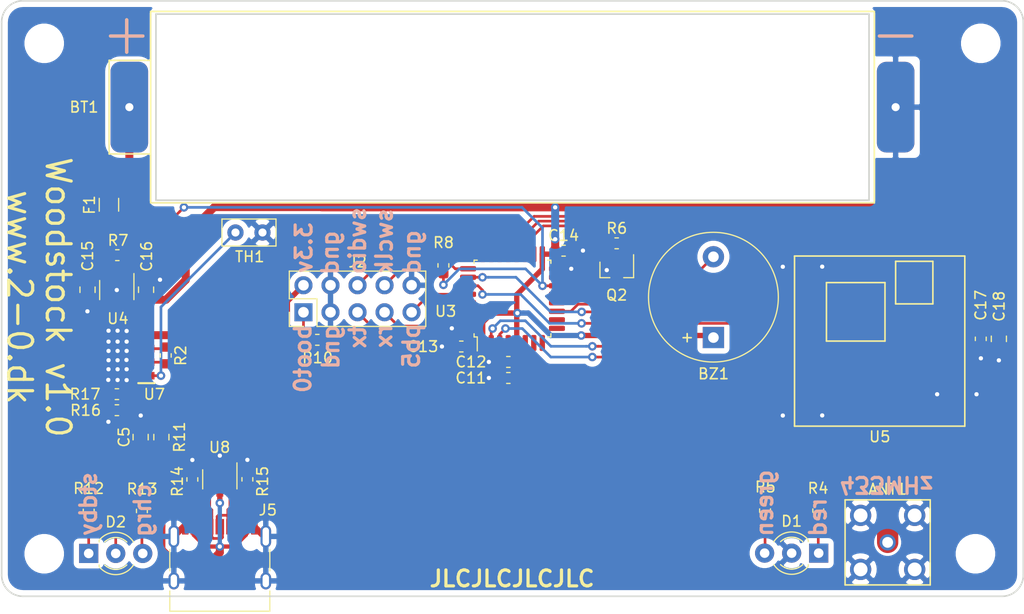
<source format=kicad_pcb>
(kicad_pcb (version 20171130) (host pcbnew 5.1.8-db9833491~87~ubuntu20.04.1)

  (general
    (thickness 1.6)
    (drawings 33)
    (tracks 441)
    (zones 0)
    (modules 42)
    (nets 42)
  )

  (page A4)
  (title_block
    (title Woodstock)
    (date 2020-11-20)
    (rev v1.0)
    (company www.2-0.dk)
  )

  (layers
    (0 F.Cu signal)
    (31 B.Cu signal)
    (32 B.Adhes user)
    (33 F.Adhes user)
    (34 B.Paste user)
    (35 F.Paste user)
    (36 B.SilkS user)
    (37 F.SilkS user)
    (38 B.Mask user)
    (39 F.Mask user)
    (40 Dwgs.User user)
    (41 Cmts.User user)
    (42 Eco1.User user)
    (43 Eco2.User user)
    (44 Edge.Cuts user)
    (45 Margin user)
    (46 B.CrtYd user)
    (47 F.CrtYd user)
    (48 B.Fab user hide)
    (49 F.Fab user hide)
  )

  (setup
    (last_trace_width 0.25)
    (trace_clearance 0.2)
    (zone_clearance 0.508)
    (zone_45_only no)
    (trace_min 0.2)
    (via_size 0.8)
    (via_drill 0.4)
    (via_min_size 0.4)
    (via_min_drill 0.3)
    (user_via 0.6 0.4)
    (uvia_size 0.3)
    (uvia_drill 0.1)
    (uvias_allowed no)
    (uvia_min_size 0.2)
    (uvia_min_drill 0.1)
    (edge_width 0.15)
    (segment_width 0.2)
    (pcb_text_width 0.3)
    (pcb_text_size 1.5 1.5)
    (mod_edge_width 0.15)
    (mod_text_size 1 1)
    (mod_text_width 0.15)
    (pad_size 1.524 1.524)
    (pad_drill 0.762)
    (pad_to_mask_clearance 0.051)
    (solder_mask_min_width 0.25)
    (aux_axis_origin 0 0)
    (visible_elements FFFFFF7F)
    (pcbplotparams
      (layerselection 0x010f0_ffffffff)
      (usegerberextensions false)
      (usegerberattributes false)
      (usegerberadvancedattributes false)
      (creategerberjobfile false)
      (excludeedgelayer true)
      (linewidth 0.100000)
      (plotframeref false)
      (viasonmask false)
      (mode 1)
      (useauxorigin false)
      (hpglpennumber 1)
      (hpglpenspeed 20)
      (hpglpendiameter 15.000000)
      (psnegative false)
      (psa4output false)
      (plotreference true)
      (plotvalue true)
      (plotinvisibletext false)
      (padsonsilk false)
      (subtractmaskfromsilk false)
      (outputformat 1)
      (mirror false)
      (drillshape 0)
      (scaleselection 1)
      (outputdirectory "plots"))
  )

  (net 0 "")
  (net 1 GND)
  (net 2 +3V3)
  (net 3 "Net-(ANT1-Pad1)")
  (net 4 uart_tx)
  (net 5 swdio)
  (net 6 swclk)
  (net 7 adc_vbat)
  (net 8 radio_cs)
  (net 9 radio_reset)
  (net 10 spi_sck)
  (net 11 spi_miso)
  (net 12 spi_mosi)
  (net 13 radio_dio2)
  (net 14 radio_dio1)
  (net 15 radio_dio0)
  (net 16 "Net-(BT1-Pad1)")
  (net 17 "Net-(D1-Pad1)")
  (net 18 "Net-(D1-Pad3)")
  (net 19 hmi_red)
  (net 20 hmi_green)
  (net 21 "Net-(BZ1-Pad2)")
  (net 22 hmi_buzzer)
  (net 23 nrst)
  (net 24 "Net-(C15-Pad1)")
  (net 25 "Net-(Q2-Pad1)")
  (net 26 pwr_sensor)
  (net 27 boot0)
  (net 28 "Net-(D2-Pad1)")
  (net 29 usb_dm)
  (net 30 usb_dp)
  (net 31 "Net-(J5-PadA5)")
  (net 32 "Net-(J5-PadB5)")
  (net 33 vusb)
  (net 34 "Net-(R2-Pad1)")
  (net 35 "Net-(R12-Pad2)")
  (net 36 "Net-(R13-Pad1)")
  (net 37 "Net-(D2-Pad3)")
  (net 38 uart_rx)
  (net 39 "Net-(R16-Pad1)")
  (net 40 pb5)
  (net 41 "Net-(C5-Pad1)")

  (net_class Default "This is the default net class."
    (clearance 0.2)
    (trace_width 0.25)
    (via_dia 0.8)
    (via_drill 0.4)
    (uvia_dia 0.3)
    (uvia_drill 0.1)
    (add_net +3V3)
    (add_net GND)
    (add_net "Net-(ANT1-Pad1)")
    (add_net "Net-(BT1-Pad1)")
    (add_net "Net-(BZ1-Pad2)")
    (add_net "Net-(C15-Pad1)")
    (add_net "Net-(C5-Pad1)")
    (add_net "Net-(D1-Pad1)")
    (add_net "Net-(D1-Pad3)")
    (add_net "Net-(D2-Pad1)")
    (add_net "Net-(D2-Pad3)")
    (add_net "Net-(J5-PadA5)")
    (add_net "Net-(J5-PadB5)")
    (add_net "Net-(Q2-Pad1)")
    (add_net "Net-(R12-Pad2)")
    (add_net "Net-(R13-Pad1)")
    (add_net "Net-(R16-Pad1)")
    (add_net "Net-(R2-Pad1)")
    (add_net adc_vbat)
    (add_net boot0)
    (add_net hmi_buzzer)
    (add_net hmi_green)
    (add_net hmi_red)
    (add_net nrst)
    (add_net pb5)
    (add_net pwr_sensor)
    (add_net radio_cs)
    (add_net radio_dio0)
    (add_net radio_dio1)
    (add_net radio_dio2)
    (add_net radio_reset)
    (add_net spi_miso)
    (add_net spi_mosi)
    (add_net spi_sck)
    (add_net swclk)
    (add_net swdio)
    (add_net uart_rx)
    (add_net uart_tx)
    (add_net usb_dm)
    (add_net usb_dp)
    (add_net vusb)
  )

  (module Resistor_SMD:R_0603_1608Metric (layer F.Cu) (tedit 5B301BBD) (tstamp 5E093A79)
    (at 143.51 96.88 90)
    (descr "Resistor SMD 0603 (1608 Metric), square (rectangular) end terminal, IPC_7351 nominal, (Body size source: http://www.tortai-tech.com/upload/download/2011102023233369053.pdf), generated with kicad-footprint-generator")
    (tags resistor)
    (path /5E07EC23/5E07F0C4)
    (attr smd)
    (fp_text reference R8 (at 2.14 0.01 180) (layer F.SilkS)
      (effects (font (size 1 1) (thickness 0.15)))
    )
    (fp_text value 150k (at 0 1.43 90) (layer F.Fab)
      (effects (font (size 1 1) (thickness 0.15)))
    )
    (fp_line (start -0.8 0.4) (end -0.8 -0.4) (layer F.Fab) (width 0.1))
    (fp_line (start -0.8 -0.4) (end 0.8 -0.4) (layer F.Fab) (width 0.1))
    (fp_line (start 0.8 -0.4) (end 0.8 0.4) (layer F.Fab) (width 0.1))
    (fp_line (start 0.8 0.4) (end -0.8 0.4) (layer F.Fab) (width 0.1))
    (fp_line (start -0.162779 -0.51) (end 0.162779 -0.51) (layer F.SilkS) (width 0.12))
    (fp_line (start -0.162779 0.51) (end 0.162779 0.51) (layer F.SilkS) (width 0.12))
    (fp_line (start -1.48 0.73) (end -1.48 -0.73) (layer F.CrtYd) (width 0.05))
    (fp_line (start -1.48 -0.73) (end 1.48 -0.73) (layer F.CrtYd) (width 0.05))
    (fp_line (start 1.48 -0.73) (end 1.48 0.73) (layer F.CrtYd) (width 0.05))
    (fp_line (start 1.48 0.73) (end -1.48 0.73) (layer F.CrtYd) (width 0.05))
    (fp_text user %R (at 0 0 90) (layer F.Fab)
      (effects (font (size 0.4 0.4) (thickness 0.06)))
    )
    (pad 2 smd roundrect (at 0.7875 0 90) (size 0.875 0.95) (layers F.Cu F.Paste F.Mask) (roundrect_rratio 0.25)
      (net 26 pwr_sensor))
    (pad 1 smd roundrect (at -0.7875 0 90) (size 0.875 0.95) (layers F.Cu F.Paste F.Mask) (roundrect_rratio 0.25)
      (net 7 adc_vbat))
    (model ${KISYS3DMOD}/Resistor_SMD.3dshapes/R_0603_1608Metric.wrl
      (at (xyz 0 0 0))
      (scale (xyz 1 1 1))
      (rotate (xyz 0 0 0))
    )
  )

  (module Capacitor_SMD:C_0805_2012Metric (layer F.Cu) (tedit 5B36C52B) (tstamp 5EE0477B)
    (at 115.06 113.03 90)
    (descr "Capacitor SMD 0805 (2012 Metric), square (rectangular) end terminal, IPC_7351 nominal, (Body size source: https://docs.google.com/spreadsheets/d/1BsfQQcO9C6DZCsRaXUlFlo91Tg2WpOkGARC1WS5S8t0/edit?usp=sharing), generated with kicad-footprint-generator")
    (tags capacitor)
    (path /5E07EC23/5EDFF398)
    (attr smd)
    (fp_text reference C5 (at 0 -1.56 270) (layer F.SilkS)
      (effects (font (size 1 1) (thickness 0.15)))
    )
    (fp_text value 10u (at 0 1.65 90) (layer F.Fab)
      (effects (font (size 1 1) (thickness 0.15)))
    )
    (fp_line (start 1.68 0.95) (end -1.68 0.95) (layer F.CrtYd) (width 0.05))
    (fp_line (start 1.68 -0.95) (end 1.68 0.95) (layer F.CrtYd) (width 0.05))
    (fp_line (start -1.68 -0.95) (end 1.68 -0.95) (layer F.CrtYd) (width 0.05))
    (fp_line (start -1.68 0.95) (end -1.68 -0.95) (layer F.CrtYd) (width 0.05))
    (fp_line (start -0.258578 0.71) (end 0.258578 0.71) (layer F.SilkS) (width 0.12))
    (fp_line (start -0.258578 -0.71) (end 0.258578 -0.71) (layer F.SilkS) (width 0.12))
    (fp_line (start 1 0.6) (end -1 0.6) (layer F.Fab) (width 0.1))
    (fp_line (start 1 -0.6) (end 1 0.6) (layer F.Fab) (width 0.1))
    (fp_line (start -1 -0.6) (end 1 -0.6) (layer F.Fab) (width 0.1))
    (fp_line (start -1 0.6) (end -1 -0.6) (layer F.Fab) (width 0.1))
    (fp_text user %R (at 0 0 90) (layer F.Fab)
      (effects (font (size 0.5 0.5) (thickness 0.08)))
    )
    (pad 1 smd roundrect (at -0.9375 0 90) (size 0.975 1.4) (layers F.Cu F.Paste F.Mask) (roundrect_rratio 0.25)
      (net 41 "Net-(C5-Pad1)"))
    (pad 2 smd roundrect (at 0.9375 0 90) (size 0.975 1.4) (layers F.Cu F.Paste F.Mask) (roundrect_rratio 0.25)
      (net 1 GND))
    (model ${KISYS3DMOD}/Capacitor_SMD.3dshapes/C_0805_2012Metric.wrl
      (at (xyz 0 0 0))
      (scale (xyz 1 1 1))
      (rotate (xyz 0 0 0))
    )
  )

  (module 2-0:SOIC127P600X175-9N (layer F.Cu) (tedit 5ED62CFB) (tstamp 5EDFF1FB)
    (at 112.89 105.35 180)
    (descr SOP-8)
    (tags Connector)
    (path /5E07EC23/5ED63234)
    (attr smd)
    (fp_text reference U7 (at -3.46 -3.65) (layer F.SilkS)
      (effects (font (size 1 1) (thickness 0.15)))
    )
    (fp_text value TP4056 (at 0 0) (layer F.SilkS) hide
      (effects (font (size 1.27 1.27) (thickness 0.254)))
    )
    (fp_line (start -3.725 -2.8) (end 3.725 -2.8) (layer F.CrtYd) (width 0.05))
    (fp_line (start 3.725 -2.8) (end 3.725 2.8) (layer F.CrtYd) (width 0.05))
    (fp_line (start 3.725 2.8) (end -3.725 2.8) (layer F.CrtYd) (width 0.05))
    (fp_line (start -3.725 2.8) (end -3.725 -2.8) (layer F.CrtYd) (width 0.05))
    (fp_line (start -1.95 -2.45) (end 1.95 -2.45) (layer F.Fab) (width 0.1))
    (fp_line (start 1.95 -2.45) (end 1.95 2.45) (layer F.Fab) (width 0.1))
    (fp_line (start 1.95 2.45) (end -1.95 2.45) (layer F.Fab) (width 0.1))
    (fp_line (start -1.95 2.45) (end -1.95 -2.45) (layer F.Fab) (width 0.1))
    (fp_line (start -1.95 -1.18) (end -0.68 -2.45) (layer F.Fab) (width 0.1))
    (fp_line (start -3.475 -2.605) (end -1.95 -2.605) (layer F.SilkS) (width 0.2))
    (fp_text user %R (at 0 0) (layer F.Fab)
      (effects (font (size 1.27 1.27) (thickness 0.254)))
    )
    (pad 9 smd rect (at 0 0 180) (size 2.513 3.402) (layers F.Cu F.Paste F.Mask)
      (net 1 GND))
    (pad 8 smd rect (at 2.712 -1.905 270) (size 0.7 1.525) (layers F.Cu F.Paste F.Mask)
      (net 41 "Net-(C5-Pad1)"))
    (pad 7 smd rect (at 2.712 -0.635 270) (size 0.7 1.525) (layers F.Cu F.Paste F.Mask)
      (net 36 "Net-(R13-Pad1)"))
    (pad 6 smd rect (at 2.712 0.635 270) (size 0.7 1.525) (layers F.Cu F.Paste F.Mask)
      (net 35 "Net-(R12-Pad2)"))
    (pad 5 smd rect (at 2.712 1.905 270) (size 0.7 1.525) (layers F.Cu F.Paste F.Mask)
      (net 24 "Net-(C15-Pad1)"))
    (pad 4 smd rect (at -2.712 1.905 270) (size 0.7 1.525) (layers F.Cu F.Paste F.Mask)
      (net 41 "Net-(C5-Pad1)"))
    (pad 3 smd rect (at -2.712 0.635 270) (size 0.7 1.525) (layers F.Cu F.Paste F.Mask)
      (net 1 GND))
    (pad 2 smd rect (at -2.712 -0.635 270) (size 0.7 1.525) (layers F.Cu F.Paste F.Mask)
      (net 34 "Net-(R2-Pad1)"))
    (pad 1 smd rect (at -2.712 -1.905 270) (size 0.7 1.525) (layers F.Cu F.Paste F.Mask)
      (net 39 "Net-(R16-Pad1)"))
    (model ${PROJECT}/TP4056.stp
      (at (xyz 0 0 0))
      (scale (xyz 1 1 1))
      (rotate (xyz 0 0 0))
    )
  )

  (module Resistor_SMD:R_0805_2012Metric (layer F.Cu) (tedit 5B36C52B) (tstamp 5ED84E94)
    (at 117.01 113.03 270)
    (descr "Resistor SMD 0805 (2012 Metric), square (rectangular) end terminal, IPC_7351 nominal, (Body size source: https://docs.google.com/spreadsheets/d/1BsfQQcO9C6DZCsRaXUlFlo91Tg2WpOkGARC1WS5S8t0/edit?usp=sharing), generated with kicad-footprint-generator")
    (tags resistor)
    (path /5E07EC23/5ED77642)
    (attr smd)
    (fp_text reference R11 (at 0 -1.7 270) (layer F.SilkS)
      (effects (font (size 1 1) (thickness 0.15)))
    )
    (fp_text value 0.4 (at 0 1.65 90) (layer F.Fab)
      (effects (font (size 1 1) (thickness 0.15)))
    )
    (fp_line (start 1.68 0.95) (end -1.68 0.95) (layer F.CrtYd) (width 0.05))
    (fp_line (start 1.68 -0.95) (end 1.68 0.95) (layer F.CrtYd) (width 0.05))
    (fp_line (start -1.68 -0.95) (end 1.68 -0.95) (layer F.CrtYd) (width 0.05))
    (fp_line (start -1.68 0.95) (end -1.68 -0.95) (layer F.CrtYd) (width 0.05))
    (fp_line (start -0.258578 0.71) (end 0.258578 0.71) (layer F.SilkS) (width 0.12))
    (fp_line (start -0.258578 -0.71) (end 0.258578 -0.71) (layer F.SilkS) (width 0.12))
    (fp_line (start 1 0.6) (end -1 0.6) (layer F.Fab) (width 0.1))
    (fp_line (start 1 -0.6) (end 1 0.6) (layer F.Fab) (width 0.1))
    (fp_line (start -1 -0.6) (end 1 -0.6) (layer F.Fab) (width 0.1))
    (fp_line (start -1 0.6) (end -1 -0.6) (layer F.Fab) (width 0.1))
    (fp_text user %R (at 0 0 90) (layer F.Fab)
      (effects (font (size 0.5 0.5) (thickness 0.08)))
    )
    (pad 1 smd roundrect (at -0.9375 0 270) (size 0.975 1.4) (layers F.Cu F.Paste F.Mask) (roundrect_rratio 0.25)
      (net 41 "Net-(C5-Pad1)"))
    (pad 2 smd roundrect (at 0.9375 0 270) (size 0.975 1.4) (layers F.Cu F.Paste F.Mask) (roundrect_rratio 0.25)
      (net 33 vusb))
    (model ${KISYS3DMOD}/Resistor_SMD.3dshapes/R_0805_2012Metric.wrl
      (at (xyz 0 0 0))
      (scale (xyz 1 1 1))
      (rotate (xyz 0 0 0))
    )
  )

  (module Resistor_SMD:R_0603_1608Metric (layer F.Cu) (tedit 5B301BBD) (tstamp 5ED84E83)
    (at 117.42 105.35 90)
    (descr "Resistor SMD 0603 (1608 Metric), square (rectangular) end terminal, IPC_7351 nominal, (Body size source: http://www.tortai-tech.com/upload/download/2011102023233369053.pdf), generated with kicad-footprint-generator")
    (tags resistor)
    (path /5E07EC23/5ED7194A)
    (attr smd)
    (fp_text reference R2 (at -0.01 1.41 90) (layer F.SilkS)
      (effects (font (size 1 1) (thickness 0.15)))
    )
    (fp_text value 1.2k (at 0 1.43 90) (layer F.Fab)
      (effects (font (size 1 1) (thickness 0.15)))
    )
    (fp_line (start -0.8 0.4) (end -0.8 -0.4) (layer F.Fab) (width 0.1))
    (fp_line (start -0.8 -0.4) (end 0.8 -0.4) (layer F.Fab) (width 0.1))
    (fp_line (start 0.8 -0.4) (end 0.8 0.4) (layer F.Fab) (width 0.1))
    (fp_line (start 0.8 0.4) (end -0.8 0.4) (layer F.Fab) (width 0.1))
    (fp_line (start -0.162779 -0.51) (end 0.162779 -0.51) (layer F.SilkS) (width 0.12))
    (fp_line (start -0.162779 0.51) (end 0.162779 0.51) (layer F.SilkS) (width 0.12))
    (fp_line (start -1.48 0.73) (end -1.48 -0.73) (layer F.CrtYd) (width 0.05))
    (fp_line (start -1.48 -0.73) (end 1.48 -0.73) (layer F.CrtYd) (width 0.05))
    (fp_line (start 1.48 -0.73) (end 1.48 0.73) (layer F.CrtYd) (width 0.05))
    (fp_line (start 1.48 0.73) (end -1.48 0.73) (layer F.CrtYd) (width 0.05))
    (fp_text user %R (at 0 0 90) (layer F.Fab)
      (effects (font (size 0.4 0.4) (thickness 0.06)))
    )
    (pad 2 smd roundrect (at 0.7875 0 90) (size 0.875 0.95) (layers F.Cu F.Paste F.Mask) (roundrect_rratio 0.25)
      (net 1 GND))
    (pad 1 smd roundrect (at -0.7875 0 90) (size 0.875 0.95) (layers F.Cu F.Paste F.Mask) (roundrect_rratio 0.25)
      (net 34 "Net-(R2-Pad1)"))
    (model ${KISYS3DMOD}/Resistor_SMD.3dshapes/R_0603_1608Metric.wrl
      (at (xyz 0 0 0))
      (scale (xyz 1 1 1))
      (rotate (xyz 0 0 0))
    )
  )

  (module Resistor_SMD:R_0603_1608Metric (layer F.Cu) (tedit 5B301BBD) (tstamp 5EE07627)
    (at 159.788 94.806 180)
    (descr "Resistor SMD 0603 (1608 Metric), square (rectangular) end terminal, IPC_7351 nominal, (Body size source: http://www.tortai-tech.com/upload/download/2011102023233369053.pdf), generated with kicad-footprint-generator")
    (tags resistor)
    (path /5E07BDE0/5E09E6FA)
    (attr smd)
    (fp_text reference R6 (at -0.01 1.41 180) (layer F.SilkS)
      (effects (font (size 1 1) (thickness 0.15)))
    )
    (fp_text value 470 (at 0 1.43 180) (layer F.Fab)
      (effects (font (size 1 1) (thickness 0.15)))
    )
    (fp_line (start 1.48 0.73) (end -1.48 0.73) (layer F.CrtYd) (width 0.05))
    (fp_line (start 1.48 -0.73) (end 1.48 0.73) (layer F.CrtYd) (width 0.05))
    (fp_line (start -1.48 -0.73) (end 1.48 -0.73) (layer F.CrtYd) (width 0.05))
    (fp_line (start -1.48 0.73) (end -1.48 -0.73) (layer F.CrtYd) (width 0.05))
    (fp_line (start -0.162779 0.51) (end 0.162779 0.51) (layer F.SilkS) (width 0.12))
    (fp_line (start -0.162779 -0.51) (end 0.162779 -0.51) (layer F.SilkS) (width 0.12))
    (fp_line (start 0.8 0.4) (end -0.8 0.4) (layer F.Fab) (width 0.1))
    (fp_line (start 0.8 -0.4) (end 0.8 0.4) (layer F.Fab) (width 0.1))
    (fp_line (start -0.8 -0.4) (end 0.8 -0.4) (layer F.Fab) (width 0.1))
    (fp_line (start -0.8 0.4) (end -0.8 -0.4) (layer F.Fab) (width 0.1))
    (fp_text user %R (at 0 0 180) (layer F.Fab)
      (effects (font (size 0.4 0.4) (thickness 0.06)))
    )
    (pad 1 smd roundrect (at -0.7875 0 180) (size 0.875 0.95) (layers F.Cu F.Paste F.Mask) (roundrect_rratio 0.25)
      (net 25 "Net-(Q2-Pad1)"))
    (pad 2 smd roundrect (at 0.7875 0 180) (size 0.875 0.95) (layers F.Cu F.Paste F.Mask) (roundrect_rratio 0.25)
      (net 22 hmi_buzzer))
    (model ${KISYS3DMOD}/Resistor_SMD.3dshapes/R_0603_1608Metric.wrl
      (at (xyz 0 0 0))
      (scale (xyz 1 1 1))
      (rotate (xyz 0 0 0))
    )
  )

  (module 2-0:18650 (layer F.Cu) (tedit 5EDE3437) (tstamp 5E0937F2)
    (at 150 82)
    (path /5E07EC23/5E07F06C)
    (fp_text reference BT1 (at -40.26 0) (layer F.SilkS)
      (effects (font (size 1 1) (thickness 0.15)))
    )
    (fp_text value 3.7v (at 0 0) (layer F.Fab)
      (effects (font (size 1 1) (thickness 0.15)))
    )
    (fp_line (start -34 -9) (end 34 -9) (layer F.SilkS) (width 0.15))
    (fp_line (start 34 -9) (end 34 9) (layer F.SilkS) (width 0.15))
    (fp_line (start 34 9) (end -34 9) (layer F.SilkS) (width 0.15))
    (fp_line (start -34 9) (end -34 -9) (layer F.SilkS) (width 0.15))
    (fp_line (start 34.1 -9.1) (end -34.1 -9.1) (layer F.CrtYd) (width 0.15))
    (fp_line (start -34.1 -9.09) (end -34.1 -4.5) (layer F.CrtYd) (width 0.15))
    (fp_line (start -34.1 9.1) (end 34.1 9.1) (layer F.CrtYd) (width 0.15))
    (fp_line (start 34.1 9.1) (end 34.1 4.4) (layer F.CrtYd) (width 0.15))
    (fp_line (start 34.1 4.4) (end 37.9 4.4) (layer F.CrtYd) (width 0.15))
    (fp_line (start 37.9 4.4) (end 37.9 -4.4) (layer F.CrtYd) (width 0.15))
    (fp_line (start 37.9 -4.4) (end 34.1 -4.4) (layer F.CrtYd) (width 0.15))
    (fp_line (start 34.1 -4.4) (end 34.1 -9.1) (layer F.CrtYd) (width 0.15))
    (fp_line (start -34.1 -4.5) (end -38 -4.5) (layer F.CrtYd) (width 0.15))
    (fp_line (start -38 -4.5) (end -38 4.5) (layer F.CrtYd) (width 0.15))
    (fp_line (start -38 4.5) (end -34.1 4.5) (layer F.CrtYd) (width 0.15))
    (fp_line (start -34.1 4.5) (end -34.1 9.1) (layer F.CrtYd) (width 0.15))
    (fp_line (start -34 4.4) (end -37.9 4.4) (layer F.SilkS) (width 0.15))
    (fp_line (start -37.9 4.4) (end -37.9 -4.4) (layer F.SilkS) (width 0.15))
    (fp_line (start -37.9 -4.4) (end -34 -4.4) (layer F.SilkS) (width 0.15))
    (pad 2 thru_hole roundrect (at 36 0) (size 3.524 8.524) (drill 0.762) (layers *.Cu *.Mask) (roundrect_rratio 0.25)
      (net 1 GND))
    (pad 1 thru_hole roundrect (at -36 0) (size 3.524 8.524) (drill 0.762) (layers *.Cu *.Mask) (roundrect_rratio 0.25)
      (net 16 "Net-(BT1-Pad1)"))
    (model ${KIPRJMOD}/library/packages3d/18650.wrl
      (at (xyz 0 0 0))
      (scale (xyz 1 1 1))
      (rotate (xyz 0 0 0))
    )
  )

  (module 2-0:RFM95W (layer F.Cu) (tedit 5EDDEE41) (tstamp 5E093B44)
    (at 184.5 104)
    (path /5E07F403/5E0BC82F)
    (attr smd)
    (fp_text reference U5 (at 0.01 9) (layer F.SilkS)
      (effects (font (size 1 1) (thickness 0.15)))
    )
    (fp_text value RFM96W-433 (at 0 -7) (layer F.Fab)
      (effects (font (size 1 1) (thickness 0.15)))
    )
    (fp_line (start 8 -8) (end 8 8) (layer F.SilkS) (width 0.15))
    (fp_line (start 8 8) (end -8 8) (layer F.SilkS) (width 0.15))
    (fp_line (start -8 8) (end -8 -8) (layer F.SilkS) (width 0.15))
    (fp_line (start -8 -8) (end 8 -8) (layer F.SilkS) (width 0.15))
    (fp_line (start -5 -5.5) (end 0.5 -5.5) (layer F.SilkS) (width 0.15))
    (fp_line (start 0.5 -5.5) (end 0.5 0) (layer F.SilkS) (width 0.15))
    (fp_line (start 0.5 0) (end -5 0) (layer F.SilkS) (width 0.15))
    (fp_line (start -5 0) (end -5 -5.5) (layer F.SilkS) (width 0.15))
    (fp_line (start 1.5 -7.5) (end 5 -7.5) (layer F.SilkS) (width 0.15))
    (fp_line (start 5 -7.5) (end 5 -3.5) (layer F.SilkS) (width 0.15))
    (fp_line (start 5 -3.5) (end 1.5 -3.5) (layer F.SilkS) (width 0.15))
    (fp_line (start 1.5 -3.5) (end 1.5 -7.5) (layer F.SilkS) (width 0.15))
    (fp_line (start -8.1 -8.1) (end -8.1 8.1) (layer F.CrtYd) (width 0.15))
    (fp_line (start -8.1 8.1) (end 8.1 8.09) (layer F.CrtYd) (width 0.15))
    (fp_line (start 8.1 8.09) (end 8.1 -8.1) (layer F.CrtYd) (width 0.15))
    (fp_line (start 8.1 -8.1) (end -8.1 -8.1) (layer F.CrtYd) (width 0.15))
    (pad 1 smd oval (at -7.25 -7) (size 2.5 1) (layers F.Cu F.Paste F.Mask)
      (net 1 GND))
    (pad 2 smd oval (at -7.25 -5) (size 2.5 1) (layers F.Cu F.Paste F.Mask)
      (net 11 spi_miso))
    (pad 3 smd oval (at -7.25 -3) (size 2.5 1) (layers F.Cu F.Paste F.Mask)
      (net 12 spi_mosi))
    (pad 4 smd oval (at -7.25 -1) (size 2.5 1) (layers F.Cu F.Paste F.Mask)
      (net 10 spi_sck))
    (pad 5 smd oval (at -7.25 1) (size 2.5 1) (layers F.Cu F.Paste F.Mask)
      (net 8 radio_cs))
    (pad 6 smd oval (at -7.25 3) (size 2.5 1) (layers F.Cu F.Paste F.Mask)
      (net 9 radio_reset))
    (pad 7 smd oval (at -7.25 5) (size 2.5 1) (layers F.Cu F.Paste F.Mask))
    (pad 8 smd oval (at -7.25 7) (size 2.5 1) (layers F.Cu F.Paste F.Mask)
      (net 1 GND))
    (pad 9 smd oval (at 7.25 7) (size 2.5 1) (layers F.Cu F.Paste F.Mask)
      (net 3 "Net-(ANT1-Pad1)"))
    (pad 10 smd oval (at 7.25 5) (size 2.5 1) (layers F.Cu F.Paste F.Mask)
      (net 1 GND))
    (pad 11 smd oval (at 7.25 3) (size 2.5 1) (layers F.Cu F.Paste F.Mask))
    (pad 12 smd oval (at 7.25 1) (size 2.5 1) (layers F.Cu F.Paste F.Mask))
    (pad 13 smd oval (at 7.25 -1) (size 2.5 1) (layers F.Cu F.Paste F.Mask)
      (net 2 +3V3))
    (pad 14 smd oval (at 7.25 -3) (size 2.5 1) (layers F.Cu F.Paste F.Mask)
      (net 15 radio_dio0))
    (pad 15 smd oval (at 7.25 -5) (size 2.5 1) (layers F.Cu F.Paste F.Mask)
      (net 14 radio_dio1))
    (pad 16 smd oval (at 7.25 -7) (size 2.5 1) (layers F.Cu F.Paste F.Mask)
      (net 13 radio_dio2))
    (model ${KIPRJMOD}/library/packages3d/RFM96W.wrl
      (at (xyz 0 0 0))
      (scale (xyz 1 1 1))
      (rotate (xyz 0 0 0))
    )
  )

  (module 2-0:CON-SMA (layer F.Cu) (tedit 5EDDCA4E) (tstamp 5E0937D9)
    (at 185.25 122.93)
    (path /5E07F403/5E07F643)
    (fp_text reference ANT1 (at 0 -5) (layer F.SilkS)
      (effects (font (size 1 1) (thickness 0.15)))
    )
    (fp_text value SMA (at 0 -5) (layer F.Fab)
      (effects (font (size 1 1) (thickness 0.15)))
    )
    (fp_line (start -4 4) (end -4 -4) (layer F.SilkS) (width 0.15))
    (fp_line (start 4 4) (end -4 4) (layer F.SilkS) (width 0.15))
    (fp_line (start 4 -4) (end 4 4) (layer F.SilkS) (width 0.15))
    (fp_line (start -4 -4) (end 4 -4) (layer F.SilkS) (width 0.15))
    (fp_line (start -4.1 -4.1) (end 4.1 -4.1) (layer F.CrtYd) (width 0.15))
    (fp_line (start 4.1 -4.1) (end 4.1 4.1) (layer F.CrtYd) (width 0.15))
    (fp_line (start 4.1 4.1) (end -4.1 4.1) (layer F.CrtYd) (width 0.15))
    (fp_line (start -4.1 4.1) (end -4.1 -4.1) (layer F.CrtYd) (width 0.15))
    (pad 2 thru_hole circle (at -2.54 2.54) (size 2 2) (drill 1.3) (layers *.Cu *.Mask)
      (net 1 GND))
    (pad 2 thru_hole circle (at 2.54 2.54) (size 2 2) (drill 1.3) (layers *.Cu *.Mask)
      (net 1 GND))
    (pad 2 thru_hole circle (at 2.54 -2.54) (size 2 2) (drill 1.3) (layers *.Cu *.Mask)
      (net 1 GND))
    (pad 2 thru_hole circle (at -2.54 -2.54) (size 2 2) (drill 1.3) (layers *.Cu *.Mask)
      (net 1 GND))
    (pad 1 thru_hole circle (at 0 0) (size 1.524 1.524) (drill 1.016) (layers *.Cu *.Mask)
      (net 3 "Net-(ANT1-Pad1)"))
    (model "${KIPRJMOD}/library/packages3d/SMA J01151A0192.wrl"
      (at (xyz 0 0 0))
      (scale (xyz 1 1 1))
      (rotate (xyz 0 0 0))
    )
  )

  (module Capacitor_SMD:C_0603_1608Metric (layer F.Cu) (tedit 5B301BBE) (tstamp 5E093920)
    (at 194 103.7875 270)
    (descr "Capacitor SMD 0603 (1608 Metric), square (rectangular) end terminal, IPC_7351 nominal, (Body size source: http://www.tortai-tech.com/upload/download/2011102023233369053.pdf), generated with kicad-footprint-generator")
    (tags capacitor)
    (path /5E07F403/5E07F67C)
    (attr smd)
    (fp_text reference C17 (at -3.1575 0 90) (layer F.SilkS)
      (effects (font (size 1 1) (thickness 0.15)))
    )
    (fp_text value 100n (at 0 1.43 90) (layer F.Fab)
      (effects (font (size 1 1) (thickness 0.15)))
    )
    (fp_line (start 1.48 0.73) (end -1.48 0.73) (layer F.CrtYd) (width 0.05))
    (fp_line (start 1.48 -0.73) (end 1.48 0.73) (layer F.CrtYd) (width 0.05))
    (fp_line (start -1.48 -0.73) (end 1.48 -0.73) (layer F.CrtYd) (width 0.05))
    (fp_line (start -1.48 0.73) (end -1.48 -0.73) (layer F.CrtYd) (width 0.05))
    (fp_line (start -0.162779 0.51) (end 0.162779 0.51) (layer F.SilkS) (width 0.12))
    (fp_line (start -0.162779 -0.51) (end 0.162779 -0.51) (layer F.SilkS) (width 0.12))
    (fp_line (start 0.8 0.4) (end -0.8 0.4) (layer F.Fab) (width 0.1))
    (fp_line (start 0.8 -0.4) (end 0.8 0.4) (layer F.Fab) (width 0.1))
    (fp_line (start -0.8 -0.4) (end 0.8 -0.4) (layer F.Fab) (width 0.1))
    (fp_line (start -0.8 0.4) (end -0.8 -0.4) (layer F.Fab) (width 0.1))
    (fp_text user %R (at 0 0 90) (layer F.Fab)
      (effects (font (size 0.4 0.4) (thickness 0.06)))
    )
    (pad 1 smd roundrect (at -0.7875 0 270) (size 0.875 0.95) (layers F.Cu F.Paste F.Mask) (roundrect_rratio 0.25)
      (net 2 +3V3))
    (pad 2 smd roundrect (at 0.7875 0 270) (size 0.875 0.95) (layers F.Cu F.Paste F.Mask) (roundrect_rratio 0.25)
      (net 1 GND))
    (model ${KISYS3DMOD}/Capacitor_SMD.3dshapes/C_0603_1608Metric.wrl
      (at (xyz 0 0 0))
      (scale (xyz 1 1 1))
      (rotate (xyz 0 0 0))
    )
  )

  (module Capacitor_SMD:C_0805_2012Metric (layer F.Cu) (tedit 5B36C52B) (tstamp 5EE079A8)
    (at 195.7 103.7875 270)
    (descr "Capacitor SMD 0805 (2012 Metric), square (rectangular) end terminal, IPC_7351 nominal, (Body size source: https://docs.google.com/spreadsheets/d/1BsfQQcO9C6DZCsRaXUlFlo91Tg2WpOkGARC1WS5S8t0/edit?usp=sharing), generated with kicad-footprint-generator")
    (tags capacitor)
    (path /5E07F403/5E0FCF7E)
    (attr smd)
    (fp_text reference C18 (at -3.0575 -0.025 90) (layer F.SilkS)
      (effects (font (size 1 1) (thickness 0.15)))
    )
    (fp_text value 10u (at 0 1.65 90) (layer F.Fab)
      (effects (font (size 1 1) (thickness 0.15)))
    )
    (fp_line (start 1.68 0.95) (end -1.68 0.95) (layer F.CrtYd) (width 0.05))
    (fp_line (start 1.68 -0.95) (end 1.68 0.95) (layer F.CrtYd) (width 0.05))
    (fp_line (start -1.68 -0.95) (end 1.68 -0.95) (layer F.CrtYd) (width 0.05))
    (fp_line (start -1.68 0.95) (end -1.68 -0.95) (layer F.CrtYd) (width 0.05))
    (fp_line (start -0.258578 0.71) (end 0.258578 0.71) (layer F.SilkS) (width 0.12))
    (fp_line (start -0.258578 -0.71) (end 0.258578 -0.71) (layer F.SilkS) (width 0.12))
    (fp_line (start 1 0.6) (end -1 0.6) (layer F.Fab) (width 0.1))
    (fp_line (start 1 -0.6) (end 1 0.6) (layer F.Fab) (width 0.1))
    (fp_line (start -1 -0.6) (end 1 -0.6) (layer F.Fab) (width 0.1))
    (fp_line (start -1 0.6) (end -1 -0.6) (layer F.Fab) (width 0.1))
    (fp_text user %R (at 0 0 90) (layer F.Fab)
      (effects (font (size 0.5 0.5) (thickness 0.08)))
    )
    (pad 1 smd roundrect (at -0.9375 0 270) (size 0.975 1.4) (layers F.Cu F.Paste F.Mask) (roundrect_rratio 0.25)
      (net 2 +3V3))
    (pad 2 smd roundrect (at 0.9375 0 270) (size 0.975 1.4) (layers F.Cu F.Paste F.Mask) (roundrect_rratio 0.25)
      (net 1 GND))
    (model ${KISYS3DMOD}/Capacitor_SMD.3dshapes/C_0805_2012Metric.wrl
      (at (xyz 0 0 0))
      (scale (xyz 1 1 1))
      (rotate (xyz 0 0 0))
    )
  )

  (module MountingHole:MountingHole_2.7mm (layer F.Cu) (tedit 5DCFE3D2) (tstamp 5DDC418D)
    (at 106 124)
    (descr "Mounting Hole 2.7mm, no annular")
    (tags "mounting hole 2.7mm no annular")
    (path /5DCFE112)
    (attr virtual)
    (fp_text reference H1 (at 0 -3.7) (layer F.SilkS) hide
      (effects (font (size 1 1) (thickness 0.15)))
    )
    (fp_text value MountingHole (at 8 0) (layer F.Fab)
      (effects (font (size 1 1) (thickness 0.15)))
    )
    (fp_circle (center 0 0) (end 2.95 0) (layer F.CrtYd) (width 0.05))
    (fp_circle (center 0 0) (end 2.7 0) (layer Cmts.User) (width 0.15))
    (fp_text user %R (at 0.3 0) (layer F.Fab)
      (effects (font (size 1 1) (thickness 0.15)))
    )
    (pad 1 np_thru_hole circle (at 0 0) (size 2.7 2.7) (drill 2.7) (layers *.Cu *.Mask))
  )

  (module MountingHole:MountingHole_2.7mm (layer F.Cu) (tedit 5DCFE3DB) (tstamp 5DDC4127)
    (at 193.5 124)
    (descr "Mounting Hole 2.7mm, no annular")
    (tags "mounting hole 2.7mm no annular")
    (path /5DCFE145)
    (attr virtual)
    (fp_text reference H2 (at 0 -3.7) (layer F.SilkS) hide
      (effects (font (size 1 1) (thickness 0.15)))
    )
    (fp_text value MountingHole (at -8 0) (layer F.Fab)
      (effects (font (size 1 1) (thickness 0.15)))
    )
    (fp_circle (center 0 0) (end 2.7 0) (layer Cmts.User) (width 0.15))
    (fp_circle (center 0 0) (end 2.95 0) (layer F.CrtYd) (width 0.05))
    (fp_text user %R (at 0.3 0) (layer F.Fab)
      (effects (font (size 1 1) (thickness 0.15)))
    )
    (pad 1 np_thru_hole circle (at 0 0) (size 2.7 2.7) (drill 2.7) (layers *.Cu *.Mask))
  )

  (module MountingHole:MountingHole_2.7mm (layer F.Cu) (tedit 5DCFE3E4) (tstamp 5DDC41C7)
    (at 194 76)
    (descr "Mounting Hole 2.7mm, no annular")
    (tags "mounting hole 2.7mm no annular")
    (path /5DCFE161)
    (attr virtual)
    (fp_text reference H3 (at 0 4) (layer F.SilkS) hide
      (effects (font (size 1 1) (thickness 0.15)))
    )
    (fp_text value MountingHole (at -8 0) (layer F.Fab)
      (effects (font (size 1 1) (thickness 0.15)))
    )
    (fp_circle (center 0 0) (end 2.95 0) (layer F.CrtYd) (width 0.05))
    (fp_circle (center 0 0) (end 2.7 0) (layer Cmts.User) (width 0.15))
    (fp_text user %R (at 0.3 0) (layer F.Fab)
      (effects (font (size 1 1) (thickness 0.15)))
    )
    (pad 1 np_thru_hole circle (at 0 0) (size 2.7 2.7) (drill 2.7) (layers *.Cu *.Mask))
  )

  (module MountingHole:MountingHole_2.7mm (layer F.Cu) (tedit 5DCFE3CD) (tstamp 5DDC4137)
    (at 106 76)
    (descr "Mounting Hole 2.7mm, no annular")
    (tags "mounting hole 2.7mm no annular")
    (path /5DCFE17B)
    (attr virtual)
    (fp_text reference H4 (at 0 4) (layer F.SilkS) hide
      (effects (font (size 1 1) (thickness 0.15)))
    )
    (fp_text value MountingHole (at 8 0) (layer F.Fab)
      (effects (font (size 1 1) (thickness 0.15)))
    )
    (fp_circle (center 0 0) (end 2.7 0) (layer Cmts.User) (width 0.15))
    (fp_circle (center 0 0) (end 2.95 0) (layer F.CrtYd) (width 0.05))
    (fp_text user %R (at 0.3 0) (layer F.Fab)
      (effects (font (size 1 1) (thickness 0.15)))
    )
    (pad 1 np_thru_hole circle (at 0 0) (size 2.7 2.7) (drill 2.7) (layers *.Cu *.Mask))
  )

  (module Buzzer_Beeper:Buzzer_12x9.5RM7.6 (layer F.Cu) (tedit 5A030281) (tstamp 5E0937FF)
    (at 168.88 103.67 90)
    (descr "Generic Buzzer, D12mm height 9.5mm with RM7.6mm")
    (tags buzzer)
    (path /5E07BDE0/5E09E6E0)
    (fp_text reference BZ1 (at -3.41 0.01) (layer F.SilkS)
      (effects (font (size 1 1) (thickness 0.15)))
    )
    (fp_text value Buzzer (at 3.8 7.4 90) (layer F.Fab)
      (effects (font (size 1 1) (thickness 0.15)))
    )
    (fp_circle (center 3.8 0) (end 9.9 0) (layer F.SilkS) (width 0.12))
    (fp_circle (center 3.8 0) (end 4.8 0) (layer F.Fab) (width 0.1))
    (fp_circle (center 3.8 0) (end 9.8 0) (layer F.Fab) (width 0.1))
    (fp_circle (center 3.8 0) (end 10.05 0) (layer F.CrtYd) (width 0.05))
    (fp_text user + (at -0.01 -2.54 90) (layer F.Fab)
      (effects (font (size 1 1) (thickness 0.15)))
    )
    (fp_text user + (at -0.01 -2.54 90) (layer F.SilkS)
      (effects (font (size 1 1) (thickness 0.15)))
    )
    (fp_text user %R (at 3.8 -4 90) (layer F.Fab)
      (effects (font (size 1 1) (thickness 0.15)))
    )
    (pad 1 thru_hole rect (at 0 0 90) (size 2 2) (drill 1) (layers *.Cu *.Mask)
      (net 2 +3V3))
    (pad 2 thru_hole circle (at 7.6 0 90) (size 2 2) (drill 1) (layers *.Cu *.Mask)
      (net 21 "Net-(BZ1-Pad2)"))
    (model ${KISYS3DMOD}/Buzzer_Beeper.3dshapes/Buzzer_12x9.5RM7.6.wrl
      (at (xyz 0 0 0))
      (scale (xyz 1 1 1))
      (rotate (xyz 0 0 0))
    )
  )

  (module Capacitor_SMD:C_0603_1608Metric (layer F.Cu) (tedit 5B301BBE) (tstamp 5EE06B81)
    (at 149.61 107.47 180)
    (descr "Capacitor SMD 0603 (1608 Metric), square (rectangular) end terminal, IPC_7351 nominal, (Body size source: http://www.tortai-tech.com/upload/download/2011102023233369053.pdf), generated with kicad-footprint-generator")
    (tags capacitor)
    (path /5E07BDE0/5E07C9AE)
    (attr smd)
    (fp_text reference C11 (at 3.52 0 180) (layer F.SilkS)
      (effects (font (size 1 1) (thickness 0.15)))
    )
    (fp_text value 100n (at 0 1.43) (layer F.Fab)
      (effects (font (size 1 1) (thickness 0.15)))
    )
    (fp_line (start 1.48 0.73) (end -1.48 0.73) (layer F.CrtYd) (width 0.05))
    (fp_line (start 1.48 -0.73) (end 1.48 0.73) (layer F.CrtYd) (width 0.05))
    (fp_line (start -1.48 -0.73) (end 1.48 -0.73) (layer F.CrtYd) (width 0.05))
    (fp_line (start -1.48 0.73) (end -1.48 -0.73) (layer F.CrtYd) (width 0.05))
    (fp_line (start -0.162779 0.51) (end 0.162779 0.51) (layer F.SilkS) (width 0.12))
    (fp_line (start -0.162779 -0.51) (end 0.162779 -0.51) (layer F.SilkS) (width 0.12))
    (fp_line (start 0.8 0.4) (end -0.8 0.4) (layer F.Fab) (width 0.1))
    (fp_line (start 0.8 -0.4) (end 0.8 0.4) (layer F.Fab) (width 0.1))
    (fp_line (start -0.8 -0.4) (end 0.8 -0.4) (layer F.Fab) (width 0.1))
    (fp_line (start -0.8 0.4) (end -0.8 -0.4) (layer F.Fab) (width 0.1))
    (fp_text user %R (at 0 0) (layer F.Fab)
      (effects (font (size 0.4 0.4) (thickness 0.06)))
    )
    (pad 1 smd roundrect (at -0.7875 0 180) (size 0.875 0.95) (layers F.Cu F.Paste F.Mask) (roundrect_rratio 0.25)
      (net 23 nrst))
    (pad 2 smd roundrect (at 0.7875 0 180) (size 0.875 0.95) (layers F.Cu F.Paste F.Mask) (roundrect_rratio 0.25)
      (net 1 GND))
    (model ${KISYS3DMOD}/Capacitor_SMD.3dshapes/C_0603_1608Metric.wrl
      (at (xyz 0 0 0))
      (scale (xyz 1 1 1))
      (rotate (xyz 0 0 0))
    )
  )

  (module Capacitor_SMD:C_0603_1608Metric (layer F.Cu) (tedit 5B301BBE) (tstamp 5E0938CB)
    (at 149.61 105.96 180)
    (descr "Capacitor SMD 0603 (1608 Metric), square (rectangular) end terminal, IPC_7351 nominal, (Body size source: http://www.tortai-tech.com/upload/download/2011102023233369053.pdf), generated with kicad-footprint-generator")
    (tags capacitor)
    (path /5E07BDE0/5E07DA13)
    (attr smd)
    (fp_text reference C12 (at 3.51 0) (layer F.SilkS)
      (effects (font (size 1 1) (thickness 0.15)))
    )
    (fp_text value 100n (at 0 1.43) (layer F.Fab)
      (effects (font (size 1 1) (thickness 0.15)))
    )
    (fp_line (start -0.8 0.4) (end -0.8 -0.4) (layer F.Fab) (width 0.1))
    (fp_line (start -0.8 -0.4) (end 0.8 -0.4) (layer F.Fab) (width 0.1))
    (fp_line (start 0.8 -0.4) (end 0.8 0.4) (layer F.Fab) (width 0.1))
    (fp_line (start 0.8 0.4) (end -0.8 0.4) (layer F.Fab) (width 0.1))
    (fp_line (start -0.162779 -0.51) (end 0.162779 -0.51) (layer F.SilkS) (width 0.12))
    (fp_line (start -0.162779 0.51) (end 0.162779 0.51) (layer F.SilkS) (width 0.12))
    (fp_line (start -1.48 0.73) (end -1.48 -0.73) (layer F.CrtYd) (width 0.05))
    (fp_line (start -1.48 -0.73) (end 1.48 -0.73) (layer F.CrtYd) (width 0.05))
    (fp_line (start 1.48 -0.73) (end 1.48 0.73) (layer F.CrtYd) (width 0.05))
    (fp_line (start 1.48 0.73) (end -1.48 0.73) (layer F.CrtYd) (width 0.05))
    (fp_text user %R (at 0 0) (layer F.Fab)
      (effects (font (size 0.4 0.4) (thickness 0.06)))
    )
    (pad 2 smd roundrect (at 0.7875 0 180) (size 0.875 0.95) (layers F.Cu F.Paste F.Mask) (roundrect_rratio 0.25)
      (net 1 GND))
    (pad 1 smd roundrect (at -0.7875 0 180) (size 0.875 0.95) (layers F.Cu F.Paste F.Mask) (roundrect_rratio 0.25)
      (net 2 +3V3))
    (model ${KISYS3DMOD}/Capacitor_SMD.3dshapes/C_0603_1608Metric.wrl
      (at (xyz 0 0 0))
      (scale (xyz 1 1 1))
      (rotate (xyz 0 0 0))
    )
  )

  (module Capacitor_SMD:C_0603_1608Metric (layer F.Cu) (tedit 5B301BBE) (tstamp 5E0938DC)
    (at 145.19 104.51 180)
    (descr "Capacitor SMD 0603 (1608 Metric), square (rectangular) end terminal, IPC_7351 nominal, (Body size source: http://www.tortai-tech.com/upload/download/2011102023233369053.pdf), generated with kicad-footprint-generator")
    (tags capacitor)
    (path /5E07BDE0/5E07D9FE)
    (attr smd)
    (fp_text reference C13 (at 3.61 -0.01) (layer F.SilkS)
      (effects (font (size 1 1) (thickness 0.15)))
    )
    (fp_text value 100n (at 0 1.43) (layer F.Fab)
      (effects (font (size 1 1) (thickness 0.15)))
    )
    (fp_line (start -0.8 0.4) (end -0.8 -0.4) (layer F.Fab) (width 0.1))
    (fp_line (start -0.8 -0.4) (end 0.8 -0.4) (layer F.Fab) (width 0.1))
    (fp_line (start 0.8 -0.4) (end 0.8 0.4) (layer F.Fab) (width 0.1))
    (fp_line (start 0.8 0.4) (end -0.8 0.4) (layer F.Fab) (width 0.1))
    (fp_line (start -0.162779 -0.51) (end 0.162779 -0.51) (layer F.SilkS) (width 0.12))
    (fp_line (start -0.162779 0.51) (end 0.162779 0.51) (layer F.SilkS) (width 0.12))
    (fp_line (start -1.48 0.73) (end -1.48 -0.73) (layer F.CrtYd) (width 0.05))
    (fp_line (start -1.48 -0.73) (end 1.48 -0.73) (layer F.CrtYd) (width 0.05))
    (fp_line (start 1.48 -0.73) (end 1.48 0.73) (layer F.CrtYd) (width 0.05))
    (fp_line (start 1.48 0.73) (end -1.48 0.73) (layer F.CrtYd) (width 0.05))
    (fp_text user %R (at 0 0) (layer F.Fab)
      (effects (font (size 0.4 0.4) (thickness 0.06)))
    )
    (pad 2 smd roundrect (at 0.7875 0 180) (size 0.875 0.95) (layers F.Cu F.Paste F.Mask) (roundrect_rratio 0.25)
      (net 1 GND))
    (pad 1 smd roundrect (at -0.7875 0 180) (size 0.875 0.95) (layers F.Cu F.Paste F.Mask) (roundrect_rratio 0.25)
      (net 2 +3V3))
    (model ${KISYS3DMOD}/Capacitor_SMD.3dshapes/C_0603_1608Metric.wrl
      (at (xyz 0 0 0))
      (scale (xyz 1 1 1))
      (rotate (xyz 0 0 0))
    )
  )

  (module Capacitor_SMD:C_0603_1608Metric (layer F.Cu) (tedit 5B301BBE) (tstamp 5E09C7CB)
    (at 154.8 95.5)
    (descr "Capacitor SMD 0603 (1608 Metric), square (rectangular) end terminal, IPC_7351 nominal, (Body size source: http://www.tortai-tech.com/upload/download/2011102023233369053.pdf), generated with kicad-footprint-generator")
    (tags capacitor)
    (path /5E07BDE0/5E07DA05)
    (attr smd)
    (fp_text reference C14 (at 0 -1.43) (layer F.SilkS)
      (effects (font (size 1 1) (thickness 0.15)))
    )
    (fp_text value 100n (at 0 1.43) (layer F.Fab)
      (effects (font (size 1 1) (thickness 0.15)))
    )
    (fp_line (start 1.48 0.73) (end -1.48 0.73) (layer F.CrtYd) (width 0.05))
    (fp_line (start 1.48 -0.73) (end 1.48 0.73) (layer F.CrtYd) (width 0.05))
    (fp_line (start -1.48 -0.73) (end 1.48 -0.73) (layer F.CrtYd) (width 0.05))
    (fp_line (start -1.48 0.73) (end -1.48 -0.73) (layer F.CrtYd) (width 0.05))
    (fp_line (start -0.162779 0.51) (end 0.162779 0.51) (layer F.SilkS) (width 0.12))
    (fp_line (start -0.162779 -0.51) (end 0.162779 -0.51) (layer F.SilkS) (width 0.12))
    (fp_line (start 0.8 0.4) (end -0.8 0.4) (layer F.Fab) (width 0.1))
    (fp_line (start 0.8 -0.4) (end 0.8 0.4) (layer F.Fab) (width 0.1))
    (fp_line (start -0.8 -0.4) (end 0.8 -0.4) (layer F.Fab) (width 0.1))
    (fp_line (start -0.8 0.4) (end -0.8 -0.4) (layer F.Fab) (width 0.1))
    (fp_text user %R (at 0 0) (layer F.Fab)
      (effects (font (size 0.4 0.4) (thickness 0.06)))
    )
    (pad 1 smd roundrect (at -0.7875 0) (size 0.875 0.95) (layers F.Cu F.Paste F.Mask) (roundrect_rratio 0.25)
      (net 2 +3V3))
    (pad 2 smd roundrect (at 0.7875 0) (size 0.875 0.95) (layers F.Cu F.Paste F.Mask) (roundrect_rratio 0.25)
      (net 1 GND))
    (model ${KISYS3DMOD}/Capacitor_SMD.3dshapes/C_0603_1608Metric.wrl
      (at (xyz 0 0 0))
      (scale (xyz 1 1 1))
      (rotate (xyz 0 0 0))
    )
  )

  (module Capacitor_SMD:C_0805_2012Metric (layer F.Cu) (tedit 5B36C52B) (tstamp 5E0938FE)
    (at 110.07 99.17 270)
    (descr "Capacitor SMD 0805 (2012 Metric), square (rectangular) end terminal, IPC_7351 nominal, (Body size source: https://docs.google.com/spreadsheets/d/1BsfQQcO9C6DZCsRaXUlFlo91Tg2WpOkGARC1WS5S8t0/edit?usp=sharing), generated with kicad-footprint-generator")
    (tags capacitor)
    (path /5E07EC23/5E07F081)
    (attr smd)
    (fp_text reference C15 (at -3.17 -0.01 90) (layer F.SilkS)
      (effects (font (size 1 1) (thickness 0.15)))
    )
    (fp_text value 10u (at 0 1.65 90) (layer F.Fab)
      (effects (font (size 1 1) (thickness 0.15)))
    )
    (fp_line (start -1 0.6) (end -1 -0.6) (layer F.Fab) (width 0.1))
    (fp_line (start -1 -0.6) (end 1 -0.6) (layer F.Fab) (width 0.1))
    (fp_line (start 1 -0.6) (end 1 0.6) (layer F.Fab) (width 0.1))
    (fp_line (start 1 0.6) (end -1 0.6) (layer F.Fab) (width 0.1))
    (fp_line (start -0.258578 -0.71) (end 0.258578 -0.71) (layer F.SilkS) (width 0.12))
    (fp_line (start -0.258578 0.71) (end 0.258578 0.71) (layer F.SilkS) (width 0.12))
    (fp_line (start -1.68 0.95) (end -1.68 -0.95) (layer F.CrtYd) (width 0.05))
    (fp_line (start -1.68 -0.95) (end 1.68 -0.95) (layer F.CrtYd) (width 0.05))
    (fp_line (start 1.68 -0.95) (end 1.68 0.95) (layer F.CrtYd) (width 0.05))
    (fp_line (start 1.68 0.95) (end -1.68 0.95) (layer F.CrtYd) (width 0.05))
    (fp_text user %R (at 0 0 90) (layer F.Fab)
      (effects (font (size 0.5 0.5) (thickness 0.08)))
    )
    (pad 2 smd roundrect (at 0.9375 0 270) (size 0.975 1.4) (layers F.Cu F.Paste F.Mask) (roundrect_rratio 0.25)
      (net 1 GND))
    (pad 1 smd roundrect (at -0.9375 0 270) (size 0.975 1.4) (layers F.Cu F.Paste F.Mask) (roundrect_rratio 0.25)
      (net 24 "Net-(C15-Pad1)"))
    (model ${KISYS3DMOD}/Capacitor_SMD.3dshapes/C_0805_2012Metric.wrl
      (at (xyz 0 0 0))
      (scale (xyz 1 1 1))
      (rotate (xyz 0 0 0))
    )
  )

  (module Capacitor_SMD:C_0805_2012Metric (layer F.Cu) (tedit 5B36C52B) (tstamp 5E09390F)
    (at 115.57 99.17 90)
    (descr "Capacitor SMD 0805 (2012 Metric), square (rectangular) end terminal, IPC_7351 nominal, (Body size source: https://docs.google.com/spreadsheets/d/1BsfQQcO9C6DZCsRaXUlFlo91Tg2WpOkGARC1WS5S8t0/edit?usp=sharing), generated with kicad-footprint-generator")
    (tags capacitor)
    (path /5E07EC23/5E07F094)
    (attr smd)
    (fp_text reference C16 (at 3.14 0.05 90) (layer F.SilkS)
      (effects (font (size 1 1) (thickness 0.15)))
    )
    (fp_text value 10u (at 0 1.65 90) (layer F.Fab)
      (effects (font (size 1 1) (thickness 0.15)))
    )
    (fp_line (start 1.68 0.95) (end -1.68 0.95) (layer F.CrtYd) (width 0.05))
    (fp_line (start 1.68 -0.95) (end 1.68 0.95) (layer F.CrtYd) (width 0.05))
    (fp_line (start -1.68 -0.95) (end 1.68 -0.95) (layer F.CrtYd) (width 0.05))
    (fp_line (start -1.68 0.95) (end -1.68 -0.95) (layer F.CrtYd) (width 0.05))
    (fp_line (start -0.258578 0.71) (end 0.258578 0.71) (layer F.SilkS) (width 0.12))
    (fp_line (start -0.258578 -0.71) (end 0.258578 -0.71) (layer F.SilkS) (width 0.12))
    (fp_line (start 1 0.6) (end -1 0.6) (layer F.Fab) (width 0.1))
    (fp_line (start 1 -0.6) (end 1 0.6) (layer F.Fab) (width 0.1))
    (fp_line (start -1 -0.6) (end 1 -0.6) (layer F.Fab) (width 0.1))
    (fp_line (start -1 0.6) (end -1 -0.6) (layer F.Fab) (width 0.1))
    (fp_text user %R (at 0 0 90) (layer F.Fab)
      (effects (font (size 0.5 0.5) (thickness 0.08)))
    )
    (pad 1 smd roundrect (at -0.9375 0 90) (size 0.975 1.4) (layers F.Cu F.Paste F.Mask) (roundrect_rratio 0.25)
      (net 2 +3V3))
    (pad 2 smd roundrect (at 0.9375 0 90) (size 0.975 1.4) (layers F.Cu F.Paste F.Mask) (roundrect_rratio 0.25)
      (net 1 GND))
    (model ${KISYS3DMOD}/Capacitor_SMD.3dshapes/C_0805_2012Metric.wrl
      (at (xyz 0 0 0))
      (scale (xyz 1 1 1))
      (rotate (xyz 0 0 0))
    )
  )

  (module LED_THT:LED_D3.0mm-3 (layer F.Cu) (tedit 587A3A7B) (tstamp 5EDE41DC)
    (at 178.77 123.94 180)
    (descr "LED, diameter 3.0mm, 2 pins, diameter 3.0mm, 3 pins, http://www.kingbright.com/attachments/file/psearch/000/00/00/L-3VSURKCGKC(Ver.8A).pdf")
    (tags "LED diameter 3.0mm 2 pins diameter 3.0mm 3 pins")
    (path /5E07BDE0/5E09E6D9)
    (fp_text reference D1 (at 2.54 3) (layer F.SilkS)
      (effects (font (size 1 1) (thickness 0.15)))
    )
    (fp_text value red/green (at 2.54 2.96) (layer F.Fab)
      (effects (font (size 1 1) (thickness 0.15)))
    )
    (fp_line (start 6.25 -2.25) (end -1.15 -2.25) (layer F.CrtYd) (width 0.05))
    (fp_line (start 6.25 2.25) (end 6.25 -2.25) (layer F.CrtYd) (width 0.05))
    (fp_line (start -1.15 2.25) (end 6.25 2.25) (layer F.CrtYd) (width 0.05))
    (fp_line (start -1.15 -2.25) (end -1.15 2.25) (layer F.CrtYd) (width 0.05))
    (fp_line (start 0.98 1.08) (end 0.98 1.236) (layer F.SilkS) (width 0.12))
    (fp_line (start 0.98 -1.236) (end 0.98 -1.08) (layer F.SilkS) (width 0.12))
    (fp_line (start 1.04 -1.16619) (end 1.04 1.16619) (layer F.Fab) (width 0.1))
    (fp_circle (center 2.54 0) (end 4.04 0) (layer F.Fab) (width 0.1))
    (fp_arc (start 2.54 0) (end 1.04 -1.16619) (angle 284.3) (layer F.Fab) (width 0.1))
    (fp_arc (start 2.54 0) (end 0.98 -1.235516) (angle 108.8) (layer F.SilkS) (width 0.12))
    (fp_arc (start 2.54 0) (end 0.98 1.235516) (angle -108.8) (layer F.SilkS) (width 0.12))
    (fp_arc (start 2.54 0) (end 1.499039 -1.08) (angle 87.9) (layer F.SilkS) (width 0.12))
    (fp_arc (start 2.54 0) (end 1.499039 1.08) (angle -87.9) (layer F.SilkS) (width 0.12))
    (pad 1 thru_hole rect (at 0 0 180) (size 1.8 1.8) (drill 0.9) (layers *.Cu *.Mask)
      (net 17 "Net-(D1-Pad1)"))
    (pad 2 thru_hole circle (at 2.54 0 180) (size 1.8 1.8) (drill 0.9) (layers *.Cu *.Mask)
      (net 1 GND))
    (pad 3 thru_hole circle (at 5.08 0 180) (size 1.8 1.8) (drill 0.9) (layers *.Cu *.Mask)
      (net 18 "Net-(D1-Pad3)"))
    (model ${KISYS3DMOD}/LED_THT.3dshapes/LED_D3.0mm-3.wrl
      (at (xyz 0 0 0))
      (scale (xyz 1 1 1))
      (rotate (xyz 0 0 0))
    )
  )

  (module Fuse:Fuse_1206_3216Metric (layer F.Cu) (tedit 5B301BBE) (tstamp 5E093956)
    (at 112.0825 91.18 90)
    (descr "Fuse SMD 1206 (3216 Metric), square (rectangular) end terminal, IPC_7351 nominal, (Body size source: http://www.tortai-tech.com/upload/download/2011102023233369053.pdf), generated with kicad-footprint-generator")
    (tags resistor)
    (path /5E07EC23/5E07F0B5)
    (attr smd)
    (fp_text reference F1 (at -0.02 -1.83 90) (layer F.SilkS)
      (effects (font (size 1 1) (thickness 0.15)))
    )
    (fp_text value 1A (at 0 1.82 90) (layer F.Fab)
      (effects (font (size 1 1) (thickness 0.15)))
    )
    (fp_line (start 2.28 1.12) (end -2.28 1.12) (layer F.CrtYd) (width 0.05))
    (fp_line (start 2.28 -1.12) (end 2.28 1.12) (layer F.CrtYd) (width 0.05))
    (fp_line (start -2.28 -1.12) (end 2.28 -1.12) (layer F.CrtYd) (width 0.05))
    (fp_line (start -2.28 1.12) (end -2.28 -1.12) (layer F.CrtYd) (width 0.05))
    (fp_line (start -0.602064 0.91) (end 0.602064 0.91) (layer F.SilkS) (width 0.12))
    (fp_line (start -0.602064 -0.91) (end 0.602064 -0.91) (layer F.SilkS) (width 0.12))
    (fp_line (start 1.6 0.8) (end -1.6 0.8) (layer F.Fab) (width 0.1))
    (fp_line (start 1.6 -0.8) (end 1.6 0.8) (layer F.Fab) (width 0.1))
    (fp_line (start -1.6 -0.8) (end 1.6 -0.8) (layer F.Fab) (width 0.1))
    (fp_line (start -1.6 0.8) (end -1.6 -0.8) (layer F.Fab) (width 0.1))
    (fp_text user %R (at 0 0 90) (layer F.Fab)
      (effects (font (size 0.8 0.8) (thickness 0.12)))
    )
    (pad 1 smd roundrect (at -1.4 0 90) (size 1.25 1.75) (layers F.Cu F.Paste F.Mask) (roundrect_rratio 0.2)
      (net 24 "Net-(C15-Pad1)"))
    (pad 2 smd roundrect (at 1.4 0 90) (size 1.25 1.75) (layers F.Cu F.Paste F.Mask) (roundrect_rratio 0.2)
      (net 16 "Net-(BT1-Pad1)"))
    (model ${KISYS3DMOD}/Fuse.3dshapes/Fuse_1206_3216Metric.wrl
      (at (xyz 0 0 0))
      (scale (xyz 1 1 1))
      (rotate (xyz 0 0 0))
    )
  )

  (module Package_TO_SOT_SMD:SOT-23 (layer F.Cu) (tedit 5A02FF57) (tstamp 5EE0765E)
    (at 159.798 97.276 270)
    (descr "SOT-23, Standard")
    (tags SOT-23)
    (path /5E07BDE0/5E0B7E47)
    (attr smd)
    (fp_text reference Q2 (at 2.4 0.01) (layer F.SilkS)
      (effects (font (size 1 1) (thickness 0.15)))
    )
    (fp_text value AO3400A (at 0 2.5 90) (layer F.Fab)
      (effects (font (size 1 1) (thickness 0.15)))
    )
    (fp_line (start 0.76 1.58) (end -0.7 1.58) (layer F.SilkS) (width 0.12))
    (fp_line (start 0.76 -1.58) (end -1.4 -1.58) (layer F.SilkS) (width 0.12))
    (fp_line (start -1.7 1.75) (end -1.7 -1.75) (layer F.CrtYd) (width 0.05))
    (fp_line (start 1.7 1.75) (end -1.7 1.75) (layer F.CrtYd) (width 0.05))
    (fp_line (start 1.7 -1.75) (end 1.7 1.75) (layer F.CrtYd) (width 0.05))
    (fp_line (start -1.7 -1.75) (end 1.7 -1.75) (layer F.CrtYd) (width 0.05))
    (fp_line (start 0.76 -1.58) (end 0.76 -0.65) (layer F.SilkS) (width 0.12))
    (fp_line (start 0.76 1.58) (end 0.76 0.65) (layer F.SilkS) (width 0.12))
    (fp_line (start -0.7 1.52) (end 0.7 1.52) (layer F.Fab) (width 0.1))
    (fp_line (start 0.7 -1.52) (end 0.7 1.52) (layer F.Fab) (width 0.1))
    (fp_line (start -0.7 -0.95) (end -0.15 -1.52) (layer F.Fab) (width 0.1))
    (fp_line (start -0.15 -1.52) (end 0.7 -1.52) (layer F.Fab) (width 0.1))
    (fp_line (start -0.7 -0.95) (end -0.7 1.5) (layer F.Fab) (width 0.1))
    (fp_text user %R (at 0 0 180) (layer F.Fab)
      (effects (font (size 0.5 0.5) (thickness 0.075)))
    )
    (pad 1 smd rect (at -1 -0.95 270) (size 0.9 0.8) (layers F.Cu F.Paste F.Mask)
      (net 25 "Net-(Q2-Pad1)"))
    (pad 2 smd rect (at -1 0.95 270) (size 0.9 0.8) (layers F.Cu F.Paste F.Mask)
      (net 1 GND))
    (pad 3 smd rect (at 1 0 270) (size 0.9 0.8) (layers F.Cu F.Paste F.Mask)
      (net 21 "Net-(BZ1-Pad2)"))
    (model ${KISYS3DMOD}/Package_TO_SOT_SMD.3dshapes/SOT-23.wrl
      (at (xyz 0 0 0))
      (scale (xyz 1 1 1))
      (rotate (xyz 0 0 0))
    )
  )

  (module Resistor_SMD:R_0603_1608Metric (layer F.Cu) (tedit 5B301BBD) (tstamp 5E093A35)
    (at 178.73 119.94 270)
    (descr "Resistor SMD 0603 (1608 Metric), square (rectangular) end terminal, IPC_7351 nominal, (Body size source: http://www.tortai-tech.com/upload/download/2011102023233369053.pdf), generated with kicad-footprint-generator")
    (tags resistor)
    (path /5E07BDE0/5E09E6CB)
    (attr smd)
    (fp_text reference R4 (at -2.09 0.02) (layer F.SilkS)
      (effects (font (size 1 1) (thickness 0.15)))
    )
    (fp_text value 470 (at 0 1.43 90) (layer F.Fab)
      (effects (font (size 1 1) (thickness 0.15)))
    )
    (fp_line (start 1.48 0.73) (end -1.48 0.73) (layer F.CrtYd) (width 0.05))
    (fp_line (start 1.48 -0.73) (end 1.48 0.73) (layer F.CrtYd) (width 0.05))
    (fp_line (start -1.48 -0.73) (end 1.48 -0.73) (layer F.CrtYd) (width 0.05))
    (fp_line (start -1.48 0.73) (end -1.48 -0.73) (layer F.CrtYd) (width 0.05))
    (fp_line (start -0.162779 0.51) (end 0.162779 0.51) (layer F.SilkS) (width 0.12))
    (fp_line (start -0.162779 -0.51) (end 0.162779 -0.51) (layer F.SilkS) (width 0.12))
    (fp_line (start 0.8 0.4) (end -0.8 0.4) (layer F.Fab) (width 0.1))
    (fp_line (start 0.8 -0.4) (end 0.8 0.4) (layer F.Fab) (width 0.1))
    (fp_line (start -0.8 -0.4) (end 0.8 -0.4) (layer F.Fab) (width 0.1))
    (fp_line (start -0.8 0.4) (end -0.8 -0.4) (layer F.Fab) (width 0.1))
    (fp_text user %R (at 0 0 90) (layer F.Fab)
      (effects (font (size 0.4 0.4) (thickness 0.06)))
    )
    (pad 1 smd roundrect (at -0.7875 0 270) (size 0.875 0.95) (layers F.Cu F.Paste F.Mask) (roundrect_rratio 0.25)
      (net 19 hmi_red))
    (pad 2 smd roundrect (at 0.7875 0 270) (size 0.875 0.95) (layers F.Cu F.Paste F.Mask) (roundrect_rratio 0.25)
      (net 17 "Net-(D1-Pad1)"))
    (model ${KISYS3DMOD}/Resistor_SMD.3dshapes/R_0603_1608Metric.wrl
      (at (xyz 0 0 0))
      (scale (xyz 1 1 1))
      (rotate (xyz 0 0 0))
    )
  )

  (module Resistor_SMD:R_0603_1608Metric (layer F.Cu) (tedit 5B301BBD) (tstamp 5E093A46)
    (at 173.73 119.94 90)
    (descr "Resistor SMD 0603 (1608 Metric), square (rectangular) end terminal, IPC_7351 nominal, (Body size source: http://www.tortai-tech.com/upload/download/2011102023233369053.pdf), generated with kicad-footprint-generator")
    (tags resistor)
    (path /5E07BDE0/5E09E6D2)
    (attr smd)
    (fp_text reference R5 (at 2.22 0.03) (layer F.SilkS)
      (effects (font (size 1 1) (thickness 0.15)))
    )
    (fp_text value 470 (at 0 1.43 90) (layer F.Fab)
      (effects (font (size 1 1) (thickness 0.15)))
    )
    (fp_line (start -0.8 0.4) (end -0.8 -0.4) (layer F.Fab) (width 0.1))
    (fp_line (start -0.8 -0.4) (end 0.8 -0.4) (layer F.Fab) (width 0.1))
    (fp_line (start 0.8 -0.4) (end 0.8 0.4) (layer F.Fab) (width 0.1))
    (fp_line (start 0.8 0.4) (end -0.8 0.4) (layer F.Fab) (width 0.1))
    (fp_line (start -0.162779 -0.51) (end 0.162779 -0.51) (layer F.SilkS) (width 0.12))
    (fp_line (start -0.162779 0.51) (end 0.162779 0.51) (layer F.SilkS) (width 0.12))
    (fp_line (start -1.48 0.73) (end -1.48 -0.73) (layer F.CrtYd) (width 0.05))
    (fp_line (start -1.48 -0.73) (end 1.48 -0.73) (layer F.CrtYd) (width 0.05))
    (fp_line (start 1.48 -0.73) (end 1.48 0.73) (layer F.CrtYd) (width 0.05))
    (fp_line (start 1.48 0.73) (end -1.48 0.73) (layer F.CrtYd) (width 0.05))
    (fp_text user %R (at 0 0 90) (layer F.Fab)
      (effects (font (size 0.4 0.4) (thickness 0.06)))
    )
    (pad 2 smd roundrect (at 0.7875 0 90) (size 0.875 0.95) (layers F.Cu F.Paste F.Mask) (roundrect_rratio 0.25)
      (net 20 hmi_green))
    (pad 1 smd roundrect (at -0.7875 0 90) (size 0.875 0.95) (layers F.Cu F.Paste F.Mask) (roundrect_rratio 0.25)
      (net 18 "Net-(D1-Pad3)"))
    (model ${KISYS3DMOD}/Resistor_SMD.3dshapes/R_0603_1608Metric.wrl
      (at (xyz 0 0 0))
      (scale (xyz 1 1 1))
      (rotate (xyz 0 0 0))
    )
  )

  (module Resistor_SMD:R_0603_1608Metric (layer F.Cu) (tedit 5B301BBD) (tstamp 5E093A68)
    (at 112.87 95.92)
    (descr "Resistor SMD 0603 (1608 Metric), square (rectangular) end terminal, IPC_7351 nominal, (Body size source: http://www.tortai-tech.com/upload/download/2011102023233369053.pdf), generated with kicad-footprint-generator")
    (tags resistor)
    (path /5E07EC23/5E07F0BD)
    (attr smd)
    (fp_text reference R7 (at 0.07 -1.39) (layer F.SilkS)
      (effects (font (size 1 1) (thickness 0.15)))
    )
    (fp_text value 75k (at 0 1.43) (layer F.Fab)
      (effects (font (size 1 1) (thickness 0.15)))
    )
    (fp_line (start 1.48 0.73) (end -1.48 0.73) (layer F.CrtYd) (width 0.05))
    (fp_line (start 1.48 -0.73) (end 1.48 0.73) (layer F.CrtYd) (width 0.05))
    (fp_line (start -1.48 -0.73) (end 1.48 -0.73) (layer F.CrtYd) (width 0.05))
    (fp_line (start -1.48 0.73) (end -1.48 -0.73) (layer F.CrtYd) (width 0.05))
    (fp_line (start -0.162779 0.51) (end 0.162779 0.51) (layer F.SilkS) (width 0.12))
    (fp_line (start -0.162779 -0.51) (end 0.162779 -0.51) (layer F.SilkS) (width 0.12))
    (fp_line (start 0.8 0.4) (end -0.8 0.4) (layer F.Fab) (width 0.1))
    (fp_line (start 0.8 -0.4) (end 0.8 0.4) (layer F.Fab) (width 0.1))
    (fp_line (start -0.8 -0.4) (end 0.8 -0.4) (layer F.Fab) (width 0.1))
    (fp_line (start -0.8 0.4) (end -0.8 -0.4) (layer F.Fab) (width 0.1))
    (fp_text user %R (at 0 0) (layer F.Fab)
      (effects (font (size 0.4 0.4) (thickness 0.06)))
    )
    (pad 1 smd roundrect (at -0.7875 0) (size 0.875 0.95) (layers F.Cu F.Paste F.Mask) (roundrect_rratio 0.25)
      (net 24 "Net-(C15-Pad1)"))
    (pad 2 smd roundrect (at 0.7875 0) (size 0.875 0.95) (layers F.Cu F.Paste F.Mask) (roundrect_rratio 0.25)
      (net 7 adc_vbat))
    (model ${KISYS3DMOD}/Resistor_SMD.3dshapes/R_0603_1608Metric.wrl
      (at (xyz 0 0 0))
      (scale (xyz 1 1 1))
      (rotate (xyz 0 0 0))
    )
  )

  (module Resistor_SMD:R_0603_1608Metric (layer F.Cu) (tedit 5B301BBD) (tstamp 5E3FDEC7)
    (at 131.66 103.88 180)
    (descr "Resistor SMD 0603 (1608 Metric), square (rectangular) end terminal, IPC_7351 nominal, (Body size source: http://www.tortai-tech.com/upload/download/2011102023233369053.pdf), generated with kicad-footprint-generator")
    (tags resistor)
    (path /5E07BDE0/5E0C0BC4)
    (attr smd)
    (fp_text reference R10 (at -0.03 -1.69) (layer F.SilkS)
      (effects (font (size 1 1) (thickness 0.15)))
    )
    (fp_text value 100k (at 0 1.43) (layer F.Fab)
      (effects (font (size 1 1) (thickness 0.15)))
    )
    (fp_line (start 1.48 0.73) (end -1.48 0.73) (layer F.CrtYd) (width 0.05))
    (fp_line (start 1.48 -0.73) (end 1.48 0.73) (layer F.CrtYd) (width 0.05))
    (fp_line (start -1.48 -0.73) (end 1.48 -0.73) (layer F.CrtYd) (width 0.05))
    (fp_line (start -1.48 0.73) (end -1.48 -0.73) (layer F.CrtYd) (width 0.05))
    (fp_line (start -0.162779 0.51) (end 0.162779 0.51) (layer F.SilkS) (width 0.12))
    (fp_line (start -0.162779 -0.51) (end 0.162779 -0.51) (layer F.SilkS) (width 0.12))
    (fp_line (start 0.8 0.4) (end -0.8 0.4) (layer F.Fab) (width 0.1))
    (fp_line (start 0.8 -0.4) (end 0.8 0.4) (layer F.Fab) (width 0.1))
    (fp_line (start -0.8 -0.4) (end 0.8 -0.4) (layer F.Fab) (width 0.1))
    (fp_line (start -0.8 0.4) (end -0.8 -0.4) (layer F.Fab) (width 0.1))
    (fp_text user %R (at 0 0) (layer F.Fab)
      (effects (font (size 0.4 0.4) (thickness 0.06)))
    )
    (pad 1 smd roundrect (at -0.7875 0 180) (size 0.875 0.95) (layers F.Cu F.Paste F.Mask) (roundrect_rratio 0.25)
      (net 1 GND))
    (pad 2 smd roundrect (at 0.7875 0 180) (size 0.875 0.95) (layers F.Cu F.Paste F.Mask) (roundrect_rratio 0.25)
      (net 27 boot0))
    (model ${KISYS3DMOD}/Resistor_SMD.3dshapes/R_0603_1608Metric.wrl
      (at (xyz 0 0 0))
      (scale (xyz 1 1 1))
      (rotate (xyz 0 0 0))
    )
  )

  (module Package_TO_SOT_SMD:SOT-23-5 (layer F.Cu) (tedit 5A02FF57) (tstamp 5E0A0361)
    (at 112.82 99.2 270)
    (descr "5-pin SOT23 package")
    (tags SOT-23-5)
    (path /5E07EC23/5E0D811D)
    (attr smd)
    (fp_text reference U4 (at 2.69 -0.1) (layer F.SilkS)
      (effects (font (size 1 1) (thickness 0.15)))
    )
    (fp_text value TPS7A2-3.0 (at 0 2.9 90) (layer F.Fab)
      (effects (font (size 1 1) (thickness 0.15)))
    )
    (fp_line (start 0.9 -1.55) (end 0.9 1.55) (layer F.Fab) (width 0.1))
    (fp_line (start 0.9 1.55) (end -0.9 1.55) (layer F.Fab) (width 0.1))
    (fp_line (start -0.9 -0.9) (end -0.9 1.55) (layer F.Fab) (width 0.1))
    (fp_line (start 0.9 -1.55) (end -0.25 -1.55) (layer F.Fab) (width 0.1))
    (fp_line (start -0.9 -0.9) (end -0.25 -1.55) (layer F.Fab) (width 0.1))
    (fp_line (start -1.9 1.8) (end -1.9 -1.8) (layer F.CrtYd) (width 0.05))
    (fp_line (start 1.9 1.8) (end -1.9 1.8) (layer F.CrtYd) (width 0.05))
    (fp_line (start 1.9 -1.8) (end 1.9 1.8) (layer F.CrtYd) (width 0.05))
    (fp_line (start -1.9 -1.8) (end 1.9 -1.8) (layer F.CrtYd) (width 0.05))
    (fp_line (start 0.9 -1.61) (end -1.55 -1.61) (layer F.SilkS) (width 0.12))
    (fp_line (start -0.9 1.61) (end 0.9 1.61) (layer F.SilkS) (width 0.12))
    (fp_text user %R (at 0 0) (layer F.Fab)
      (effects (font (size 0.5 0.5) (thickness 0.075)))
    )
    (pad 1 smd rect (at -1.1 -0.95 270) (size 1.06 0.65) (layers F.Cu F.Paste F.Mask)
      (net 24 "Net-(C15-Pad1)"))
    (pad 2 smd rect (at -1.1 0 270) (size 1.06 0.65) (layers F.Cu F.Paste F.Mask)
      (net 1 GND))
    (pad 3 smd rect (at -1.1 0.95 270) (size 1.06 0.65) (layers F.Cu F.Paste F.Mask)
      (net 24 "Net-(C15-Pad1)"))
    (pad 4 smd rect (at 1.1 0.95 270) (size 1.06 0.65) (layers F.Cu F.Paste F.Mask))
    (pad 5 smd rect (at 1.1 -0.95 270) (size 1.06 0.65) (layers F.Cu F.Paste F.Mask)
      (net 2 +3V3))
    (model ${KISYS3DMOD}/Package_TO_SOT_SMD.3dshapes/SOT-23-5.wrl
      (at (xyz 0 0 0))
      (scale (xyz 1 1 1))
      (rotate (xyz 0 0 0))
    )
  )

  (module Resistor_SMD:R_0603_1608Metric (layer F.Cu) (tedit 5B301BBD) (tstamp 5ED84EA5)
    (at 110.18 119.97 90)
    (descr "Resistor SMD 0603 (1608 Metric), square (rectangular) end terminal, IPC_7351 nominal, (Body size source: http://www.tortai-tech.com/upload/download/2011102023233369053.pdf), generated with kicad-footprint-generator")
    (tags resistor)
    (path /5E07EC23/5ED6D3DC)
    (attr smd)
    (fp_text reference R12 (at 2.11 0 180) (layer F.SilkS)
      (effects (font (size 1 1) (thickness 0.15)))
    )
    (fp_text value 1k (at 0 1.43 90) (layer F.Fab)
      (effects (font (size 1 1) (thickness 0.15)))
    )
    (fp_line (start 1.48 0.73) (end -1.48 0.73) (layer F.CrtYd) (width 0.05))
    (fp_line (start 1.48 -0.73) (end 1.48 0.73) (layer F.CrtYd) (width 0.05))
    (fp_line (start -1.48 -0.73) (end 1.48 -0.73) (layer F.CrtYd) (width 0.05))
    (fp_line (start -1.48 0.73) (end -1.48 -0.73) (layer F.CrtYd) (width 0.05))
    (fp_line (start -0.162779 0.51) (end 0.162779 0.51) (layer F.SilkS) (width 0.12))
    (fp_line (start -0.162779 -0.51) (end 0.162779 -0.51) (layer F.SilkS) (width 0.12))
    (fp_line (start 0.8 0.4) (end -0.8 0.4) (layer F.Fab) (width 0.1))
    (fp_line (start 0.8 -0.4) (end 0.8 0.4) (layer F.Fab) (width 0.1))
    (fp_line (start -0.8 -0.4) (end 0.8 -0.4) (layer F.Fab) (width 0.1))
    (fp_line (start -0.8 0.4) (end -0.8 -0.4) (layer F.Fab) (width 0.1))
    (fp_text user %R (at 0 0 90) (layer F.Fab)
      (effects (font (size 0.4 0.4) (thickness 0.06)))
    )
    (pad 1 smd roundrect (at -0.7875 0 90) (size 0.875 0.95) (layers F.Cu F.Paste F.Mask) (roundrect_rratio 0.25)
      (net 28 "Net-(D2-Pad1)"))
    (pad 2 smd roundrect (at 0.7875 0 90) (size 0.875 0.95) (layers F.Cu F.Paste F.Mask) (roundrect_rratio 0.25)
      (net 35 "Net-(R12-Pad2)"))
    (model ${KISYS3DMOD}/Resistor_SMD.3dshapes/R_0603_1608Metric.wrl
      (at (xyz 0 0 0))
      (scale (xyz 1 1 1))
      (rotate (xyz 0 0 0))
    )
  )

  (module Resistor_SMD:R_0603_1608Metric (layer F.Cu) (tedit 5B301BBD) (tstamp 5ED84EB6)
    (at 115.18 119.97 270)
    (descr "Resistor SMD 0603 (1608 Metric), square (rectangular) end terminal, IPC_7351 nominal, (Body size source: http://www.tortai-tech.com/upload/download/2011102023233369053.pdf), generated with kicad-footprint-generator")
    (tags resistor)
    (path /5E07EC23/5ED715B1)
    (attr smd)
    (fp_text reference R13 (at -2.06 -0.02 180) (layer F.SilkS)
      (effects (font (size 1 1) (thickness 0.15)))
    )
    (fp_text value 1k (at 0 1.43 90) (layer F.Fab)
      (effects (font (size 1 1) (thickness 0.15)))
    )
    (fp_line (start 1.48 0.73) (end -1.48 0.73) (layer F.CrtYd) (width 0.05))
    (fp_line (start 1.48 -0.73) (end 1.48 0.73) (layer F.CrtYd) (width 0.05))
    (fp_line (start -1.48 -0.73) (end 1.48 -0.73) (layer F.CrtYd) (width 0.05))
    (fp_line (start -1.48 0.73) (end -1.48 -0.73) (layer F.CrtYd) (width 0.05))
    (fp_line (start -0.162779 0.51) (end 0.162779 0.51) (layer F.SilkS) (width 0.12))
    (fp_line (start -0.162779 -0.51) (end 0.162779 -0.51) (layer F.SilkS) (width 0.12))
    (fp_line (start 0.8 0.4) (end -0.8 0.4) (layer F.Fab) (width 0.1))
    (fp_line (start 0.8 -0.4) (end 0.8 0.4) (layer F.Fab) (width 0.1))
    (fp_line (start -0.8 -0.4) (end 0.8 -0.4) (layer F.Fab) (width 0.1))
    (fp_line (start -0.8 0.4) (end -0.8 -0.4) (layer F.Fab) (width 0.1))
    (fp_text user %R (at 0 0 90) (layer F.Fab)
      (effects (font (size 0.4 0.4) (thickness 0.06)))
    )
    (pad 1 smd roundrect (at -0.7875 0 270) (size 0.875 0.95) (layers F.Cu F.Paste F.Mask) (roundrect_rratio 0.25)
      (net 36 "Net-(R13-Pad1)"))
    (pad 2 smd roundrect (at 0.7875 0 270) (size 0.875 0.95) (layers F.Cu F.Paste F.Mask) (roundrect_rratio 0.25)
      (net 37 "Net-(D2-Pad3)"))
    (model ${KISYS3DMOD}/Resistor_SMD.3dshapes/R_0603_1608Metric.wrl
      (at (xyz 0 0 0))
      (scale (xyz 1 1 1))
      (rotate (xyz 0 0 0))
    )
  )

  (module Resistor_SMD:R_0603_1608Metric (layer F.Cu) (tedit 5B301BBD) (tstamp 5ED84EC7)
    (at 119.92 117.01 270)
    (descr "Resistor SMD 0603 (1608 Metric), square (rectangular) end terminal, IPC_7351 nominal, (Body size source: http://www.tortai-tech.com/upload/download/2011102023233369053.pdf), generated with kicad-footprint-generator")
    (tags resistor)
    (path /5E07BDE0/5ED8632B)
    (attr smd)
    (fp_text reference R14 (at 0.19 1.41 90) (layer F.SilkS)
      (effects (font (size 1 1) (thickness 0.15)))
    )
    (fp_text value 5.1k (at 0 1.43 90) (layer F.Fab)
      (effects (font (size 1 1) (thickness 0.15)))
    )
    (fp_line (start -0.8 0.4) (end -0.8 -0.4) (layer F.Fab) (width 0.1))
    (fp_line (start -0.8 -0.4) (end 0.8 -0.4) (layer F.Fab) (width 0.1))
    (fp_line (start 0.8 -0.4) (end 0.8 0.4) (layer F.Fab) (width 0.1))
    (fp_line (start 0.8 0.4) (end -0.8 0.4) (layer F.Fab) (width 0.1))
    (fp_line (start -0.162779 -0.51) (end 0.162779 -0.51) (layer F.SilkS) (width 0.12))
    (fp_line (start -0.162779 0.51) (end 0.162779 0.51) (layer F.SilkS) (width 0.12))
    (fp_line (start -1.48 0.73) (end -1.48 -0.73) (layer F.CrtYd) (width 0.05))
    (fp_line (start -1.48 -0.73) (end 1.48 -0.73) (layer F.CrtYd) (width 0.05))
    (fp_line (start 1.48 -0.73) (end 1.48 0.73) (layer F.CrtYd) (width 0.05))
    (fp_line (start 1.48 0.73) (end -1.48 0.73) (layer F.CrtYd) (width 0.05))
    (fp_text user %R (at 0 0 90) (layer F.Fab)
      (effects (font (size 0.4 0.4) (thickness 0.06)))
    )
    (pad 2 smd roundrect (at 0.7875 0 270) (size 0.875 0.95) (layers F.Cu F.Paste F.Mask) (roundrect_rratio 0.25)
      (net 31 "Net-(J5-PadA5)"))
    (pad 1 smd roundrect (at -0.7875 0 270) (size 0.875 0.95) (layers F.Cu F.Paste F.Mask) (roundrect_rratio 0.25)
      (net 1 GND))
    (model ${KISYS3DMOD}/Resistor_SMD.3dshapes/R_0603_1608Metric.wrl
      (at (xyz 0 0 0))
      (scale (xyz 1 1 1))
      (rotate (xyz 0 0 0))
    )
  )

  (module Resistor_SMD:R_0603_1608Metric (layer F.Cu) (tedit 5B301BBD) (tstamp 5ED84ED8)
    (at 125.09 117 270)
    (descr "Resistor SMD 0603 (1608 Metric), square (rectangular) end terminal, IPC_7351 nominal, (Body size source: http://www.tortai-tech.com/upload/download/2011102023233369053.pdf), generated with kicad-footprint-generator")
    (tags resistor)
    (path /5E07BDE0/5ED88C46)
    (attr smd)
    (fp_text reference R15 (at 0.2 -1.43 270) (layer F.SilkS)
      (effects (font (size 1 1) (thickness 0.15)))
    )
    (fp_text value 5.1k (at 0 1.43 90) (layer F.Fab)
      (effects (font (size 1 1) (thickness 0.15)))
    )
    (fp_line (start 1.48 0.73) (end -1.48 0.73) (layer F.CrtYd) (width 0.05))
    (fp_line (start 1.48 -0.73) (end 1.48 0.73) (layer F.CrtYd) (width 0.05))
    (fp_line (start -1.48 -0.73) (end 1.48 -0.73) (layer F.CrtYd) (width 0.05))
    (fp_line (start -1.48 0.73) (end -1.48 -0.73) (layer F.CrtYd) (width 0.05))
    (fp_line (start -0.162779 0.51) (end 0.162779 0.51) (layer F.SilkS) (width 0.12))
    (fp_line (start -0.162779 -0.51) (end 0.162779 -0.51) (layer F.SilkS) (width 0.12))
    (fp_line (start 0.8 0.4) (end -0.8 0.4) (layer F.Fab) (width 0.1))
    (fp_line (start 0.8 -0.4) (end 0.8 0.4) (layer F.Fab) (width 0.1))
    (fp_line (start -0.8 -0.4) (end 0.8 -0.4) (layer F.Fab) (width 0.1))
    (fp_line (start -0.8 0.4) (end -0.8 -0.4) (layer F.Fab) (width 0.1))
    (fp_text user %R (at 0 0 90) (layer F.Fab)
      (effects (font (size 0.4 0.4) (thickness 0.06)))
    )
    (pad 1 smd roundrect (at -0.7875 0 270) (size 0.875 0.95) (layers F.Cu F.Paste F.Mask) (roundrect_rratio 0.25)
      (net 1 GND))
    (pad 2 smd roundrect (at 0.7875 0 270) (size 0.875 0.95) (layers F.Cu F.Paste F.Mask) (roundrect_rratio 0.25)
      (net 32 "Net-(J5-PadB5)"))
    (model ${KISYS3DMOD}/Resistor_SMD.3dshapes/R_0603_1608Metric.wrl
      (at (xyz 0 0 0))
      (scale (xyz 1 1 1))
      (rotate (xyz 0 0 0))
    )
  )

  (module Package_QFP:LQFP-32_7x7mm_P0.8mm (layer F.Cu) (tedit 5D9F72AF) (tstamp 5ED84F23)
    (at 150 100 90)
    (descr "LQFP, 32 Pin (https://www.nxp.com/docs/en/package-information/SOT358-1.pdf), generated with kicad-footprint-generator ipc_gullwing_generator.py")
    (tags "LQFP QFP")
    (path /5E07BDE0/5ED94B1E)
    (attr smd)
    (fp_text reference U3 (at -1.2 -6.28 180) (layer F.SilkS)
      (effects (font (size 1 1) (thickness 0.15)))
    )
    (fp_text value STM32L062K8Tx (at 0 5.88 90) (layer F.Fab)
      (effects (font (size 1 1) (thickness 0.15)))
    )
    (fp_line (start 5.18 3.3) (end 5.18 0) (layer F.CrtYd) (width 0.05))
    (fp_line (start 3.75 3.3) (end 5.18 3.3) (layer F.CrtYd) (width 0.05))
    (fp_line (start 3.75 3.75) (end 3.75 3.3) (layer F.CrtYd) (width 0.05))
    (fp_line (start 3.3 3.75) (end 3.75 3.75) (layer F.CrtYd) (width 0.05))
    (fp_line (start 3.3 5.18) (end 3.3 3.75) (layer F.CrtYd) (width 0.05))
    (fp_line (start 0 5.18) (end 3.3 5.18) (layer F.CrtYd) (width 0.05))
    (fp_line (start -5.18 3.3) (end -5.18 0) (layer F.CrtYd) (width 0.05))
    (fp_line (start -3.75 3.3) (end -5.18 3.3) (layer F.CrtYd) (width 0.05))
    (fp_line (start -3.75 3.75) (end -3.75 3.3) (layer F.CrtYd) (width 0.05))
    (fp_line (start -3.3 3.75) (end -3.75 3.75) (layer F.CrtYd) (width 0.05))
    (fp_line (start -3.3 5.18) (end -3.3 3.75) (layer F.CrtYd) (width 0.05))
    (fp_line (start 0 5.18) (end -3.3 5.18) (layer F.CrtYd) (width 0.05))
    (fp_line (start 5.18 -3.3) (end 5.18 0) (layer F.CrtYd) (width 0.05))
    (fp_line (start 3.75 -3.3) (end 5.18 -3.3) (layer F.CrtYd) (width 0.05))
    (fp_line (start 3.75 -3.75) (end 3.75 -3.3) (layer F.CrtYd) (width 0.05))
    (fp_line (start 3.3 -3.75) (end 3.75 -3.75) (layer F.CrtYd) (width 0.05))
    (fp_line (start 3.3 -5.18) (end 3.3 -3.75) (layer F.CrtYd) (width 0.05))
    (fp_line (start 0 -5.18) (end 3.3 -5.18) (layer F.CrtYd) (width 0.05))
    (fp_line (start -5.18 -3.3) (end -5.18 0) (layer F.CrtYd) (width 0.05))
    (fp_line (start -3.75 -3.3) (end -5.18 -3.3) (layer F.CrtYd) (width 0.05))
    (fp_line (start -3.75 -3.75) (end -3.75 -3.3) (layer F.CrtYd) (width 0.05))
    (fp_line (start -3.3 -3.75) (end -3.75 -3.75) (layer F.CrtYd) (width 0.05))
    (fp_line (start -3.3 -5.18) (end -3.3 -3.75) (layer F.CrtYd) (width 0.05))
    (fp_line (start 0 -5.18) (end -3.3 -5.18) (layer F.CrtYd) (width 0.05))
    (fp_line (start -3.5 -2.5) (end -2.5 -3.5) (layer F.Fab) (width 0.1))
    (fp_line (start -3.5 3.5) (end -3.5 -2.5) (layer F.Fab) (width 0.1))
    (fp_line (start 3.5 3.5) (end -3.5 3.5) (layer F.Fab) (width 0.1))
    (fp_line (start 3.5 -3.5) (end 3.5 3.5) (layer F.Fab) (width 0.1))
    (fp_line (start -2.5 -3.5) (end 3.5 -3.5) (layer F.Fab) (width 0.1))
    (fp_line (start -3.61 -3.31) (end -4.925 -3.31) (layer F.SilkS) (width 0.12))
    (fp_line (start -3.61 -3.61) (end -3.61 -3.31) (layer F.SilkS) (width 0.12))
    (fp_line (start -3.31 -3.61) (end -3.61 -3.61) (layer F.SilkS) (width 0.12))
    (fp_line (start 3.61 -3.61) (end 3.61 -3.31) (layer F.SilkS) (width 0.12))
    (fp_line (start 3.31 -3.61) (end 3.61 -3.61) (layer F.SilkS) (width 0.12))
    (fp_line (start -3.61 3.61) (end -3.61 3.31) (layer F.SilkS) (width 0.12))
    (fp_line (start -3.31 3.61) (end -3.61 3.61) (layer F.SilkS) (width 0.12))
    (fp_line (start 3.61 3.61) (end 3.61 3.31) (layer F.SilkS) (width 0.12))
    (fp_line (start 3.31 3.61) (end 3.61 3.61) (layer F.SilkS) (width 0.12))
    (fp_text user %R (at 0 0 90) (layer F.Fab)
      (effects (font (size 1 1) (thickness 0.15)))
    )
    (pad 1 smd roundrect (at -4.175 -2.8 90) (size 1.5 0.5) (layers F.Cu F.Paste F.Mask) (roundrect_rratio 0.25)
      (net 2 +3V3))
    (pad 2 smd roundrect (at -4.175 -2 90) (size 1.5 0.5) (layers F.Cu F.Paste F.Mask) (roundrect_rratio 0.25)
      (net 19 hmi_red))
    (pad 3 smd roundrect (at -4.175 -1.2 90) (size 1.5 0.5) (layers F.Cu F.Paste F.Mask) (roundrect_rratio 0.25)
      (net 20 hmi_green))
    (pad 4 smd roundrect (at -4.175 -0.4 90) (size 1.5 0.5) (layers F.Cu F.Paste F.Mask) (roundrect_rratio 0.25)
      (net 23 nrst))
    (pad 5 smd roundrect (at -4.175 0.4 90) (size 1.5 0.5) (layers F.Cu F.Paste F.Mask) (roundrect_rratio 0.25)
      (net 2 +3V3))
    (pad 6 smd roundrect (at -4.175 1.2 90) (size 1.5 0.5) (layers F.Cu F.Paste F.Mask) (roundrect_rratio 0.25))
    (pad 7 smd roundrect (at -4.175 2 90) (size 1.5 0.5) (layers F.Cu F.Paste F.Mask) (roundrect_rratio 0.25))
    (pad 8 smd roundrect (at -4.175 2.8 90) (size 1.5 0.5) (layers F.Cu F.Paste F.Mask) (roundrect_rratio 0.25))
    (pad 9 smd roundrect (at -2.8 4.175 90) (size 0.5 1.5) (layers F.Cu F.Paste F.Mask) (roundrect_rratio 0.25))
    (pad 10 smd roundrect (at -2 4.175 90) (size 0.5 1.5) (layers F.Cu F.Paste F.Mask) (roundrect_rratio 0.25))
    (pad 11 smd roundrect (at -1.2 4.175 90) (size 0.5 1.5) (layers F.Cu F.Paste F.Mask) (roundrect_rratio 0.25)
      (net 10 spi_sck))
    (pad 12 smd roundrect (at -0.4 4.175 90) (size 0.5 1.5) (layers F.Cu F.Paste F.Mask) (roundrect_rratio 0.25)
      (net 11 spi_miso))
    (pad 13 smd roundrect (at 0.4 4.175 90) (size 0.5 1.5) (layers F.Cu F.Paste F.Mask) (roundrect_rratio 0.25)
      (net 12 spi_mosi))
    (pad 14 smd roundrect (at 1.2 4.175 90) (size 0.5 1.5) (layers F.Cu F.Paste F.Mask) (roundrect_rratio 0.25)
      (net 7 adc_vbat))
    (pad 15 smd roundrect (at 2 4.175 90) (size 0.5 1.5) (layers F.Cu F.Paste F.Mask) (roundrect_rratio 0.25)
      (net 22 hmi_buzzer))
    (pad 16 smd roundrect (at 2.8 4.175 90) (size 0.5 1.5) (layers F.Cu F.Paste F.Mask) (roundrect_rratio 0.25)
      (net 1 GND))
    (pad 17 smd roundrect (at 4.175 2.8 90) (size 1.5 0.5) (layers F.Cu F.Paste F.Mask) (roundrect_rratio 0.25)
      (net 2 +3V3))
    (pad 18 smd roundrect (at 4.175 2 90) (size 1.5 0.5) (layers F.Cu F.Paste F.Mask) (roundrect_rratio 0.25)
      (net 13 radio_dio2))
    (pad 19 smd roundrect (at 4.175 1.2 90) (size 1.5 0.5) (layers F.Cu F.Paste F.Mask) (roundrect_rratio 0.25)
      (net 14 radio_dio1))
    (pad 20 smd roundrect (at 4.175 0.4 90) (size 1.5 0.5) (layers F.Cu F.Paste F.Mask) (roundrect_rratio 0.25)
      (net 15 radio_dio0))
    (pad 21 smd roundrect (at 4.175 -0.4 90) (size 1.5 0.5) (layers F.Cu F.Paste F.Mask) (roundrect_rratio 0.25)
      (net 29 usb_dm))
    (pad 22 smd roundrect (at 4.175 -1.2 90) (size 1.5 0.5) (layers F.Cu F.Paste F.Mask) (roundrect_rratio 0.25)
      (net 30 usb_dp))
    (pad 23 smd roundrect (at 4.175 -2 90) (size 1.5 0.5) (layers F.Cu F.Paste F.Mask) (roundrect_rratio 0.25)
      (net 5 swdio))
    (pad 24 smd roundrect (at 4.175 -2.8 90) (size 1.5 0.5) (layers F.Cu F.Paste F.Mask) (roundrect_rratio 0.25)
      (net 6 swclk))
    (pad 25 smd roundrect (at 2.8 -4.175 90) (size 0.5 1.5) (layers F.Cu F.Paste F.Mask) (roundrect_rratio 0.25)
      (net 26 pwr_sensor))
    (pad 26 smd roundrect (at 2 -4.175 90) (size 0.5 1.5) (layers F.Cu F.Paste F.Mask) (roundrect_rratio 0.25)
      (net 8 radio_cs))
    (pad 27 smd roundrect (at 1.2 -4.175 90) (size 0.5 1.5) (layers F.Cu F.Paste F.Mask) (roundrect_rratio 0.25)
      (net 9 radio_reset))
    (pad 28 smd roundrect (at 0.4 -4.175 90) (size 0.5 1.5) (layers F.Cu F.Paste F.Mask) (roundrect_rratio 0.25)
      (net 40 pb5))
    (pad 29 smd roundrect (at -0.4 -4.175 90) (size 0.5 1.5) (layers F.Cu F.Paste F.Mask) (roundrect_rratio 0.25)
      (net 4 uart_tx))
    (pad 30 smd roundrect (at -1.2 -4.175 90) (size 0.5 1.5) (layers F.Cu F.Paste F.Mask) (roundrect_rratio 0.25)
      (net 38 uart_rx))
    (pad 31 smd roundrect (at -2 -4.175 90) (size 0.5 1.5) (layers F.Cu F.Paste F.Mask) (roundrect_rratio 0.25)
      (net 27 boot0))
    (pad 32 smd roundrect (at -2.8 -4.175 90) (size 0.5 1.5) (layers F.Cu F.Paste F.Mask) (roundrect_rratio 0.25)
      (net 1 GND))
    (model ${KISYS3DMOD}/Package_QFP.3dshapes/LQFP-32_7x7mm_P0.8mm.wrl
      (at (xyz 0 0 0))
      (scale (xyz 1 1 1))
      (rotate (xyz 0 0 0))
    )
  )

  (module Package_TO_SOT_SMD:SOT-23-6 (layer F.Cu) (tedit 5A02FF57) (tstamp 5ED8EED6)
    (at 122.5 117 270)
    (descr "6-pin SOT-23 package")
    (tags SOT-23-6)
    (path /5E07BDE0/5ED8FAA8)
    (attr smd)
    (fp_text reference U8 (at -3.01 0.02 180) (layer F.SilkS)
      (effects (font (size 1 1) (thickness 0.15)))
    )
    (fp_text value SRV05-4 (at 0 2.9 90) (layer F.Fab)
      (effects (font (size 1 1) (thickness 0.15)))
    )
    (fp_line (start -0.9 1.61) (end 0.9 1.61) (layer F.SilkS) (width 0.12))
    (fp_line (start 0.9 -1.61) (end -1.55 -1.61) (layer F.SilkS) (width 0.12))
    (fp_line (start 1.9 -1.8) (end -1.9 -1.8) (layer F.CrtYd) (width 0.05))
    (fp_line (start 1.9 1.8) (end 1.9 -1.8) (layer F.CrtYd) (width 0.05))
    (fp_line (start -1.9 1.8) (end 1.9 1.8) (layer F.CrtYd) (width 0.05))
    (fp_line (start -1.9 -1.8) (end -1.9 1.8) (layer F.CrtYd) (width 0.05))
    (fp_line (start -0.9 -0.9) (end -0.25 -1.55) (layer F.Fab) (width 0.1))
    (fp_line (start 0.9 -1.55) (end -0.25 -1.55) (layer F.Fab) (width 0.1))
    (fp_line (start -0.9 -0.9) (end -0.9 1.55) (layer F.Fab) (width 0.1))
    (fp_line (start 0.9 1.55) (end -0.9 1.55) (layer F.Fab) (width 0.1))
    (fp_line (start 0.9 -1.55) (end 0.9 1.55) (layer F.Fab) (width 0.1))
    (fp_text user %R (at 0 0) (layer F.Fab)
      (effects (font (size 0.5 0.5) (thickness 0.075)))
    )
    (pad 5 smd rect (at 1.1 0 270) (size 1.06 0.65) (layers F.Cu F.Paste F.Mask)
      (net 33 vusb))
    (pad 6 smd rect (at 1.1 -0.95 270) (size 1.06 0.65) (layers F.Cu F.Paste F.Mask)
      (net 30 usb_dp))
    (pad 4 smd rect (at 1.1 0.95 270) (size 1.06 0.65) (layers F.Cu F.Paste F.Mask)
      (net 29 usb_dm))
    (pad 3 smd rect (at -1.1 0.95 270) (size 1.06 0.65) (layers F.Cu F.Paste F.Mask)
      (net 29 usb_dm))
    (pad 2 smd rect (at -1.1 0 270) (size 1.06 0.65) (layers F.Cu F.Paste F.Mask)
      (net 1 GND))
    (pad 1 smd rect (at -1.1 -0.95 270) (size 1.06 0.65) (layers F.Cu F.Paste F.Mask)
      (net 30 usb_dp))
    (model ${KISYS3DMOD}/Package_TO_SOT_SMD.3dshapes/SOT-23-6.wrl
      (at (xyz 0 0 0))
      (scale (xyz 1 1 1))
      (rotate (xyz 0 0 0))
    )
  )

  (module 2-0:USB_C_Receptacle_HRO_TYPE-C-31-M-12 (layer F.Cu) (tedit 5EDDC580) (tstamp 5EDE20E9)
    (at 122.5 125.5)
    (descr "USB Type-C receptacle for USB 2.0 and PD, http://www.krhro.com/uploads/soft/180320/1-1P320120243.pdf")
    (tags "usb usb-c 2.0 pd")
    (path /5E07BDE0/5EDCD952)
    (attr smd)
    (fp_text reference J5 (at 4.51 -5.61) (layer F.SilkS)
      (effects (font (size 1 1) (thickness 0.15)))
    )
    (fp_text value USB-C (at 0 5.1) (layer F.Fab)
      (effects (font (size 1 1) (thickness 0.15)))
    )
    (fp_line (start -4.7 3.9) (end 4.7 3.9) (layer F.SilkS) (width 0.12))
    (fp_line (start -4.47 -3.65) (end 4.47 -3.65) (layer F.Fab) (width 0.1))
    (fp_line (start -4.47 -3.65) (end -4.47 3.65) (layer F.Fab) (width 0.1))
    (fp_line (start -4.47 3.65) (end 4.47 3.65) (layer F.Fab) (width 0.1))
    (fp_line (start 4.47 -3.65) (end 4.47 3.65) (layer F.Fab) (width 0.1))
    (fp_line (start -5.32 -5.27) (end 5.32 -5.27) (layer F.CrtYd) (width 0.05))
    (fp_line (start -5.32 4.15) (end 5.32 4.15) (layer F.CrtYd) (width 0.05))
    (fp_line (start -5.32 -5.27) (end -5.32 4.15) (layer F.CrtYd) (width 0.05))
    (fp_line (start 5.32 -5.27) (end 5.32 4.15) (layer F.CrtYd) (width 0.05))
    (fp_line (start 4.7 -1.9) (end 4.7 0.1) (layer F.SilkS) (width 0.12))
    (fp_line (start 4.7 2) (end 4.7 3.9) (layer F.SilkS) (width 0.12))
    (fp_line (start -4.7 -1.9) (end -4.7 0.1) (layer F.SilkS) (width 0.12))
    (fp_line (start -4.7 2) (end -4.7 3.9) (layer F.SilkS) (width 0.12))
    (fp_text user %R (at 0 0) (layer F.Fab)
      (effects (font (size 1 1) (thickness 0.15)))
    )
    (pad S1 thru_hole oval (at 4.32 1.05) (size 1 1.6) (drill oval 0.6 1.2) (layers *.Cu *.Mask)
      (net 1 GND))
    (pad "" np_thru_hole circle (at 2.89 -2.6) (size 0.65 0.65) (drill 0.65) (layers *.Cu *.Mask))
    (pad S1 thru_hole oval (at -4.32 1.05) (size 1 1.6) (drill oval 0.6 1.2) (layers *.Cu *.Mask)
      (net 1 GND))
    (pad "" np_thru_hole circle (at -2.89 -2.6) (size 0.65 0.65) (drill 0.65) (layers *.Cu *.Mask))
    (pad S1 thru_hole oval (at -4.32 -3.13) (size 1 2.1) (drill oval 0.6 1.7) (layers *.Cu *.Mask)
      (net 1 GND))
    (pad S1 thru_hole oval (at 4.32 -3.13) (size 1 2.1) (drill oval 0.6 1.7) (layers *.Cu *.Mask)
      (net 1 GND))
    (pad A6 smd rect (at -0.25 -4.045) (size 0.3 1.45) (layers F.Cu F.Paste F.Mask)
      (net 30 usb_dp))
    (pad B5 smd rect (at 1.75 -4.045) (size 0.3 1.45) (layers F.Cu F.Paste F.Mask)
      (net 32 "Net-(J5-PadB5)"))
    (pad A8 smd rect (at 1.25 -4.045) (size 0.3 1.45) (layers F.Cu F.Paste F.Mask))
    (pad B6 smd rect (at 0.75 -4.045) (size 0.3 1.45) (layers F.Cu F.Paste F.Mask)
      (net 30 usb_dp))
    (pad A7 smd rect (at 0.25 -4.045) (size 0.3 1.45) (layers F.Cu F.Paste F.Mask)
      (net 29 usb_dm))
    (pad B7 smd rect (at -0.75 -4.045) (size 0.3 1.45) (layers F.Cu F.Paste F.Mask)
      (net 29 usb_dm))
    (pad A5 smd rect (at -1.25 -4.045) (size 0.3 1.45) (layers F.Cu F.Paste F.Mask)
      (net 31 "Net-(J5-PadA5)"))
    (pad B8 smd rect (at -1.75 -4.045) (size 0.3 1.45) (layers F.Cu F.Paste F.Mask))
    (pad A12 smd rect (at 3.25 -4.045) (size 0.6 1.45) (layers F.Cu F.Paste F.Mask)
      (net 1 GND))
    (pad B4 smd rect (at 2.45 -4.045) (size 0.6 1.45) (layers F.Cu F.Paste F.Mask)
      (net 33 vusb))
    (pad A4 smd rect (at -2.45 -4.045) (size 0.6 1.45) (layers F.Cu F.Paste F.Mask)
      (net 33 vusb))
    (pad A1 smd rect (at -3.25 -4.045) (size 0.6 1.45) (layers F.Cu F.Paste F.Mask)
      (net 1 GND))
    (pad B12 smd rect (at -3.25 -4.045) (size 0.6 1.45) (layers F.Cu F.Paste F.Mask)
      (net 1 GND))
    (pad B9 smd rect (at -2.45 -4.045) (size 0.6 1.45) (layers F.Cu F.Paste F.Mask)
      (net 33 vusb))
    (pad A9 smd rect (at 2.45 -4.045) (size 0.6 1.45) (layers F.Cu F.Paste F.Mask)
      (net 33 vusb))
    (pad B1 smd rect (at 3.25 -4.045) (size 0.6 1.45) (layers F.Cu F.Paste F.Mask)
      (net 1 GND))
    (model ${KIPRJMOD}/library/packages3d/USB_C_Receptacle_HRO_TYPE-C-31-M-12.wrl
      (at (xyz 0 0 0))
      (scale (xyz 1 1 1))
      (rotate (xyz 0 0 0))
    )
  )

  (module LED_THT:LED_D3.0mm-3 (layer F.Cu) (tedit 587A3A7B) (tstamp 5EDE9847)
    (at 110.18 123.97)
    (descr "LED, diameter 3.0mm, 2 pins, diameter 3.0mm, 3 pins, http://www.kingbright.com/attachments/file/psearch/000/00/00/L-3VSURKCGKC(Ver.8A).pdf")
    (tags "LED diameter 3.0mm 2 pins diameter 3.0mm 3 pins")
    (path /5E07EC23/5EDEB129)
    (fp_text reference D2 (at 2.54 -2.96) (layer F.SilkS)
      (effects (font (size 1 1) (thickness 0.15)))
    )
    (fp_text value chrg/stby (at 2.54 2.96) (layer F.Fab)
      (effects (font (size 1 1) (thickness 0.15)))
    )
    (fp_line (start 6.25 -2.25) (end -1.15 -2.25) (layer F.CrtYd) (width 0.05))
    (fp_line (start 6.25 2.25) (end 6.25 -2.25) (layer F.CrtYd) (width 0.05))
    (fp_line (start -1.15 2.25) (end 6.25 2.25) (layer F.CrtYd) (width 0.05))
    (fp_line (start -1.15 -2.25) (end -1.15 2.25) (layer F.CrtYd) (width 0.05))
    (fp_line (start 0.98 1.08) (end 0.98 1.236) (layer F.SilkS) (width 0.12))
    (fp_line (start 0.98 -1.236) (end 0.98 -1.08) (layer F.SilkS) (width 0.12))
    (fp_line (start 1.04 -1.16619) (end 1.04 1.16619) (layer F.Fab) (width 0.1))
    (fp_circle (center 2.54 0) (end 4.04 0) (layer F.Fab) (width 0.1))
    (fp_arc (start 2.54 0) (end 1.04 -1.16619) (angle 284.3) (layer F.Fab) (width 0.1))
    (fp_arc (start 2.54 0) (end 0.98 -1.235516) (angle 108.8) (layer F.SilkS) (width 0.12))
    (fp_arc (start 2.54 0) (end 0.98 1.235516) (angle -108.8) (layer F.SilkS) (width 0.12))
    (fp_arc (start 2.54 0) (end 1.499039 -1.08) (angle 87.9) (layer F.SilkS) (width 0.12))
    (fp_arc (start 2.54 0) (end 1.499039 1.08) (angle -87.9) (layer F.SilkS) (width 0.12))
    (pad 1 thru_hole rect (at 0 0) (size 1.8 1.8) (drill 0.9) (layers *.Cu *.Mask)
      (net 28 "Net-(D2-Pad1)"))
    (pad 2 thru_hole circle (at 2.54 0) (size 1.8 1.8) (drill 0.9) (layers *.Cu *.Mask)
      (net 41 "Net-(C5-Pad1)"))
    (pad 3 thru_hole circle (at 5.08 0) (size 1.8 1.8) (drill 0.9) (layers *.Cu *.Mask)
      (net 37 "Net-(D2-Pad3)"))
    (model ${KISYS3DMOD}/LED_THT.3dshapes/LED_D3.0mm-3.wrl
      (at (xyz 0 0 0))
      (scale (xyz 1 1 1))
      (rotate (xyz 0 0 0))
    )
  )

  (module Resistor_SMD:R_0603_1608Metric (layer F.Cu) (tedit 5B301BBD) (tstamp 5EDF60A0)
    (at 112.83 110.5 180)
    (descr "Resistor SMD 0603 (1608 Metric), square (rectangular) end terminal, IPC_7351 nominal, (Body size source: http://www.tortai-tech.com/upload/download/2011102023233369053.pdf), generated with kicad-footprint-generator")
    (tags resistor)
    (path /5E07EC23/5EE0DB63)
    (attr smd)
    (fp_text reference R16 (at 2.94 -0.01) (layer F.SilkS)
      (effects (font (size 1 1) (thickness 0.15)))
    )
    (fp_text value R (at 0 1.43) (layer F.Fab)
      (effects (font (size 1 1) (thickness 0.15)))
    )
    (fp_line (start 1.48 0.73) (end -1.48 0.73) (layer F.CrtYd) (width 0.05))
    (fp_line (start 1.48 -0.73) (end 1.48 0.73) (layer F.CrtYd) (width 0.05))
    (fp_line (start -1.48 -0.73) (end 1.48 -0.73) (layer F.CrtYd) (width 0.05))
    (fp_line (start -1.48 0.73) (end -1.48 -0.73) (layer F.CrtYd) (width 0.05))
    (fp_line (start -0.162779 0.51) (end 0.162779 0.51) (layer F.SilkS) (width 0.12))
    (fp_line (start -0.162779 -0.51) (end 0.162779 -0.51) (layer F.SilkS) (width 0.12))
    (fp_line (start 0.8 0.4) (end -0.8 0.4) (layer F.Fab) (width 0.1))
    (fp_line (start 0.8 -0.4) (end 0.8 0.4) (layer F.Fab) (width 0.1))
    (fp_line (start -0.8 -0.4) (end 0.8 -0.4) (layer F.Fab) (width 0.1))
    (fp_line (start -0.8 0.4) (end -0.8 -0.4) (layer F.Fab) (width 0.1))
    (fp_text user %R (at 0 0) (layer F.Fab)
      (effects (font (size 0.4 0.4) (thickness 0.06)))
    )
    (pad 1 smd roundrect (at -0.7875 0 180) (size 0.875 0.95) (layers F.Cu F.Paste F.Mask) (roundrect_rratio 0.25)
      (net 39 "Net-(R16-Pad1)"))
    (pad 2 smd roundrect (at 0.7875 0 180) (size 0.875 0.95) (layers F.Cu F.Paste F.Mask) (roundrect_rratio 0.25)
      (net 1 GND))
    (model ${KISYS3DMOD}/Resistor_SMD.3dshapes/R_0603_1608Metric.wrl
      (at (xyz 0 0 0))
      (scale (xyz 1 1 1))
      (rotate (xyz 0 0 0))
    )
  )

  (module Resistor_SMD:R_0603_1608Metric (layer F.Cu) (tedit 5B301BBD) (tstamp 5EDF60B1)
    (at 112.83 108.99 180)
    (descr "Resistor SMD 0603 (1608 Metric), square (rectangular) end terminal, IPC_7351 nominal, (Body size source: http://www.tortai-tech.com/upload/download/2011102023233369053.pdf), generated with kicad-footprint-generator")
    (tags resistor)
    (path /5E07EC23/5EDF2299)
    (attr smd)
    (fp_text reference R17 (at 2.99 0) (layer F.SilkS)
      (effects (font (size 1 1) (thickness 0.15)))
    )
    (fp_text value R (at 0 1.43) (layer F.Fab)
      (effects (font (size 1 1) (thickness 0.15)))
    )
    (fp_line (start -0.8 0.4) (end -0.8 -0.4) (layer F.Fab) (width 0.1))
    (fp_line (start -0.8 -0.4) (end 0.8 -0.4) (layer F.Fab) (width 0.1))
    (fp_line (start 0.8 -0.4) (end 0.8 0.4) (layer F.Fab) (width 0.1))
    (fp_line (start 0.8 0.4) (end -0.8 0.4) (layer F.Fab) (width 0.1))
    (fp_line (start -0.162779 -0.51) (end 0.162779 -0.51) (layer F.SilkS) (width 0.12))
    (fp_line (start -0.162779 0.51) (end 0.162779 0.51) (layer F.SilkS) (width 0.12))
    (fp_line (start -1.48 0.73) (end -1.48 -0.73) (layer F.CrtYd) (width 0.05))
    (fp_line (start -1.48 -0.73) (end 1.48 -0.73) (layer F.CrtYd) (width 0.05))
    (fp_line (start 1.48 -0.73) (end 1.48 0.73) (layer F.CrtYd) (width 0.05))
    (fp_line (start 1.48 0.73) (end -1.48 0.73) (layer F.CrtYd) (width 0.05))
    (fp_text user %R (at 0 0) (layer F.Fab)
      (effects (font (size 0.4 0.4) (thickness 0.06)))
    )
    (pad 2 smd roundrect (at 0.7875 0 180) (size 0.875 0.95) (layers F.Cu F.Paste F.Mask) (roundrect_rratio 0.25)
      (net 41 "Net-(C5-Pad1)"))
    (pad 1 smd roundrect (at -0.7875 0 180) (size 0.875 0.95) (layers F.Cu F.Paste F.Mask) (roundrect_rratio 0.25)
      (net 39 "Net-(R16-Pad1)"))
    (model ${KISYS3DMOD}/Resistor_SMD.3dshapes/R_0603_1608Metric.wrl
      (at (xyz 0 0 0))
      (scale (xyz 1 1 1))
      (rotate (xyz 0 0 0))
    )
  )

  (module 2-0:NTC_th (layer F.Cu) (tedit 5EDF0BC4) (tstamp 5EDF60BF)
    (at 125.24 93.79 180)
    (path /5E07EC23/5EE271AD)
    (fp_text reference TH1 (at -0.07 -2.28) (layer F.SilkS)
      (effects (font (size 1 1) (thickness 0.15)))
    )
    (fp_text value 10k (at 0 2.286) (layer F.Fab)
      (effects (font (size 1 1) (thickness 0.15)))
    )
    (fp_line (start -2.667 1.397) (end -2.667 -1.397) (layer F.CrtYd) (width 0.12))
    (fp_line (start 2.667 1.397) (end -2.667 1.397) (layer F.CrtYd) (width 0.12))
    (fp_line (start 2.667 -1.397) (end 2.667 1.397) (layer F.CrtYd) (width 0.12))
    (fp_line (start -2.667 -1.397) (end 2.667 -1.397) (layer F.CrtYd) (width 0.12))
    (fp_line (start -2.54 1.27) (end -2.54 -1.27) (layer F.SilkS) (width 0.12))
    (fp_line (start 2.54 1.27) (end -2.54 1.27) (layer F.SilkS) (width 0.12))
    (fp_line (start 2.54 -1.27) (end 2.54 1.27) (layer F.SilkS) (width 0.12))
    (fp_line (start -2.54 -1.27) (end 2.54 -1.27) (layer F.SilkS) (width 0.12))
    (pad 1 thru_hole circle (at -1.27 0 180) (size 1.524 1.524) (drill 0.762) (layers *.Cu *.Mask)
      (net 1 GND))
    (pad 2 thru_hole circle (at 1.27 0 180) (size 1.524 1.524) (drill 0.762) (layers *.Cu *.Mask)
      (net 39 "Net-(R16-Pad1)"))
  )

  (module Connector_PinHeader_2.54mm:PinHeader_2x05_P2.54mm_Vertical (layer F.Cu) (tedit 59FED5CC) (tstamp 5EDFD42E)
    (at 130.36 101.29 90)
    (descr "Through hole straight pin header, 2x05, 2.54mm pitch, double rows")
    (tags "Through hole pin header THT 2x05 2.54mm double row")
    (path /5E07BDE0/5EE22349)
    (fp_text reference J2 (at 4.73 5.09 180) (layer F.SilkS)
      (effects (font (size 1 1) (thickness 0.15)))
    )
    (fp_text value Debug (at 1.27 12.49 90) (layer F.Fab)
      (effects (font (size 1 1) (thickness 0.15)))
    )
    (fp_line (start 4.35 -1.8) (end -1.8 -1.8) (layer F.CrtYd) (width 0.05))
    (fp_line (start 4.35 11.95) (end 4.35 -1.8) (layer F.CrtYd) (width 0.05))
    (fp_line (start -1.8 11.95) (end 4.35 11.95) (layer F.CrtYd) (width 0.05))
    (fp_line (start -1.8 -1.8) (end -1.8 11.95) (layer F.CrtYd) (width 0.05))
    (fp_line (start -1.33 -1.33) (end 0 -1.33) (layer F.SilkS) (width 0.12))
    (fp_line (start -1.33 0) (end -1.33 -1.33) (layer F.SilkS) (width 0.12))
    (fp_line (start 1.27 -1.33) (end 3.87 -1.33) (layer F.SilkS) (width 0.12))
    (fp_line (start 1.27 1.27) (end 1.27 -1.33) (layer F.SilkS) (width 0.12))
    (fp_line (start -1.33 1.27) (end 1.27 1.27) (layer F.SilkS) (width 0.12))
    (fp_line (start 3.87 -1.33) (end 3.87 11.49) (layer F.SilkS) (width 0.12))
    (fp_line (start -1.33 1.27) (end -1.33 11.49) (layer F.SilkS) (width 0.12))
    (fp_line (start -1.33 11.49) (end 3.87 11.49) (layer F.SilkS) (width 0.12))
    (fp_line (start -1.27 0) (end 0 -1.27) (layer F.Fab) (width 0.1))
    (fp_line (start -1.27 11.43) (end -1.27 0) (layer F.Fab) (width 0.1))
    (fp_line (start 3.81 11.43) (end -1.27 11.43) (layer F.Fab) (width 0.1))
    (fp_line (start 3.81 -1.27) (end 3.81 11.43) (layer F.Fab) (width 0.1))
    (fp_line (start 0 -1.27) (end 3.81 -1.27) (layer F.Fab) (width 0.1))
    (fp_text user %R (at 1.27 5.08) (layer F.Fab)
      (effects (font (size 1 1) (thickness 0.15)))
    )
    (pad 1 thru_hole rect (at 0 0 90) (size 1.7 1.7) (drill 1) (layers *.Cu *.Mask)
      (net 27 boot0))
    (pad 2 thru_hole oval (at 2.54 0 90) (size 1.7 1.7) (drill 1) (layers *.Cu *.Mask)
      (net 2 +3V3))
    (pad 3 thru_hole oval (at 0 2.54 90) (size 1.7 1.7) (drill 1) (layers *.Cu *.Mask)
      (net 1 GND))
    (pad 4 thru_hole oval (at 2.54 2.54 90) (size 1.7 1.7) (drill 1) (layers *.Cu *.Mask)
      (net 1 GND))
    (pad 5 thru_hole oval (at 0 5.08 90) (size 1.7 1.7) (drill 1) (layers *.Cu *.Mask)
      (net 38 uart_rx))
    (pad 6 thru_hole oval (at 2.54 5.08 90) (size 1.7 1.7) (drill 1) (layers *.Cu *.Mask)
      (net 5 swdio))
    (pad 7 thru_hole oval (at 0 7.62 90) (size 1.7 1.7) (drill 1) (layers *.Cu *.Mask)
      (net 4 uart_tx))
    (pad 8 thru_hole oval (at 2.54 7.62 90) (size 1.7 1.7) (drill 1) (layers *.Cu *.Mask)
      (net 6 swclk))
    (pad 9 thru_hole oval (at 0 10.16 90) (size 1.7 1.7) (drill 1) (layers *.Cu *.Mask)
      (net 40 pb5))
    (pad 10 thru_hole oval (at 2.54 10.16 90) (size 1.7 1.7) (drill 1) (layers *.Cu *.Mask)
      (net 1 GND))
    (model ${KISYS3DMOD}/Connector_PinHeader_2.54mm.3dshapes/PinHeader_2x05_P2.54mm_Vertical.wrl
      (at (xyz 0 0 0))
      (scale (xyz 1 1 1))
      (rotate (xyz 0 0 0))
    )
  )

  (gr_text JLCJLCJLCJLC (at 149.96 126.34) (layer F.SilkS)
    (effects (font (size 1.5 1.5) (thickness 0.3)))
  )
  (gr_text gnd (at 140.56 95.64 90) (layer B.SilkS)
    (effects (font (size 1.5 1.5) (thickness 0.3)) (justify mirror))
  )
  (gr_text pb5 (at 140.5 104.46 90) (layer B.SilkS)
    (effects (font (size 1.5 1.5) (thickness 0.3)) (justify mirror))
  )
  (gr_text 433MHz (at 185.11 117.5 180) (layer B.SilkS)
    (effects (font (size 1.5 1.5) (thickness 0.3)) (justify mirror))
  )
  (gr_text red (at 178.715 120.565 90) (layer B.SilkS)
    (effects (font (size 1.5 1.5) (thickness 0.3)) (justify mirror))
  )
  (gr_text green (at 173.69 119.24 90) (layer B.SilkS)
    (effects (font (size 1.5 1.5) (thickness 0.3)) (justify mirror))
  )
  (gr_text chrg (at 115.25 119.925 90) (layer B.SilkS)
    (effects (font (size 1.5 1.5) (thickness 0.3)) (justify mirror))
  )
  (gr_text stdby (at 110.15 119.325 90) (layer B.SilkS)
    (effects (font (size 1.5 1.5) (thickness 0.3)) (justify mirror))
  )
  (gr_text rx (at 137.9 103.54 90) (layer B.SilkS)
    (effects (font (size 1.5 1.5) (thickness 0.3)) (justify mirror))
  )
  (gr_text tx (at 135.45 103.62 90) (layer B.SilkS)
    (effects (font (size 1.5 1.5) (thickness 0.3)) (justify mirror))
  )
  (gr_text gnd (at 132.93 104.56 90) (layer B.SilkS)
    (effects (font (size 1.5 1.5) (thickness 0.3)) (justify mirror))
  )
  (gr_text boot0 (at 130.3 105.66 90) (layer B.SilkS)
    (effects (font (size 1.5 1.5) (thickness 0.3)) (justify mirror))
  )
  (gr_text 3.3v (at 130.4 95.22 90) (layer B.SilkS)
    (effects (font (size 1.5 1.5) (thickness 0.3)) (justify mirror))
  )
  (gr_text gnd (at 132.87 95.7 90) (layer B.SilkS)
    (effects (font (size 1.5 1.5) (thickness 0.3)) (justify mirror))
  )
  (gr_text swdio (at 135.43 94.57 90) (layer B.SilkS)
    (effects (font (size 1.5 1.5) (thickness 0.3)) (justify mirror))
  )
  (gr_text swclk (at 137.95 94.62 90) (layer B.SilkS)
    (effects (font (size 1.5 1.5) (thickness 0.3)) (justify mirror))
  )
  (gr_text + (at 113.75 75) (layer B.SilkS)
    (effects (font (size 4 4) (thickness 0.3)) (justify mirror))
  )
  (gr_text - (at 186 75) (layer B.SilkS)
    (effects (font (size 4 4) (thickness 0.3)) (justify mirror))
  )
  (gr_text + (at 113.75 75) (layer F.SilkS) (tstamp 5E3FD946)
    (effects (font (size 4 4) (thickness 0.3)) (justify mirror))
  )
  (gr_text - (at 186 75) (layer F.SilkS)
    (effects (font (size 4 4) (thickness 0.3)) (justify mirror))
  )
  (gr_text "Woodstock v1.0\nwww.2-0.dk" (at 105.5 99.88 270) (layer F.SilkS) (tstamp 5EE00315)
    (effects (font (size 2.25 2.25) (thickness 0.3)))
  )
  (gr_line (start 116.5 90.75) (end 116.5 73.25) (layer Edge.Cuts) (width 0.15) (tstamp 5DD07D85))
  (gr_line (start 183.5 90.75) (end 116.5 90.75) (layer Edge.Cuts) (width 0.15))
  (gr_line (start 183.5 73.25) (end 183.5 90.75) (layer Edge.Cuts) (width 0.15))
  (gr_line (start 116.5 73.25) (end 183.5 73.25) (layer Edge.Cuts) (width 0.15))
  (gr_arc (start 196 74) (end 198 74) (angle -90) (layer Edge.Cuts) (width 0.15))
  (gr_arc (start 196 126) (end 196 128) (angle -90) (layer Edge.Cuts) (width 0.15))
  (gr_arc (start 104 126) (end 102 126) (angle -90) (layer Edge.Cuts) (width 0.15))
  (gr_arc (start 104 74) (end 104 72) (angle -90) (layer Edge.Cuts) (width 0.15))
  (gr_line (start 102 126) (end 102 74) (layer Edge.Cuts) (width 0.15))
  (gr_line (start 196 128) (end 104 128) (layer Edge.Cuts) (width 0.15))
  (gr_line (start 198 74) (end 198 126) (layer Edge.Cuts) (width 0.15))
  (gr_line (start 104 72) (end 196 72) (layer Edge.Cuts) (width 0.15))

  (via (at 112.04 106.65) (size 0.8) (drill 0.4) (layers F.Cu B.Cu) (net 1) (status 30))
  (via (at 112.045 105.8) (size 0.8) (drill 0.4) (layers F.Cu B.Cu) (net 1) (status 30))
  (via (at 112.045 104.925) (size 0.8) (drill 0.4) (layers F.Cu B.Cu) (net 1) (status 30))
  (via (at 112.045 104.05) (size 0.8) (drill 0.4) (layers F.Cu B.Cu) (net 1) (status 30))
  (via (at 112.895 104.925) (size 0.8) (drill 0.4) (layers F.Cu B.Cu) (net 1) (status 30))
  (via (at 112.895 104.05) (size 0.8) (drill 0.4) (layers F.Cu B.Cu) (net 1) (status 30))
  (via (at 113.745 104.05) (size 0.8) (drill 0.4) (layers F.Cu B.Cu) (net 1) (status 30))
  (via (at 113.745 104.925) (size 0.8) (drill 0.4) (layers F.Cu B.Cu) (net 1) (status 30))
  (via (at 113.73 105.775) (size 0.8) (drill 0.4) (layers F.Cu B.Cu) (net 1) (tstamp 5EDFB25E) (status 30))
  (via (at 113.745 106.65) (size 0.8) (drill 0.4) (layers F.Cu B.Cu) (net 1) (status 30))
  (via (at 112.895 106.65) (size 0.8) (drill 0.4) (layers F.Cu B.Cu) (net 1) (status 30))
  (via (at 112.895 105.8) (size 0.8) (drill 0.4) (layers F.Cu B.Cu) (net 1) (status 30))
  (segment (start 155.5 97.2) (end 155.519999 97.2) (width 0.25) (layer F.Cu) (net 1))
  (segment (start 154.175 97.2) (end 155.5 97.2) (width 0.5) (layer F.Cu) (net 1) (status 10))
  (via (at 155.519999 97.2) (size 0.8) (drill 0.4) (layers F.Cu B.Cu) (net 1))
  (segment (start 155.5875 95.5) (end 156.61 95.5) (width 0.5) (layer F.Cu) (net 1) (status 10))
  (via (at 156.62 95.49) (size 0.8) (drill 0.4) (layers F.Cu B.Cu) (net 1) (tstamp 5EE07690))
  (segment (start 156.61 95.5) (end 156.62 95.49) (width 0.25) (layer F.Cu) (net 1))
  (via (at 143.37 104.51) (size 0.8) (drill 0.4) (layers F.Cu B.Cu) (net 1))
  (segment (start 144.4025 104.51) (end 143.37 104.51) (width 0.5) (layer F.Cu) (net 1) (status 10))
  (segment (start 145.825 103.0875) (end 144.4025 104.51) (width 0.5) (layer F.Cu) (net 1) (status 20))
  (segment (start 145.825 102.8) (end 145.825 103.0875) (width 0.25) (layer F.Cu) (net 1) (status 10))
  (segment (start 154.175 96.9125) (end 155.5875 95.5) (width 0.5) (layer F.Cu) (net 1) (status 20))
  (segment (start 154.175 97.2) (end 154.175 96.9125) (width 0.25) (layer F.Cu) (net 1) (status 10))
  (via (at 112.82 99.200002) (size 0.8) (drill 0.4) (layers F.Cu B.Cu) (net 1))
  (segment (start 112.82 98.07) (end 112.82 99.200002) (width 0.5) (layer F.Cu) (net 1) (status 10))
  (segment (start 110.977498 99.200002) (end 110.07 100.1075) (width 0.5) (layer F.Cu) (net 1) (status 20))
  (segment (start 112.82 99.200002) (end 110.977498 99.200002) (width 0.5) (layer F.Cu) (net 1))
  (segment (start 114.602498 99.200002) (end 115.57 98.2325) (width 0.5) (layer F.Cu) (net 1) (status 20))
  (segment (start 112.82 99.200002) (end 114.602498 99.200002) (width 0.5) (layer F.Cu) (net 1))
  (segment (start 186 82) (end 187.762 82) (width 0.25) (layer F.Cu) (net 1) (status 10))
  (via (at 175.4 111) (size 0.8) (drill 0.4) (layers F.Cu B.Cu) (net 1))
  (segment (start 177.25 111) (end 175.4 111) (width 0.75) (layer F.Cu) (net 1) (status 10))
  (via (at 147.78 107.47) (size 0.8) (drill 0.4) (layers F.Cu B.Cu) (net 1))
  (segment (start 126.665 122.37) (end 125.75 121.455) (width 0.6) (layer F.Cu) (net 1) (status 30))
  (segment (start 126.82 122.37) (end 126.665 122.37) (width 0.25) (layer F.Cu) (net 1) (status 30))
  (segment (start 119.095 121.455) (end 118.18 122.37) (width 0.6) (layer F.Cu) (net 1) (status 30))
  (segment (start 119.25 121.455) (end 119.095 121.455) (width 0.25) (layer F.Cu) (net 1) (status 30))
  (via (at 122.5 114.77) (size 0.8) (drill 0.4) (layers F.Cu B.Cu) (net 1))
  (segment (start 122.5 115.9) (end 122.5 114.77) (width 0.5) (layer F.Cu) (net 1) (status 10))
  (via (at 189.9 109) (size 0.8) (drill 0.4) (layers F.Cu B.Cu) (net 1))
  (segment (start 191.75 109) (end 189.9 109) (width 0.75) (layer F.Cu) (net 1) (status 10))
  (segment (start 117.2675 104.715) (end 117.42 104.5625) (width 0.25) (layer F.Cu) (net 1) (status 30))
  (segment (start 115.602 104.715) (end 117.2675 104.715) (width 0.25) (layer F.Cu) (net 1) (status 30))
  (segment (start 117.4225 104.56) (end 117.42 104.5625) (width 0.25) (layer F.Cu) (net 1) (status 30))
  (segment (start 110.07 101.19) (end 110.06 101.2) (width 0.5) (layer F.Cu) (net 1))
  (segment (start 110.07 100.1075) (end 110.07 101.19) (width 0.75) (layer F.Cu) (net 1) (status 10))
  (via (at 110.06 101.2) (size 0.8) (drill 0.4) (layers F.Cu B.Cu) (net 1))
  (via (at 112.895 103.025) (size 0.8) (drill 0.4) (layers F.Cu B.Cu) (net 1))
  (via (at 113.745 103.05) (size 0.8) (drill 0.4) (layers F.Cu B.Cu) (net 1))
  (via (at 112.045 103.025) (size 0.8) (drill 0.4) (layers F.Cu B.Cu) (net 1))
  (via (at 116.88 98.23) (size 0.8) (drill 0.4) (layers F.Cu B.Cu) (net 1))
  (segment (start 115.57 98.2325) (end 116.8775 98.2325) (width 0.75) (layer F.Cu) (net 1) (status 10))
  (segment (start 116.8775 98.2325) (end 116.88 98.23) (width 0.25) (layer F.Cu) (net 1))
  (segment (start 177.25 97) (end 175.41 97) (width 0.75) (layer F.Cu) (net 1) (status 10))
  (via (at 158.857994 97.326) (size 0.8) (drill 0.4) (layers F.Cu B.Cu) (net 1) (tstamp 5EE0768D))
  (segment (start 158.848 96.276) (end 158.848 97.316006) (width 0.25) (layer F.Cu) (net 1) (tstamp 5EE07693) (status 10))
  (segment (start 158.848 97.316006) (end 158.857994 97.326) (width 0.25) (layer F.Cu) (net 1) (tstamp 5EE07687))
  (via (at 147.78 105.96) (size 0.8) (drill 0.4) (layers F.Cu B.Cu) (net 1))
  (via (at 125.09 115.17) (size 0.8) (drill 0.4) (layers F.Cu B.Cu) (net 1))
  (segment (start 125.09 116.2125) (end 125.09 115.17) (width 0.25) (layer F.Cu) (net 1) (status 10))
  (via (at 119.92 115.18) (size 0.8) (drill 0.4) (layers F.Cu B.Cu) (net 1))
  (segment (start 119.92 116.2225) (end 119.92 115.18) (width 0.25) (layer F.Cu) (net 1) (status 10))
  (via (at 175.4 97.01) (size 0.8) (drill 0.4) (layers F.Cu B.Cu) (net 1))
  (segment (start 175.41 97) (end 175.4 97.01) (width 0.25) (layer F.Cu) (net 1))
  (via (at 193.6 109) (size 0.8) (drill 0.4) (layers F.Cu B.Cu) (net 1))
  (segment (start 191.75 109) (end 193.6 109) (width 0.75) (layer F.Cu) (net 1) (status 10))
  (via (at 179.1 110.99) (size 0.8) (drill 0.4) (layers F.Cu B.Cu) (net 1))
  (segment (start 179.09 111) (end 179.1 110.99) (width 0.25) (layer F.Cu) (net 1))
  (segment (start 177.25 111) (end 179.09 111) (width 0.75) (layer F.Cu) (net 1) (status 10))
  (via (at 179.1 97) (size 0.8) (drill 0.4) (layers F.Cu B.Cu) (net 1))
  (segment (start 177.25 97) (end 179.1 97) (width 0.75) (layer F.Cu) (net 1) (status 10))
  (via (at 113.745 107.67) (size 0.8) (drill 0.4) (layers F.Cu B.Cu) (net 1))
  (via (at 112.895 107.66) (size 0.8) (drill 0.4) (layers F.Cu B.Cu) (net 1) (tstamp 5EDF66D8))
  (via (at 112.02 107.65) (size 0.8) (drill 0.4) (layers F.Cu B.Cu) (net 1))
  (segment (start 113.745 104.495) (end 112.89 105.35) (width 0.25) (layer F.Cu) (net 1) (status 30))
  (segment (start 113.745 103.05) (end 113.745 104.495) (width 0.75) (layer F.Cu) (net 1) (status 20))
  (segment (start 112.895 105.345) (end 112.89 105.35) (width 0.25) (layer F.Cu) (net 1) (status 30))
  (segment (start 112.895 103.025) (end 112.895 105.345) (width 0.75) (layer F.Cu) (net 1) (status 20))
  (segment (start 112.045 104.505) (end 112.89 105.35) (width 0.25) (layer F.Cu) (net 1) (status 30))
  (segment (start 112.045 103.025) (end 112.045 104.505) (width 0.75) (layer F.Cu) (net 1) (status 20))
  (segment (start 112.92 103.05) (end 112.895 103.025) (width 0.25) (layer F.Cu) (net 1))
  (segment (start 113.745 103.05) (end 112.92 103.05) (width 0.75) (layer F.Cu) (net 1))
  (segment (start 112.045 103.025) (end 112.895 103.025) (width 0.75) (layer F.Cu) (net 1))
  (segment (start 112.895 105.355) (end 112.89 105.35) (width 0.25) (layer F.Cu) (net 1) (status 30))
  (segment (start 112.895 107.66) (end 112.895 105.355) (width 0.75) (layer F.Cu) (net 1) (status 20))
  (segment (start 113.745 106.205) (end 112.89 105.35) (width 0.25) (layer F.Cu) (net 1) (status 30))
  (segment (start 113.745 107.67) (end 113.745 106.205) (width 0.75) (layer F.Cu) (net 1) (status 20))
  (segment (start 112.02 106.22) (end 112.89 105.35) (width 0.25) (layer F.Cu) (net 1) (status 30))
  (segment (start 112.02 107.65) (end 112.02 106.22) (width 0.75) (layer F.Cu) (net 1) (status 20))
  (segment (start 112.885 107.65) (end 112.895 107.66) (width 0.25) (layer F.Cu) (net 1))
  (segment (start 112.02 107.65) (end 112.885 107.65) (width 0.75) (layer F.Cu) (net 1))
  (segment (start 112.905 107.67) (end 112.895 107.66) (width 0.25) (layer F.Cu) (net 1))
  (segment (start 113.745 107.67) (end 112.905 107.67) (width 0.75) (layer F.Cu) (net 1))
  (segment (start 113.525 104.715) (end 112.89 105.35) (width 0.25) (layer F.Cu) (net 1) (status 30))
  (segment (start 115.602 104.715) (end 113.525 104.715) (width 0.7) (layer F.Cu) (net 1) (status 30))
  (segment (start 132.9 103.4275) (end 132.9 101.29) (width 0.25) (layer F.Cu) (net 1) (status 20))
  (segment (start 132.4475 103.88) (end 132.9 103.4275) (width 0.25) (layer F.Cu) (net 1) (status 10))
  (via (at 112.03 111.59) (size 0.8) (drill 0.4) (layers F.Cu B.Cu) (net 1))
  (segment (start 112.0425 110.5) (end 112.0425 111.5775) (width 0.25) (layer F.Cu) (net 1) (status 10))
  (segment (start 112.0425 111.5775) (end 112.03 111.59) (width 0.25) (layer F.Cu) (net 1))
  (segment (start 115.06 111.01) (end 115.07 111) (width 0.25) (layer F.Cu) (net 1))
  (via (at 115.07 111) (size 0.8) (drill 0.4) (layers F.Cu B.Cu) (net 1))
  (segment (start 115.06 112.0925) (end 115.06 111.01) (width 0.75) (layer F.Cu) (net 1) (status 10))
  (segment (start 148.8225 105.96) (end 147.78 105.96) (width 0.25) (layer F.Cu) (net 1) (status 10))
  (segment (start 148.8225 107.47) (end 147.78 107.47) (width 0.25) (layer F.Cu) (net 1) (status 10))
  (via (at 195.7 105.809992) (size 0.8) (drill 0.4) (layers F.Cu B.Cu) (net 1))
  (segment (start 195.7 104.725) (end 195.7 105.809992) (width 0.75) (layer F.Cu) (net 1) (status 10))
  (via (at 194.01 105.62) (size 0.8) (drill 0.4) (layers F.Cu B.Cu) (net 1))
  (segment (start 194 105.61) (end 194.01 105.62) (width 0.25) (layer F.Cu) (net 1))
  (segment (start 194 104.575) (end 194 105.61) (width 0.75) (layer F.Cu) (net 1) (status 10))
  (via (at 144.299058 102.8) (size 0.8) (drill 0.4) (layers F.Cu B.Cu) (net 1))
  (segment (start 145.825 102.8) (end 144.299058 102.8) (width 0.5) (layer F.Cu) (net 1) (status 10))
  (segment (start 146.3125 104.175) (end 145.9775 104.51) (width 0.25) (layer F.Cu) (net 2) (status 30))
  (segment (start 147.2 104.175) (end 146.3125 104.175) (width 0.5) (layer F.Cu) (net 2) (status 30))
  (segment (start 191.75 103) (end 193.98 103) (width 0.75) (layer F.Cu) (net 2) (status 30))
  (segment (start 195.55 103) (end 195.7 102.85) (width 0.75) (layer F.Cu) (net 2) (status 30))
  (segment (start 194 103) (end 195.55 103) (width 0.75) (layer F.Cu) (net 2) (status 30))
  (via (at 156.46 103.47501) (size 0.8) (drill 0.4) (layers F.Cu B.Cu) (net 2))
  (segment (start 115.3775 100.3) (end 115.57 100.1075) (width 0.75) (layer F.Cu) (net 2) (status 30))
  (segment (start 113.77 100.3) (end 115.3775 100.3) (width 0.75) (layer F.Cu) (net 2) (status 30))
  (segment (start 153.6875 95.825) (end 154.0125 95.5) (width 0.5) (layer F.Cu) (net 2) (status 30))
  (segment (start 152.8 95.825) (end 153.6875 95.825) (width 0.5) (layer F.Cu) (net 2) (status 30))
  (segment (start 168.68501 103.47501) (end 168.88 103.67) (width 0.25) (layer F.Cu) (net 2) (status 30))
  (segment (start 156.46 103.47501) (end 168.68501 103.47501) (width 0.5) (layer F.Cu) (net 2) (status 20))
  (via (at 154.01 94.42) (size 0.8) (drill 0.4) (layers F.Cu B.Cu) (net 2))
  (segment (start 154.0125 94.4225) (end 154.01 94.42) (width 0.25) (layer F.Cu) (net 2))
  (segment (start 154.0125 95.5) (end 154.0125 94.4225) (width 0.75) (layer F.Cu) (net 2) (status 10))
  (via (at 154.01 91.425) (size 0.8) (drill 0.4) (layers F.Cu B.Cu) (net 2))
  (segment (start 154.01 94.42) (end 154.01 91.425) (width 0.75) (layer B.Cu) (net 2))
  (segment (start 132.09999 91.40001) (end 132.12498 91.425) (width 0.75) (layer F.Cu) (net 2))
  (segment (start 121.97999 91.40001) (end 132.09999 91.40001) (width 0.75) (layer F.Cu) (net 2))
  (segment (start 152.295 91.425) (end 154.01 91.425) (width 0.75) (layer F.Cu) (net 2))
  (segment (start 132.12498 91.425) (end 152.295 91.425) (width 0.75) (layer F.Cu) (net 2))
  (segment (start 119.3 94.08) (end 121.97999 91.40001) (width 0.75) (layer F.Cu) (net 2))
  (segment (start 119.3 98.25) (end 119.3 94.08) (width 0.75) (layer F.Cu) (net 2))
  (segment (start 117.4425 100.1075) (end 119.3 98.25) (width 0.75) (layer F.Cu) (net 2))
  (segment (start 115.57 100.1075) (end 117.4425 100.1075) (width 0.75) (layer F.Cu) (net 2) (status 10))
  (segment (start 152.8 96.575) (end 152.8 95.825) (width 0.5) (layer F.Cu) (net 2) (status 20))
  (segment (start 152.8 97.23) (end 152.8 96.575) (width 0.5) (layer F.Cu) (net 2))
  (segment (start 150.4 99.63) (end 152.8 97.23) (width 0.5) (layer F.Cu) (net 2))
  (segment (start 150.4 104.175) (end 150.4 99.63) (width 0.5) (layer F.Cu) (net 2) (status 10))
  (segment (start 150.4 105.9575) (end 150.3975 105.96) (width 0.25) (layer F.Cu) (net 2) (status 30))
  (segment (start 150.4 104.175) (end 150.4 105.9575) (width 0.5) (layer F.Cu) (net 2) (status 30))
  (segment (start 149.892221 101.36499) (end 150.457906 101.36499) (width 0.5) (layer F.Cu) (net 2))
  (segment (start 153.598198 103.47501) (end 151.488178 101.36499) (width 0.5) (layer B.Cu) (net 2))
  (segment (start 147.2 104.175) (end 147.2 102.23) (width 0.5) (layer F.Cu) (net 2) (status 10))
  (via (at 150.457906 101.36499) (size 0.8) (drill 0.4) (layers F.Cu B.Cu) (net 2))
  (segment (start 151.488178 101.36499) (end 151.023591 101.36499) (width 0.5) (layer B.Cu) (net 2))
  (segment (start 147.2 102.23) (end 148.06501 101.36499) (width 0.5) (layer F.Cu) (net 2))
  (segment (start 151.023591 101.36499) (end 150.457906 101.36499) (width 0.5) (layer B.Cu) (net 2))
  (segment (start 156.46 103.47501) (end 153.598198 103.47501) (width 0.5) (layer B.Cu) (net 2))
  (segment (start 148.06501 101.36499) (end 149.892221 101.36499) (width 0.5) (layer F.Cu) (net 2))
  (segment (start 195.7 95.775625) (end 195.7 102.85) (width 0.75) (layer F.Cu) (net 2) (status 20))
  (segment (start 191.349375 91.425) (end 195.7 95.775625) (width 0.75) (layer F.Cu) (net 2))
  (segment (start 154.01 91.425) (end 191.349375 91.425) (width 0.75) (layer F.Cu) (net 2))
  (segment (start 128.85 100.26) (end 129.510001 99.599999) (width 0.5) (layer F.Cu) (net 2))
  (segment (start 145.9775 104.51) (end 145.823272 104.51) (width 0.5) (layer F.Cu) (net 2) (status 30))
  (segment (start 144.898262 105.43501) (end 144.677261 105.43501) (width 0.5) (layer F.Cu) (net 2))
  (segment (start 145.823272 104.51) (end 144.898262 105.43501) (width 0.5) (layer F.Cu) (net 2) (status 10))
  (segment (start 130.69 105.49) (end 128.85 103.65) (width 0.5) (layer F.Cu) (net 2))
  (segment (start 129.510001 99.599999) (end 130.36 98.75) (width 0.5) (layer F.Cu) (net 2) (status 20))
  (segment (start 144.677261 105.43501) (end 144.622271 105.49) (width 0.5) (layer F.Cu) (net 2))
  (segment (start 128.85 103.65) (end 128.85 100.26) (width 0.5) (layer F.Cu) (net 2))
  (segment (start 144.622271 105.49) (end 130.69 105.49) (width 0.5) (layer F.Cu) (net 2))
  (segment (start 185.25 121.85237) (end 185.25 122.93) (width 2) (layer F.Cu) (net 3) (status 20))
  (segment (start 185.25 118.64) (end 185.25 121.85237) (width 2) (layer F.Cu) (net 3))
  (segment (start 191.75 112.14) (end 185.25 118.64) (width 2) (layer F.Cu) (net 3))
  (segment (start 191.75 111) (end 191.75 112.14) (width 2) (layer F.Cu) (net 3) (status 10))
  (segment (start 143.65 100.4) (end 141.46 102.59) (width 0.25) (layer F.Cu) (net 4))
  (segment (start 145.825 100.4) (end 143.65 100.4) (width 0.25) (layer F.Cu) (net 4) (status 10))
  (segment (start 139.28 102.59) (end 138.829999 102.139999) (width 0.25) (layer F.Cu) (net 4))
  (segment (start 141.46 102.59) (end 139.28 102.59) (width 0.25) (layer F.Cu) (net 4))
  (segment (start 138.829999 102.139999) (end 137.98 101.29) (width 0.25) (layer F.Cu) (net 4) (status 20))
  (segment (start 136.289999 97.900001) (end 135.44 98.75) (width 0.25) (layer F.Cu) (net 5) (status 20))
  (segment (start 140.090011 94.099989) (end 136.289999 97.900001) (width 0.25) (layer F.Cu) (net 5))
  (segment (start 147.269989 94.099989) (end 140.090011 94.099989) (width 0.25) (layer F.Cu) (net 5))
  (segment (start 148 94.83) (end 147.269989 94.099989) (width 0.25) (layer F.Cu) (net 5))
  (segment (start 148 95.825) (end 148 94.83) (width 0.25) (layer F.Cu) (net 5) (status 10))
  (segment (start 138.829999 97.900001) (end 137.98 98.75) (width 0.25) (layer F.Cu) (net 6) (status 20))
  (segment (start 142.18 94.55) (end 138.829999 97.900001) (width 0.25) (layer F.Cu) (net 6))
  (segment (start 146.92 94.55) (end 142.18 94.55) (width 0.25) (layer F.Cu) (net 6))
  (segment (start 147.2 94.83) (end 146.92 94.55) (width 0.25) (layer F.Cu) (net 6))
  (segment (start 147.2 95.825) (end 147.2 94.83) (width 0.25) (layer F.Cu) (net 6) (status 10))
  (via (at 119.13 91.425012) (size 0.8) (drill 0.4) (layers F.Cu B.Cu) (net 7))
  (segment (start 113.6575 95.92) (end 114.635012 95.92) (width 0.25) (layer F.Cu) (net 7) (status 10))
  (segment (start 114.635012 95.92) (end 118.730001 91.825011) (width 0.25) (layer F.Cu) (net 7))
  (segment (start 118.730001 91.825011) (end 119.13 91.425012) (width 0.25) (layer F.Cu) (net 7))
  (via (at 152.82 98.8) (size 0.8) (drill 0.4) (layers F.Cu B.Cu) (net 7))
  (segment (start 154.175 98.8) (end 152.82 98.8) (width 0.25) (layer F.Cu) (net 7) (status 10))
  (via (at 143.51 98.709998) (size 0.8) (drill 0.4) (layers F.Cu B.Cu) (net 7))
  (segment (start 143.909999 98.309999) (end 143.51 98.709998) (width 0.25) (layer B.Cu) (net 7))
  (segment (start 145.009998 97.21) (end 143.909999 98.309999) (width 0.25) (layer B.Cu) (net 7))
  (segment (start 151.23 97.21) (end 145.009998 97.21) (width 0.25) (layer B.Cu) (net 7))
  (segment (start 152.82 98.8) (end 151.23 97.21) (width 0.25) (layer B.Cu) (net 7))
  (segment (start 143.51 97.6675) (end 143.51 98.709998) (width 0.25) (layer F.Cu) (net 7) (status 10))
  (segment (start 152.82 93.35) (end 152.82 98.8) (width 0.25) (layer B.Cu) (net 7))
  (segment (start 150.895012 91.425012) (end 152.82 93.35) (width 0.25) (layer B.Cu) (net 7))
  (segment (start 119.13 91.425012) (end 150.895012 91.425012) (width 0.25) (layer B.Cu) (net 7))
  (segment (start 177.25 105) (end 175.54 105) (width 0.25) (layer F.Cu) (net 8) (status 10))
  (segment (start 157.065685 101.254988) (end 156.5 101.254988) (width 0.25) (layer F.Cu) (net 8))
  (segment (start 175.54 105) (end 171.794988 101.254988) (width 0.25) (layer F.Cu) (net 8))
  (segment (start 171.794988 101.254988) (end 157.065685 101.254988) (width 0.25) (layer F.Cu) (net 8))
  (via (at 156.5 101.254988) (size 0.8) (drill 0.4) (layers F.Cu B.Cu) (net 8))
  (via (at 147.18 98.000004) (size 0.8) (drill 0.4) (layers F.Cu B.Cu) (net 8))
  (segment (start 147.745685 98.000004) (end 147.18 98.000004) (width 0.25) (layer B.Cu) (net 8))
  (segment (start 153.584988 101.254988) (end 150.330004 98.000004) (width 0.25) (layer B.Cu) (net 8))
  (segment (start 150.330004 98.000004) (end 147.745685 98.000004) (width 0.25) (layer B.Cu) (net 8))
  (segment (start 145.825 98) (end 147.179996 98) (width 0.25) (layer F.Cu) (net 8) (status 10))
  (segment (start 147.179996 98) (end 147.18 98.000004) (width 0.25) (layer F.Cu) (net 8))
  (segment (start 156.5 101.254988) (end 153.584988 101.254988) (width 0.25) (layer B.Cu) (net 8))
  (via (at 156.49 102.33) (size 0.8) (drill 0.4) (layers F.Cu B.Cu) (net 9))
  (via (at 147.18 99.61) (size 0.8) (drill 0.4) (layers F.Cu B.Cu) (net 9))
  (segment (start 147.745685 99.61) (end 147.18 99.61) (width 0.25) (layer B.Cu) (net 9))
  (segment (start 153.49 102.33) (end 150.77 99.61) (width 0.25) (layer B.Cu) (net 9))
  (segment (start 150.77 99.61) (end 147.745685 99.61) (width 0.25) (layer B.Cu) (net 9))
  (segment (start 156.49 102.33) (end 153.49 102.33) (width 0.25) (layer B.Cu) (net 9))
  (segment (start 147.18 99.213004) (end 147.18 99.61) (width 0.25) (layer F.Cu) (net 9))
  (segment (start 145.825 98.8) (end 146.766996 98.8) (width 0.25) (layer F.Cu) (net 9) (status 10))
  (segment (start 146.766996 98.8) (end 147.18 99.213004) (width 0.25) (layer F.Cu) (net 9))
  (segment (start 170.78 102.33) (end 156.49 102.33) (width 0.25) (layer F.Cu) (net 9))
  (segment (start 175.45 107) (end 170.78 102.33) (width 0.25) (layer F.Cu) (net 9))
  (segment (start 177.25 107) (end 175.45 107) (width 0.25) (layer F.Cu) (net 9) (status 10))
  (segment (start 173.009978 100.529978) (end 175.48 103) (width 0.25) (layer F.Cu) (net 10))
  (segment (start 175.48 103) (end 177.25 103) (width 0.25) (layer F.Cu) (net 10) (status 20))
  (segment (start 154.175 101.2) (end 155.49 101.2) (width 0.25) (layer F.Cu) (net 10) (status 10))
  (segment (start 155.49 101.2) (end 156.160022 100.529978) (width 0.25) (layer F.Cu) (net 10))
  (segment (start 156.160022 100.529978) (end 173.009978 100.529978) (width 0.25) (layer F.Cu) (net 10))
  (segment (start 178.93 100) (end 177.93 99) (width 0.25) (layer F.Cu) (net 11) (status 20))
  (segment (start 178.37 102) (end 178.93 101.44) (width 0.25) (layer F.Cu) (net 11))
  (segment (start 177.93 99) (end 177.25 99) (width 0.25) (layer F.Cu) (net 11) (status 30))
  (segment (start 173.759967 100.079967) (end 175.68 102) (width 0.25) (layer F.Cu) (net 11))
  (segment (start 157.018853 100.079967) (end 173.759967 100.079967) (width 0.25) (layer F.Cu) (net 11))
  (segment (start 178.93 101.44) (end 178.93 100) (width 0.25) (layer F.Cu) (net 11))
  (segment (start 175.68 102) (end 178.37 102) (width 0.25) (layer F.Cu) (net 11))
  (segment (start 157.010889 100.072003) (end 157.018853 100.079967) (width 0.25) (layer F.Cu) (net 11))
  (segment (start 155.807997 100.072003) (end 157.010889 100.072003) (width 0.25) (layer F.Cu) (net 11))
  (segment (start 155.48 100.4) (end 155.807997 100.072003) (width 0.25) (layer F.Cu) (net 11))
  (segment (start 154.175 100.4) (end 155.48 100.4) (width 0.25) (layer F.Cu) (net 11) (status 10))
  (segment (start 175.68 101) (end 177.25 101) (width 0.25) (layer F.Cu) (net 12) (status 20))
  (segment (start 174.28 99.6) (end 175.68 101) (width 0.25) (layer F.Cu) (net 12))
  (segment (start 154.175 99.6) (end 174.28 99.6) (width 0.25) (layer F.Cu) (net 12) (status 10))
  (segment (start 190.76 93.17) (end 152.9 93.17) (width 0.25) (layer F.Cu) (net 13))
  (segment (start 191.75 94.16) (end 190.76 93.17) (width 0.25) (layer F.Cu) (net 13))
  (segment (start 191.75 97) (end 191.75 94.16) (width 0.25) (layer F.Cu) (net 13) (status 10))
  (segment (start 152 94.07) (end 152 95.825) (width 0.25) (layer F.Cu) (net 13) (status 20))
  (segment (start 152.9 93.17) (end 152 94.07) (width 0.25) (layer F.Cu) (net 13))
  (segment (start 191.76 99.01) (end 191.75 99) (width 0.25) (layer F.Cu) (net 14) (status 30))
  (segment (start 193.25 99) (end 191.75 99) (width 0.25) (layer F.Cu) (net 14) (status 20))
  (segment (start 193.569989 98.680011) (end 193.25 99) (width 0.25) (layer F.Cu) (net 14))
  (segment (start 193.569989 95.343578) (end 193.569989 98.680011) (width 0.25) (layer F.Cu) (net 14))
  (segment (start 190.9464 92.719989) (end 193.569989 95.343578) (width 0.25) (layer F.Cu) (net 14))
  (segment (start 152.470011 92.719989) (end 190.9464 92.719989) (width 0.25) (layer F.Cu) (net 14))
  (segment (start 151.2 93.99) (end 152.470011 92.719989) (width 0.25) (layer F.Cu) (net 14))
  (segment (start 151.2 95.825) (end 151.2 93.99) (width 0.25) (layer F.Cu) (net 14) (status 10))
  (segment (start 152.030022 92.269978) (end 150.4 93.9) (width 0.25) (layer F.Cu) (net 15))
  (segment (start 150.4 93.9) (end 150.4 95.075) (width 0.25) (layer F.Cu) (net 15) (status 20))
  (segment (start 191.204389 92.269978) (end 152.030022 92.269978) (width 0.25) (layer F.Cu) (net 15))
  (segment (start 150.4 95.075) (end 150.4 95.825) (width 0.25) (layer F.Cu) (net 15) (status 30))
  (segment (start 194.02 100.36) (end 194.02 95.085589) (width 0.25) (layer F.Cu) (net 15))
  (segment (start 194.02 95.085589) (end 191.204389 92.269978) (width 0.25) (layer F.Cu) (net 15))
  (segment (start 193.38 101) (end 194.02 100.36) (width 0.25) (layer F.Cu) (net 15))
  (segment (start 191.75 101) (end 193.38 101) (width 0.25) (layer F.Cu) (net 15) (status 10))
  (segment (start 114 87.8625) (end 112.0825 89.78) (width 0.75) (layer F.Cu) (net 16) (status 20))
  (segment (start 114 82) (end 114 87.8625) (width 0.75) (layer F.Cu) (net 16) (status 10))
  (segment (start 178.73 123.9) (end 178.77 123.94) (width 0.25) (layer F.Cu) (net 17) (status 30))
  (segment (start 178.73 120.7275) (end 178.73 123.9) (width 0.25) (layer F.Cu) (net 17) (status 30))
  (segment (start 173.73 123.9) (end 173.69 123.94) (width 0.25) (layer F.Cu) (net 18) (status 30))
  (segment (start 173.73 120.7275) (end 173.73 123.9) (width 0.25) (layer F.Cu) (net 18) (status 30))
  (via (at 148.13 102.82) (size 0.8) (drill 0.4) (layers F.Cu B.Cu) (net 19))
  (segment (start 148 102.95) (end 148.13 102.82) (width 0.25) (layer F.Cu) (net 19))
  (segment (start 148 104.175) (end 148 102.95) (width 0.25) (layer F.Cu) (net 19) (status 10))
  (via (at 157.499996 104.49) (size 0.8) (drill 0.4) (layers F.Cu B.Cu) (net 19))
  (segment (start 158.065681 104.49) (end 157.499996 104.49) (width 0.25) (layer F.Cu) (net 19))
  (segment (start 166.24 104.49) (end 158.065681 104.49) (width 0.25) (layer F.Cu) (net 19))
  (segment (start 178.73 116.98) (end 166.24 104.49) (width 0.25) (layer F.Cu) (net 19))
  (segment (start 178.73 119.1525) (end 178.73 116.98) (width 0.25) (layer F.Cu) (net 19) (status 10))
  (segment (start 156.934311 104.49) (end 157.499996 104.49) (width 0.25) (layer B.Cu) (net 19))
  (segment (start 151.21 102.09) (end 153.61 104.49) (width 0.25) (layer B.Cu) (net 19))
  (segment (start 153.61 104.49) (end 156.934311 104.49) (width 0.25) (layer B.Cu) (net 19))
  (segment (start 148.86 102.09) (end 151.21 102.09) (width 0.25) (layer B.Cu) (net 19))
  (segment (start 148.13 102.82) (end 148.86 102.09) (width 0.25) (layer B.Cu) (net 19))
  (via (at 149.34 102.820002) (size 0.8) (drill 0.4) (layers F.Cu B.Cu) (net 20))
  (segment (start 148.8 104.175) (end 148.8 103.360002) (width 0.25) (layer F.Cu) (net 20) (status 10))
  (segment (start 148.8 103.360002) (end 148.940001 103.220001) (width 0.25) (layer F.Cu) (net 20))
  (segment (start 148.940001 103.220001) (end 149.34 102.820002) (width 0.25) (layer F.Cu) (net 20))
  (via (at 157.500076 105.5) (size 0.8) (drill 0.4) (layers F.Cu B.Cu) (net 20))
  (segment (start 158.065761 105.5) (end 157.500076 105.5) (width 0.25) (layer F.Cu) (net 20))
  (segment (start 166 105.5) (end 158.065761 105.5) (width 0.25) (layer F.Cu) (net 20))
  (segment (start 173.73 113.23) (end 166 105.5) (width 0.25) (layer F.Cu) (net 20))
  (segment (start 173.73 119.1525) (end 173.73 113.23) (width 0.25) (layer F.Cu) (net 20) (status 10))
  (segment (start 153.6 105.5) (end 157.500076 105.5) (width 0.25) (layer B.Cu) (net 20))
  (segment (start 150.920002 102.820002) (end 153.6 105.5) (width 0.25) (layer B.Cu) (net 20))
  (segment (start 149.34 102.820002) (end 150.920002 102.820002) (width 0.25) (layer B.Cu) (net 20))
  (segment (start 166.674 98.276) (end 168.88 96.07) (width 0.25) (layer F.Cu) (net 21) (status 20))
  (segment (start 159.798 98.276) (end 166.674 98.276) (width 0.25) (layer F.Cu) (net 21) (status 10))
  (segment (start 158.144 94.806) (end 159.0005 94.806) (width 0.25) (layer F.Cu) (net 22) (status 20))
  (segment (start 157.48 95.47) (end 158.144 94.806) (width 0.25) (layer F.Cu) (net 22))
  (segment (start 157.48 97.24) (end 157.48 95.47) (width 0.25) (layer F.Cu) (net 22))
  (segment (start 156.72 98) (end 157.48 97.24) (width 0.25) (layer F.Cu) (net 22))
  (segment (start 154.175 98) (end 156.72 98) (width 0.25) (layer F.Cu) (net 22) (status 10))
  (segment (start 149.6 106.6725) (end 150.3975 107.47) (width 0.25) (layer F.Cu) (net 23) (status 20))
  (segment (start 149.6 104.175) (end 149.6 106.6725) (width 0.25) (layer F.Cu) (net 23) (status 10))
  (segment (start 110.2325 98.07) (end 110.07 98.2325) (width 0.25) (layer F.Cu) (net 24) (status 30))
  (segment (start 111.87 98.07) (end 110.2325 98.07) (width 0.25) (layer F.Cu) (net 24) (status 30))
  (segment (start 113.77 97.22) (end 113.77 98.07) (width 0.75) (layer F.Cu) (net 24) (status 20))
  (segment (start 113.53 96.98) (end 113.77 97.22) (width 0.75) (layer F.Cu) (net 24))
  (segment (start 110.07 98.2325) (end 110.07 97.28) (width 0.75) (layer F.Cu) (net 24) (status 10))
  (segment (start 110.07 97.28) (end 110.37 96.98) (width 0.75) (layer F.Cu) (net 24))
  (segment (start 112.0825 95.92) (end 112.0825 96.9725) (width 0.75) (layer F.Cu) (net 24) (status 10))
  (segment (start 112.09 96.98) (end 113.53 96.98) (width 0.75) (layer F.Cu) (net 24))
  (segment (start 112.0825 96.9725) (end 112.09 96.98) (width 0.25) (layer F.Cu) (net 24))
  (segment (start 110.37 96.98) (end 112.09 96.98) (width 0.75) (layer F.Cu) (net 24))
  (segment (start 109.105 103.445) (end 110.178 103.445) (width 0.75) (layer F.Cu) (net 24) (status 20))
  (segment (start 108.63 102.97) (end 109.105 103.445) (width 0.75) (layer F.Cu) (net 24))
  (segment (start 108.63 98.68) (end 108.63 102.97) (width 0.75) (layer F.Cu) (net 24))
  (segment (start 109.0775 98.2325) (end 108.63 98.68) (width 0.75) (layer F.Cu) (net 24))
  (segment (start 110.07 98.2325) (end 109.0775 98.2325) (width 0.75) (layer F.Cu) (net 24) (status 10))
  (segment (start 112.0825 95.445) (end 112.0825 92.58) (width 0.75) (layer F.Cu) (net 24) (status 30))
  (segment (start 112.0825 95.92) (end 112.0825 95.445) (width 0.25) (layer F.Cu) (net 24) (status 30))
  (segment (start 160.748 94.9785) (end 160.5755 94.806) (width 0.25) (layer F.Cu) (net 25) (tstamp 5EE0768A) (status 30))
  (segment (start 160.748 96.276) (end 160.748 94.9785) (width 0.25) (layer F.Cu) (net 25) (tstamp 5EE07648) (status 30))
  (segment (start 144.6175 97.2) (end 143.51 96.0925) (width 0.25) (layer F.Cu) (net 26) (status 20))
  (segment (start 145.825 97.2) (end 144.6175 97.2) (width 0.25) (layer F.Cu) (net 26) (status 10))
  (segment (start 130.36 103.3675) (end 130.36 101.29) (width 0.25) (layer F.Cu) (net 27) (status 20))
  (segment (start 130.8725 103.88) (end 130.36 103.3675) (width 0.25) (layer F.Cu) (net 27) (status 10))
  (segment (start 130.8725 104.355) (end 130.8725 103.88) (width 0.25) (layer F.Cu) (net 27) (status 20))
  (segment (start 131.2875 104.77) (end 130.8725 104.355) (width 0.25) (layer F.Cu) (net 27))
  (segment (start 141.21 104.77) (end 131.2875 104.77) (width 0.25) (layer F.Cu) (net 27))
  (segment (start 143.98 102) (end 141.21 104.77) (width 0.25) (layer F.Cu) (net 27))
  (segment (start 145.825 102) (end 143.98 102) (width 0.25) (layer F.Cu) (net 27) (status 10))
  (segment (start 110.18 120.7575) (end 110.18 123.97) (width 0.25) (layer F.Cu) (net 28) (status 30))
  (segment (start 121.55 115.9) (end 121.55 118.1) (width 0.25) (layer F.Cu) (net 29) (status 30))
  (segment (start 122.75 122.43) (end 122.75 121.455) (width 0.25) (layer F.Cu) (net 29) (status 20))
  (segment (start 122.75 122.465) (end 122.75 122.43) (width 0.25) (layer F.Cu) (net 29))
  (segment (start 121.894998 122.56) (end 122.655 122.56) (width 0.25) (layer F.Cu) (net 29))
  (segment (start 121.75 122.415002) (end 121.894998 122.56) (width 0.25) (layer F.Cu) (net 29))
  (segment (start 122.655 122.56) (end 122.75 122.465) (width 0.25) (layer F.Cu) (net 29))
  (segment (start 121.75 121.455) (end 121.75 122.415002) (width 0.25) (layer F.Cu) (net 29) (status 10))
  (segment (start 121.75 120.48) (end 121.75 121.455) (width 0.25) (layer F.Cu) (net 29) (status 20))
  (segment (start 121.75 119.88) (end 121.75 120.48) (width 0.25) (layer F.Cu) (net 29))
  (segment (start 121.55 119.68) (end 121.75 119.88) (width 0.25) (layer F.Cu) (net 29))
  (segment (start 121.55 118.1) (end 121.55 119.68) (width 0.25) (layer F.Cu) (net 29) (status 10))
  (segment (start 149.6 95.075) (end 149.6 95.825) (width 0.25) (layer F.Cu) (net 29) (status 30))
  (segment (start 148.046411 92.65) (end 149.6 94.203589) (width 0.25) (layer F.Cu) (net 29))
  (segment (start 131.683589 92.65) (end 148.046411 92.65) (width 0.25) (layer F.Cu) (net 29))
  (segment (start 121.55 102.783589) (end 131.683589 92.65) (width 0.25) (layer F.Cu) (net 29))
  (segment (start 149.6 94.203589) (end 149.6 95.075) (width 0.25) (layer F.Cu) (net 29) (status 20))
  (segment (start 121.55 115.9) (end 121.55 102.783589) (width 0.25) (layer F.Cu) (net 29) (status 10))
  (segment (start 123.45 115.9) (end 123.45 118.1) (width 0.25) (layer F.Cu) (net 30) (status 30))
  (segment (start 123.25 120.48) (end 123.25 121.455) (width 0.25) (layer F.Cu) (net 30) (status 20))
  (segment (start 123.15 120.38) (end 123.25 120.48) (width 0.25) (layer F.Cu) (net 30))
  (segment (start 122.364998 120.38) (end 123.15 120.38) (width 0.25) (layer F.Cu) (net 30))
  (segment (start 122.25 120.494998) (end 122.364998 120.38) (width 0.25) (layer F.Cu) (net 30))
  (segment (start 122.25 121.455) (end 122.25 120.494998) (width 0.25) (layer F.Cu) (net 30) (status 10))
  (segment (start 123.25 119.86) (end 123.25 120.48) (width 0.25) (layer F.Cu) (net 30))
  (segment (start 123.45 119.66) (end 123.25 119.86) (width 0.25) (layer F.Cu) (net 30))
  (segment (start 123.45 118.1) (end 123.45 119.66) (width 0.25) (layer F.Cu) (net 30) (status 10))
  (segment (start 148.8 94.04) (end 147.860011 93.100011) (width 0.25) (layer F.Cu) (net 30))
  (segment (start 131.869989 93.100011) (end 123.45 101.52) (width 0.25) (layer F.Cu) (net 30))
  (segment (start 147.860011 93.100011) (end 131.869989 93.100011) (width 0.25) (layer F.Cu) (net 30))
  (segment (start 148.8 95.825) (end 148.8 94.04) (width 0.25) (layer F.Cu) (net 30) (status 10))
  (segment (start 123.45 101.52) (end 123.45 115.12) (width 0.25) (layer F.Cu) (net 30))
  (segment (start 123.45 115.12) (end 123.45 115.9) (width 0.25) (layer F.Cu) (net 30) (status 20))
  (segment (start 119.92 118.82) (end 119.92 118.235) (width 0.25) (layer F.Cu) (net 31))
  (segment (start 121.25 121.455) (end 121.25 120.15) (width 0.25) (layer F.Cu) (net 31) (status 10))
  (segment (start 119.92 118.235) (end 119.92 117.7975) (width 0.25) (layer F.Cu) (net 31) (status 20))
  (segment (start 121.25 120.15) (end 119.92 118.82) (width 0.25) (layer F.Cu) (net 31))
  (segment (start 125.09 119.33) (end 125.09 117.7875) (width 0.25) (layer F.Cu) (net 32) (status 20))
  (segment (start 124.25 120.17) (end 125.09 119.33) (width 0.25) (layer F.Cu) (net 32))
  (segment (start 124.25 121.455) (end 124.25 120.17) (width 0.25) (layer F.Cu) (net 32) (status 10))
  (via (at 122.5 119.23) (size 0.8) (drill 0.4) (layers F.Cu B.Cu) (net 33))
  (segment (start 122.5 118.1) (end 122.5 119.23) (width 0.5) (layer F.Cu) (net 33) (status 10))
  (via (at 122.5 123.32) (size 0.8) (drill 0.4) (layers F.Cu B.Cu) (net 33))
  (segment (start 122.5 119.23) (end 122.5 123.32) (width 0.4) (layer B.Cu) (net 33))
  (segment (start 123.845002 123.32) (end 122.5 123.32) (width 0.4) (layer F.Cu) (net 33))
  (segment (start 124.95 122.215002) (end 123.845002 123.32) (width 0.4) (layer F.Cu) (net 33))
  (segment (start 124.95 121.455) (end 124.95 122.215002) (width 0.4) (layer F.Cu) (net 33) (status 10))
  (segment (start 121.154998 123.32) (end 122.5 123.32) (width 0.4) (layer F.Cu) (net 33))
  (segment (start 120.05 122.215002) (end 121.154998 123.32) (width 0.4) (layer F.Cu) (net 33))
  (segment (start 120.05 121.455) (end 120.05 122.215002) (width 0.4) (layer F.Cu) (net 33) (status 10))
  (segment (start 117.01 123.6) (end 117.01 121.39) (width 0.75) (layer F.Cu) (net 33))
  (segment (start 118.08 124.67) (end 117.01 123.6) (width 0.75) (layer F.Cu) (net 33))
  (segment (start 121.715685 124.67) (end 118.08 124.67) (width 0.75) (layer F.Cu) (net 33))
  (segment (start 122.5 123.885685) (end 121.715685 124.67) (width 0.75) (layer F.Cu) (net 33))
  (segment (start 122.5 123.32) (end 122.5 123.885685) (width 0.75) (layer F.Cu) (net 33))
  (segment (start 117.01 121.39) (end 117.01 113.9675) (width 0.75) (layer F.Cu) (net 33) (status 20))
  (segment (start 117.2675 105.985) (end 117.42 106.1375) (width 0.25) (layer F.Cu) (net 34) (status 30))
  (segment (start 115.602 105.985) (end 117.2675 105.985) (width 0.25) (layer F.Cu) (net 34) (status 30))
  (segment (start 108.489989 110.989989) (end 110.18 112.68) (width 0.25) (layer F.Cu) (net 35))
  (segment (start 108.489989 105.320011) (end 108.489989 110.989989) (width 0.25) (layer F.Cu) (net 35))
  (segment (start 109.095 104.715) (end 108.489989 105.320011) (width 0.25) (layer F.Cu) (net 35))
  (segment (start 110.178 104.715) (end 109.095 104.715) (width 0.25) (layer F.Cu) (net 35) (status 10))
  (segment (start 110.18 112.68) (end 110.18 119.1825) (width 0.25) (layer F.Cu) (net 35) (status 20))
  (segment (start 115.18 118.745) (end 115.18 119.1825) (width 0.25) (layer F.Cu) (net 36) (status 30))
  (segment (start 110.178 105.985) (end 109.1655 105.985) (width 0.25) (layer F.Cu) (net 36) (status 10))
  (segment (start 109.1655 105.985) (end 108.94 106.2105) (width 0.25) (layer F.Cu) (net 36))
  (segment (start 108.94 106.2105) (end 108.94 110.80359) (width 0.25) (layer F.Cu) (net 36))
  (segment (start 108.94 110.80359) (end 115.18 117.043589) (width 0.25) (layer F.Cu) (net 36))
  (segment (start 115.18 117.043589) (end 115.18 118.745) (width 0.25) (layer F.Cu) (net 36) (status 20))
  (segment (start 115.18 123.89) (end 115.26 123.97) (width 0.25) (layer F.Cu) (net 37) (status 30))
  (segment (start 115.18 120.7575) (end 115.18 123.89) (width 0.25) (layer F.Cu) (net 37) (status 30))
  (segment (start 136.289999 102.139999) (end 135.44 101.29) (width 0.25) (layer F.Cu) (net 38) (status 20))
  (segment (start 137.48 103.33) (end 136.289999 102.139999) (width 0.25) (layer F.Cu) (net 38))
  (segment (start 141.73 103.33) (end 137.48 103.33) (width 0.25) (layer F.Cu) (net 38))
  (segment (start 143.86 101.2) (end 141.73 103.33) (width 0.25) (layer F.Cu) (net 38))
  (segment (start 145.825 101.2) (end 143.86 101.2) (width 0.25) (layer F.Cu) (net 38) (status 10))
  (segment (start 113.6175 108.99) (end 113.6175 110.5) (width 0.25) (layer F.Cu) (net 39) (status 30))
  (segment (start 115.602 108.008) (end 115.602 107.255) (width 0.25) (layer F.Cu) (net 39) (status 20))
  (segment (start 114.62 108.99) (end 115.602 108.008) (width 0.25) (layer F.Cu) (net 39))
  (segment (start 113.6175 108.99) (end 114.62 108.99) (width 0.25) (layer F.Cu) (net 39) (status 10))
  (via (at 116.97 107.25) (size 0.8) (drill 0.4) (layers F.Cu B.Cu) (net 39))
  (segment (start 116.965 107.255) (end 116.97 107.25) (width 0.25) (layer F.Cu) (net 39))
  (segment (start 115.602 107.255) (end 116.965 107.255) (width 0.25) (layer F.Cu) (net 39) (status 10))
  (segment (start 116.97 100.79) (end 123.97 93.79) (width 0.25) (layer B.Cu) (net 39) (status 20))
  (segment (start 116.97 107.25) (end 116.97 100.79) (width 0.25) (layer B.Cu) (net 39))
  (segment (start 141.369999 100.440001) (end 140.52 101.29) (width 0.25) (layer F.Cu) (net 40) (status 20))
  (segment (start 142.21 99.6) (end 141.369999 100.440001) (width 0.25) (layer F.Cu) (net 40))
  (segment (start 145.825 99.6) (end 142.21 99.6) (width 0.25) (layer F.Cu) (net 40) (status 10))
  (segment (start 111.03 108.99) (end 111.605 108.99) (width 0.25) (layer F.Cu) (net 41) (status 20))
  (segment (start 110.178 108.138) (end 111.03 108.99) (width 0.25) (layer F.Cu) (net 41))
  (segment (start 110.178 107.255) (end 110.178 108.138) (width 0.25) (layer F.Cu) (net 41) (status 10))
  (segment (start 111.605 108.99) (end 112.0425 108.99) (width 0.25) (layer F.Cu) (net 41) (status 30))
  (segment (start 118.0775 112.0925) (end 117.01 112.0925) (width 0.75) (layer F.Cu) (net 41) (status 20))
  (segment (start 118.045 103.445) (end 118.74 104.14) (width 0.75) (layer F.Cu) (net 41))
  (segment (start 118.74 111.43) (end 118.0775 112.0925) (width 0.75) (layer F.Cu) (net 41))
  (segment (start 118.74 104.14) (end 118.74 111.43) (width 0.75) (layer F.Cu) (net 41))
  (segment (start 115.602 103.445) (end 118.045 103.445) (width 0.75) (layer F.Cu) (net 41) (status 10))
  (segment (start 115.135 113.9675) (end 115.06 113.9675) (width 0.25) (layer F.Cu) (net 41) (status 30))
  (segment (start 117.01 112.0925) (end 115.135 113.9675) (width 0.5) (layer F.Cu) (net 41) (status 30))
  (segment (start 115.06 115.85) (end 115.06 113.9675) (width 0.25) (layer F.Cu) (net 41) (status 20))
  (segment (start 116.07 116.86) (end 115.06 115.85) (width 0.25) (layer F.Cu) (net 41))
  (segment (start 116.07 119.6) (end 116.07 116.86) (width 0.25) (layer F.Cu) (net 41))
  (segment (start 115.7 119.97) (end 116.07 119.6) (width 0.25) (layer F.Cu) (net 41))
  (segment (start 112.72 121.49) (end 114.24 119.97) (width 0.25) (layer F.Cu) (net 41))
  (segment (start 114.24 119.97) (end 115.7 119.97) (width 0.25) (layer F.Cu) (net 41))
  (segment (start 112.72 123.97) (end 112.72 121.49) (width 0.25) (layer F.Cu) (net 41) (status 10))
  (segment (start 113.9475 113.9675) (end 115.06 113.9675) (width 0.25) (layer F.Cu) (net 41) (status 20))
  (segment (start 112.83 112.85) (end 113.9475 113.9675) (width 0.25) (layer F.Cu) (net 41))
  (segment (start 112.83 109.7775) (end 112.83 112.85) (width 0.25) (layer F.Cu) (net 41))
  (segment (start 112.0425 108.99) (end 112.83 109.7775) (width 0.25) (layer F.Cu) (net 41) (status 10))

  (zone (net 1) (net_name GND) (layer B.Cu) (tstamp 5DE767F0) (hatch edge 0.508)
    (connect_pads (clearance 0.508))
    (min_thickness 0.254)
    (fill yes (arc_segments 32) (thermal_gap 0.508) (thermal_bridge_width 0.508))
    (polygon
      (pts
        (xy 102 72) (xy 198 72) (xy 198 128) (xy 102 128)
      )
    )
    (filled_polygon
      (pts
        (xy 115.995525 72.745525) (xy 115.9068 72.853637) (xy 115.840872 72.97698) (xy 115.800273 73.110816) (xy 115.786565 73.25)
        (xy 115.790001 73.284887) (xy 115.790001 77.409323) (xy 115.724951 77.355938) (xy 115.462324 77.21556) (xy 115.177356 77.129117)
        (xy 114.881 77.099928) (xy 113.119 77.099928) (xy 112.822644 77.129117) (xy 112.537676 77.21556) (xy 112.275049 77.355938)
        (xy 112.044854 77.544854) (xy 111.855938 77.775049) (xy 111.71556 78.037676) (xy 111.629117 78.322644) (xy 111.599928 78.619)
        (xy 111.599928 85.381) (xy 111.629117 85.677356) (xy 111.71556 85.962324) (xy 111.855938 86.224951) (xy 112.044854 86.455146)
        (xy 112.275049 86.644062) (xy 112.537676 86.78444) (xy 112.822644 86.870883) (xy 113.119 86.900072) (xy 114.881 86.900072)
        (xy 115.177356 86.870883) (xy 115.462324 86.78444) (xy 115.724951 86.644062) (xy 115.79 86.590678) (xy 115.79 90.715123)
        (xy 115.786565 90.75) (xy 115.800273 90.889184) (xy 115.840872 91.02302) (xy 115.9068 91.146363) (xy 115.995525 91.254475)
        (xy 116.079112 91.323073) (xy 116.103637 91.3432) (xy 116.22698 91.409128) (xy 116.360816 91.449727) (xy 116.5 91.463435)
        (xy 116.534877 91.46) (xy 118.095 91.46) (xy 118.095 91.526951) (xy 118.134774 91.72691) (xy 118.212795 91.915268)
        (xy 118.326063 92.084786) (xy 118.470226 92.228949) (xy 118.639744 92.342217) (xy 118.828102 92.420238) (xy 119.028061 92.460012)
        (xy 119.231939 92.460012) (xy 119.431898 92.420238) (xy 119.620256 92.342217) (xy 119.789774 92.228949) (xy 119.833711 92.185012)
        (xy 150.580211 92.185012) (xy 152.06 93.664802) (xy 152.060001 96.965199) (xy 151.793804 96.699003) (xy 151.770001 96.669999)
        (xy 151.654276 96.575026) (xy 151.522247 96.504454) (xy 151.378986 96.460997) (xy 151.267333 96.45) (xy 151.267322 96.45)
        (xy 151.23 96.446324) (xy 151.192678 96.45) (xy 145.047331 96.45) (xy 145.009998 96.446323) (xy 144.972665 96.45)
        (xy 144.861012 96.460997) (xy 144.717751 96.504454) (xy 144.585722 96.575026) (xy 144.469997 96.669999) (xy 144.446199 96.698997)
        (xy 143.470199 97.674998) (xy 143.408061 97.674998) (xy 143.208102 97.714772) (xy 143.019744 97.792793) (xy 142.850226 97.906061)
        (xy 142.706063 98.050224) (xy 142.592795 98.219742) (xy 142.514774 98.4081) (xy 142.475 98.608059) (xy 142.475 98.811937)
        (xy 142.514774 99.011896) (xy 142.592795 99.200254) (xy 142.706063 99.369772) (xy 142.850226 99.513935) (xy 143.019744 99.627203)
        (xy 143.208102 99.705224) (xy 143.408061 99.744998) (xy 143.611939 99.744998) (xy 143.811898 99.705224) (xy 144.000256 99.627203)
        (xy 144.169774 99.513935) (xy 144.313937 99.369772) (xy 144.427205 99.200254) (xy 144.505226 99.011896) (xy 144.545 98.811937)
        (xy 144.545 98.749799) (xy 145.3248 97.97) (xy 146.145 97.97) (xy 146.145 98.101943) (xy 146.184774 98.301902)
        (xy 146.262795 98.49026) (xy 146.376063 98.659778) (xy 146.520226 98.803941) (xy 146.521814 98.805002) (xy 146.520226 98.806063)
        (xy 146.376063 98.950226) (xy 146.262795 99.119744) (xy 146.184774 99.308102) (xy 146.145 99.508061) (xy 146.145 99.711939)
        (xy 146.184774 99.911898) (xy 146.262795 100.100256) (xy 146.376063 100.269774) (xy 146.520226 100.413937) (xy 146.689744 100.527205)
        (xy 146.878102 100.605226) (xy 147.078061 100.645) (xy 147.281939 100.645) (xy 147.481898 100.605226) (xy 147.670256 100.527205)
        (xy 147.839774 100.413937) (xy 147.883711 100.37) (xy 150.155438 100.37) (xy 149.96765 100.447785) (xy 149.798132 100.561053)
        (xy 149.653969 100.705216) (xy 149.540701 100.874734) (xy 149.46268 101.063092) (xy 149.422906 101.263051) (xy 149.422906 101.33)
        (xy 148.897323 101.33) (xy 148.86 101.326324) (xy 148.822677 101.33) (xy 148.822667 101.33) (xy 148.711014 101.340997)
        (xy 148.567753 101.384454) (xy 148.435723 101.455026) (xy 148.38635 101.495546) (xy 148.319999 101.549999) (xy 148.296201 101.578998)
        (xy 148.090198 101.785) (xy 148.028061 101.785) (xy 147.828102 101.824774) (xy 147.639744 101.902795) (xy 147.470226 102.016063)
        (xy 147.326063 102.160226) (xy 147.212795 102.329744) (xy 147.134774 102.518102) (xy 147.095 102.718061) (xy 147.095 102.921939)
        (xy 147.134774 103.121898) (xy 147.212795 103.310256) (xy 147.326063 103.479774) (xy 147.470226 103.623937) (xy 147.639744 103.737205)
        (xy 147.828102 103.815226) (xy 148.028061 103.855) (xy 148.231939 103.855) (xy 148.431898 103.815226) (xy 148.620256 103.737205)
        (xy 148.734999 103.660537) (xy 148.849744 103.737207) (xy 149.038102 103.815228) (xy 149.238061 103.855002) (xy 149.441939 103.855002)
        (xy 149.641898 103.815228) (xy 149.830256 103.737207) (xy 149.999774 103.623939) (xy 150.043711 103.580002) (xy 150.605201 103.580002)
        (xy 153.036201 106.011003) (xy 153.059999 106.040001) (xy 153.088997 106.063799) (xy 153.175724 106.134974) (xy 153.307753 106.205546)
        (xy 153.451014 106.249003) (xy 153.6 106.263677) (xy 153.637333 106.26) (xy 156.796365 106.26) (xy 156.840302 106.303937)
        (xy 157.00982 106.417205) (xy 157.198178 106.495226) (xy 157.398137 106.535) (xy 157.602015 106.535) (xy 157.801974 106.495226)
        (xy 157.990332 106.417205) (xy 158.15985 106.303937) (xy 158.304013 106.159774) (xy 158.417281 105.990256) (xy 158.495302 105.801898)
        (xy 158.535076 105.601939) (xy 158.535076 105.398061) (xy 158.495302 105.198102) (xy 158.417281 105.009744) (xy 158.407389 104.99494)
        (xy 158.417201 104.980256) (xy 158.495222 104.791898) (xy 158.534996 104.591939) (xy 158.534996 104.388061) (xy 158.495222 104.188102)
        (xy 158.417201 103.999744) (xy 158.303933 103.830226) (xy 158.15977 103.686063) (xy 157.990252 103.572795) (xy 157.801894 103.494774)
        (xy 157.601935 103.455) (xy 157.495 103.455) (xy 157.495 103.373071) (xy 157.455226 103.173112) (xy 157.377205 102.984754)
        (xy 157.337248 102.924954) (xy 157.407205 102.820256) (xy 157.469443 102.67) (xy 167.241928 102.67) (xy 167.241928 104.67)
        (xy 167.254188 104.794482) (xy 167.290498 104.91418) (xy 167.349463 105.024494) (xy 167.428815 105.121185) (xy 167.525506 105.200537)
        (xy 167.63582 105.259502) (xy 167.755518 105.295812) (xy 167.88 105.308072) (xy 169.88 105.308072) (xy 170.004482 105.295812)
        (xy 170.12418 105.259502) (xy 170.234494 105.200537) (xy 170.331185 105.121185) (xy 170.410537 105.024494) (xy 170.469502 104.91418)
        (xy 170.505812 104.794482) (xy 170.518072 104.67) (xy 170.518072 102.67) (xy 170.505812 102.545518) (xy 170.469502 102.42582)
        (xy 170.410537 102.315506) (xy 170.331185 102.218815) (xy 170.234494 102.139463) (xy 170.12418 102.080498) (xy 170.004482 102.044188)
        (xy 169.88 102.031928) (xy 167.88 102.031928) (xy 167.755518 102.044188) (xy 167.63582 102.080498) (xy 167.525506 102.139463)
        (xy 167.428815 102.218815) (xy 167.349463 102.315506) (xy 167.290498 102.42582) (xy 167.254188 102.545518) (xy 167.241928 102.67)
        (xy 157.469443 102.67) (xy 157.485226 102.631898) (xy 157.525 102.431939) (xy 157.525 102.228061) (xy 157.485226 102.028102)
        (xy 157.407205 101.839744) (xy 157.380634 101.799977) (xy 157.417205 101.745244) (xy 157.495226 101.556886) (xy 157.535 101.356927)
        (xy 157.535 101.153049) (xy 157.495226 100.95309) (xy 157.417205 100.764732) (xy 157.303937 100.595214) (xy 157.159774 100.451051)
        (xy 156.990256 100.337783) (xy 156.801898 100.259762) (xy 156.601939 100.219988) (xy 156.398061 100.219988) (xy 156.198102 100.259762)
        (xy 156.009744 100.337783) (xy 155.840226 100.451051) (xy 155.796289 100.494988) (xy 153.89979 100.494988) (xy 153.177144 99.772342)
        (xy 153.310256 99.717205) (xy 153.479774 99.603937) (xy 153.623937 99.459774) (xy 153.737205 99.290256) (xy 153.815226 99.101898)
        (xy 153.855 98.901939) (xy 153.855 98.698061) (xy 153.815226 98.498102) (xy 153.737205 98.309744) (xy 153.623937 98.140226)
        (xy 153.58 98.096289) (xy 153.58 95.908967) (xy 167.245 95.908967) (xy 167.245 96.231033) (xy 167.307832 96.546912)
        (xy 167.431082 96.844463) (xy 167.610013 97.112252) (xy 167.837748 97.339987) (xy 168.105537 97.518918) (xy 168.403088 97.642168)
        (xy 168.718967 97.705) (xy 169.041033 97.705) (xy 169.356912 97.642168) (xy 169.654463 97.518918) (xy 169.922252 97.339987)
        (xy 170.149987 97.112252) (xy 170.328918 96.844463) (xy 170.452168 96.546912) (xy 170.515 96.231033) (xy 170.515 95.908967)
        (xy 170.452168 95.593088) (xy 170.328918 95.295537) (xy 170.149987 95.027748) (xy 169.922252 94.800013) (xy 169.654463 94.621082)
        (xy 169.356912 94.497832) (xy 169.041033 94.435) (xy 168.718967 94.435) (xy 168.403088 94.497832) (xy 168.105537 94.621082)
        (xy 167.837748 94.800013) (xy 167.610013 95.027748) (xy 167.431082 95.295537) (xy 167.307832 95.593088) (xy 167.245 95.908967)
        (xy 153.58 95.908967) (xy 153.58 95.362164) (xy 153.708102 95.415226) (xy 153.908061 95.455) (xy 154.111939 95.455)
        (xy 154.311898 95.415226) (xy 154.500256 95.337205) (xy 154.669774 95.223937) (xy 154.813937 95.079774) (xy 154.927205 94.910256)
        (xy 155.005226 94.721898) (xy 155.045 94.521939) (xy 155.045 94.318061) (xy 155.02 94.192377) (xy 155.02 91.652623)
        (xy 155.045 91.526939) (xy 155.045 91.46) (xy 183.465123 91.46) (xy 183.5 91.463435) (xy 183.534877 91.46)
        (xy 183.639184 91.449727) (xy 183.77302 91.409128) (xy 183.896363 91.3432) (xy 184.004475 91.254475) (xy 184.0932 91.146363)
        (xy 184.159128 91.02302) (xy 184.199727 90.889184) (xy 184.213435 90.75) (xy 184.21 90.715123) (xy 184.21 86.897314)
        (xy 184.238 86.900072) (xy 185.71425 86.897) (xy 185.873 86.73825) (xy 185.873 82.127) (xy 186.127 82.127)
        (xy 186.127 86.73825) (xy 186.28575 86.897) (xy 187.762 86.900072) (xy 187.886482 86.887812) (xy 188.00618 86.851502)
        (xy 188.116494 86.792537) (xy 188.213185 86.713185) (xy 188.292537 86.616494) (xy 188.351502 86.50618) (xy 188.387812 86.386482)
        (xy 188.400072 86.262) (xy 188.397 82.28575) (xy 188.23825 82.127) (xy 186.127 82.127) (xy 185.873 82.127)
        (xy 185.853 82.127) (xy 185.853 81.873) (xy 185.873 81.873) (xy 185.873 77.26175) (xy 186.127 77.26175)
        (xy 186.127 81.873) (xy 188.23825 81.873) (xy 188.397 81.71425) (xy 188.400072 77.738) (xy 188.387812 77.613518)
        (xy 188.351502 77.49382) (xy 188.292537 77.383506) (xy 188.213185 77.286815) (xy 188.116494 77.207463) (xy 188.00618 77.148498)
        (xy 187.886482 77.112188) (xy 187.762 77.099928) (xy 186.28575 77.103) (xy 186.127 77.26175) (xy 185.873 77.26175)
        (xy 185.71425 77.103) (xy 184.238 77.099928) (xy 184.21 77.102686) (xy 184.21 75.804495) (xy 192.015 75.804495)
        (xy 192.015 76.195505) (xy 192.091282 76.579003) (xy 192.240915 76.94025) (xy 192.458149 77.265364) (xy 192.734636 77.541851)
        (xy 193.05975 77.759085) (xy 193.420997 77.908718) (xy 193.804495 77.985) (xy 194.195505 77.985) (xy 194.579003 77.908718)
        (xy 194.94025 77.759085) (xy 195.265364 77.541851) (xy 195.541851 77.265364) (xy 195.759085 76.94025) (xy 195.908718 76.579003)
        (xy 195.985 76.195505) (xy 195.985 75.804495) (xy 195.908718 75.420997) (xy 195.759085 75.05975) (xy 195.541851 74.734636)
        (xy 195.265364 74.458149) (xy 194.94025 74.240915) (xy 194.579003 74.091282) (xy 194.195505 74.015) (xy 193.804495 74.015)
        (xy 193.420997 74.091282) (xy 193.05975 74.240915) (xy 192.734636 74.458149) (xy 192.458149 74.734636) (xy 192.240915 75.05975)
        (xy 192.091282 75.420997) (xy 192.015 75.804495) (xy 184.21 75.804495) (xy 184.21 73.284877) (xy 184.213435 73.25)
        (xy 184.199727 73.110816) (xy 184.159128 72.97698) (xy 184.0932 72.853637) (xy 184.004475 72.745525) (xy 183.961188 72.71)
        (xy 195.965279 72.71) (xy 196.249899 72.737907) (xy 196.490285 72.810484) (xy 196.711991 72.928368) (xy 196.906577 73.087068)
        (xy 197.066635 73.280545) (xy 197.186064 73.501424) (xy 197.260317 73.741297) (xy 197.29 74.023716) (xy 197.290001 125.965269)
        (xy 197.262093 126.249899) (xy 197.189517 126.490282) (xy 197.071633 126.711989) (xy 196.912929 126.90658) (xy 196.719455 127.066635)
        (xy 196.498576 127.186064) (xy 196.258701 127.260317) (xy 195.976291 127.29) (xy 127.868005 127.29) (xy 127.908415 127.195987)
        (xy 127.955 126.977) (xy 127.955 126.677) (xy 126.947 126.677) (xy 126.947 126.697) (xy 126.693 126.697)
        (xy 126.693 126.677) (xy 125.685 126.677) (xy 125.685 126.977) (xy 125.731585 127.195987) (xy 125.771995 127.29)
        (xy 119.228005 127.29) (xy 119.268415 127.195987) (xy 119.315 126.977) (xy 119.315 126.677) (xy 118.307 126.677)
        (xy 118.307 126.697) (xy 118.053 126.697) (xy 118.053 126.677) (xy 117.045 126.677) (xy 117.045 126.977)
        (xy 117.091585 127.195987) (xy 117.131995 127.29) (xy 104.034721 127.29) (xy 103.750101 127.262093) (xy 103.509718 127.189517)
        (xy 103.288011 127.071633) (xy 103.09342 126.912929) (xy 102.933365 126.719455) (xy 102.871703 126.605413) (xy 181.754192 126.605413)
        (xy 181.849956 126.869814) (xy 182.139571 127.010704) (xy 182.451108 127.092384) (xy 182.772595 127.111718) (xy 183.091675 127.067961)
        (xy 183.396088 126.962795) (xy 183.570044 126.869814) (xy 183.665808 126.605413) (xy 186.834192 126.605413) (xy 186.929956 126.869814)
        (xy 187.219571 127.010704) (xy 187.531108 127.092384) (xy 187.852595 127.111718) (xy 188.171675 127.067961) (xy 188.476088 126.962795)
        (xy 188.650044 126.869814) (xy 188.745808 126.605413) (xy 187.79 125.649605) (xy 186.834192 126.605413) (xy 183.665808 126.605413)
        (xy 182.71 125.649605) (xy 181.754192 126.605413) (xy 102.871703 126.605413) (xy 102.813936 126.498576) (xy 102.739683 126.258701)
        (xy 102.725421 126.123) (xy 117.045 126.123) (xy 117.045 126.423) (xy 118.053 126.423) (xy 118.053 125.282046)
        (xy 118.307 125.282046) (xy 118.307 126.423) (xy 119.315 126.423) (xy 119.315 126.123) (xy 125.685 126.123)
        (xy 125.685 126.423) (xy 126.693 126.423) (xy 126.693 125.282046) (xy 126.947 125.282046) (xy 126.947 126.423)
        (xy 127.955 126.423) (xy 127.955 126.123) (xy 127.908415 125.904013) (xy 127.820003 125.698322) (xy 127.706062 125.532595)
        (xy 181.068282 125.532595) (xy 181.112039 125.851675) (xy 181.217205 126.156088) (xy 181.310186 126.330044) (xy 181.574587 126.425808)
        (xy 182.530395 125.47) (xy 182.889605 125.47) (xy 183.845413 126.425808) (xy 184.109814 126.330044) (xy 184.250704 126.040429)
        (xy 184.332384 125.728892) (xy 184.344189 125.532595) (xy 186.148282 125.532595) (xy 186.192039 125.851675) (xy 186.297205 126.156088)
        (xy 186.390186 126.330044) (xy 186.654587 126.425808) (xy 187.610395 125.47) (xy 187.969605 125.47) (xy 188.925413 126.425808)
        (xy 189.189814 126.330044) (xy 189.330704 126.040429) (xy 189.412384 125.728892) (xy 189.431718 125.407405) (xy 189.387961 125.088325)
        (xy 189.282795 124.783912) (xy 189.189814 124.609956) (xy 188.925413 124.514192) (xy 187.969605 125.47) (xy 187.610395 125.47)
        (xy 186.654587 124.514192) (xy 186.390186 124.609956) (xy 186.249296 124.899571) (xy 186.167616 125.211108) (xy 186.148282 125.532595)
        (xy 184.344189 125.532595) (xy 184.351718 125.407405) (xy 184.307961 125.088325) (xy 184.202795 124.783912) (xy 184.109814 124.609956)
        (xy 183.845413 124.514192) (xy 182.889605 125.47) (xy 182.530395 125.47) (xy 181.574587 124.514192) (xy 181.310186 124.609956)
        (xy 181.169296 124.899571) (xy 181.087616 125.211108) (xy 181.068282 125.532595) (xy 127.706062 125.532595) (xy 127.693161 125.513831)
        (xy 127.532764 125.357631) (xy 127.344976 125.235724) (xy 127.121874 125.155881) (xy 126.947 125.282046) (xy 126.693 125.282046)
        (xy 126.518126 125.155881) (xy 126.295024 125.235724) (xy 126.107236 125.357631) (xy 125.946839 125.513831) (xy 125.819997 125.698322)
        (xy 125.731585 125.904013) (xy 125.685 126.123) (xy 119.315 126.123) (xy 119.268415 125.904013) (xy 119.180003 125.698322)
        (xy 119.053161 125.513831) (xy 118.892764 125.357631) (xy 118.704976 125.235724) (xy 118.481874 125.155881) (xy 118.307 125.282046)
        (xy 118.053 125.282046) (xy 117.878126 125.155881) (xy 117.655024 125.235724) (xy 117.467236 125.357631) (xy 117.306839 125.513831)
        (xy 117.179997 125.698322) (xy 117.091585 125.904013) (xy 117.045 126.123) (xy 102.725421 126.123) (xy 102.71 125.976291)
        (xy 102.71 123.804495) (xy 104.015 123.804495) (xy 104.015 124.195505) (xy 104.091282 124.579003) (xy 104.240915 124.94025)
        (xy 104.458149 125.265364) (xy 104.734636 125.541851) (xy 105.05975 125.759085) (xy 105.420997 125.908718) (xy 105.804495 125.985)
        (xy 106.195505 125.985) (xy 106.579003 125.908718) (xy 106.94025 125.759085) (xy 107.265364 125.541851) (xy 107.541851 125.265364)
        (xy 107.759085 124.94025) (xy 107.908718 124.579003) (xy 107.985 124.195505) (xy 107.985 123.804495) (xy 107.908718 123.420997)
        (xy 107.763331 123.07) (xy 108.641928 123.07) (xy 108.641928 124.87) (xy 108.654188 124.994482) (xy 108.690498 125.11418)
        (xy 108.749463 125.224494) (xy 108.828815 125.321185) (xy 108.925506 125.400537) (xy 109.03582 125.459502) (xy 109.155518 125.495812)
        (xy 109.28 125.508072) (xy 111.08 125.508072) (xy 111.204482 125.495812) (xy 111.32418 125.459502) (xy 111.434494 125.400537)
        (xy 111.531185 125.321185) (xy 111.610537 125.224494) (xy 111.669502 125.11418) (xy 111.675056 125.095873) (xy 111.741495 125.162312)
        (xy 111.992905 125.330299) (xy 112.272257 125.446011) (xy 112.568816 125.505) (xy 112.871184 125.505) (xy 113.167743 125.446011)
        (xy 113.447095 125.330299) (xy 113.698505 125.162312) (xy 113.912312 124.948505) (xy 113.99 124.832237) (xy 114.067688 124.948505)
        (xy 114.281495 125.162312) (xy 114.532905 125.330299) (xy 114.812257 125.446011) (xy 115.108816 125.505) (xy 115.411184 125.505)
        (xy 115.707743 125.446011) (xy 115.987095 125.330299) (xy 116.238505 125.162312) (xy 116.452312 124.948505) (xy 116.620299 124.697095)
        (xy 116.736011 124.417743) (xy 116.795 124.121184) (xy 116.795 123.818816) (xy 116.736011 123.522257) (xy 116.620299 123.242905)
        (xy 116.452312 122.991495) (xy 116.238505 122.777688) (xy 115.987095 122.609701) (xy 115.715013 122.497) (xy 117.045 122.497)
        (xy 117.045 123.047) (xy 117.091585 123.265987) (xy 117.179997 123.471678) (xy 117.306839 123.656169) (xy 117.467236 123.812369)
        (xy 117.655024 123.934276) (xy 117.878126 124.014119) (xy 118.053 123.887954) (xy 118.053 122.497) (xy 117.045 122.497)
        (xy 115.715013 122.497) (xy 115.707743 122.493989) (xy 115.411184 122.435) (xy 115.108816 122.435) (xy 114.812257 122.493989)
        (xy 114.532905 122.609701) (xy 114.281495 122.777688) (xy 114.067688 122.991495) (xy 113.99 123.107763) (xy 113.912312 122.991495)
        (xy 113.698505 122.777688) (xy 113.447095 122.609701) (xy 113.167743 122.493989) (xy 112.871184 122.435) (xy 112.568816 122.435)
        (xy 112.272257 122.493989) (xy 111.992905 122.609701) (xy 111.741495 122.777688) (xy 111.675056 122.844127) (xy 111.669502 122.82582)
        (xy 111.610537 122.715506) (xy 111.531185 122.618815) (xy 111.434494 122.539463) (xy 111.32418 122.480498) (xy 111.204482 122.444188)
        (xy 111.08 122.431928) (xy 109.28 122.431928) (xy 109.155518 122.444188) (xy 109.03582 122.480498) (xy 108.925506 122.539463)
        (xy 108.828815 122.618815) (xy 108.749463 122.715506) (xy 108.690498 122.82582) (xy 108.654188 122.945518) (xy 108.641928 123.07)
        (xy 107.763331 123.07) (xy 107.759085 123.05975) (xy 107.541851 122.734636) (xy 107.265364 122.458149) (xy 106.94025 122.240915)
        (xy 106.579003 122.091282) (xy 106.195505 122.015) (xy 105.804495 122.015) (xy 105.420997 122.091282) (xy 105.05975 122.240915)
        (xy 104.734636 122.458149) (xy 104.458149 122.734636) (xy 104.240915 123.05975) (xy 104.091282 123.420997) (xy 104.015 123.804495)
        (xy 102.71 123.804495) (xy 102.71 121.693) (xy 117.045 121.693) (xy 117.045 122.243) (xy 118.053 122.243)
        (xy 118.053 120.852046) (xy 118.307 120.852046) (xy 118.307 122.243) (xy 118.327 122.243) (xy 118.327 122.497)
        (xy 118.307 122.497) (xy 118.307 123.887954) (xy 118.481874 124.014119) (xy 118.704976 123.934276) (xy 118.892764 123.812369)
        (xy 119.037116 123.671794) (xy 119.155269 123.750741) (xy 119.329978 123.823108) (xy 119.515448 123.86) (xy 119.704552 123.86)
        (xy 119.890022 123.823108) (xy 120.064731 123.750741) (xy 120.221964 123.645681) (xy 120.355681 123.511964) (xy 120.460741 123.354731)
        (xy 120.533108 123.180022) (xy 120.57 122.994552) (xy 120.57 122.805448) (xy 120.533108 122.619978) (xy 120.460741 122.445269)
        (xy 120.355681 122.288036) (xy 120.221964 122.154319) (xy 120.064731 122.049259) (xy 119.890022 121.976892) (xy 119.704552 121.94)
        (xy 119.515448 121.94) (xy 119.329978 121.976892) (xy 119.315 121.983096) (xy 119.315 121.693) (xy 119.268415 121.474013)
        (xy 119.180003 121.268322) (xy 119.053161 121.083831) (xy 118.892764 120.927631) (xy 118.704976 120.805724) (xy 118.481874 120.725881)
        (xy 118.307 120.852046) (xy 118.053 120.852046) (xy 117.878126 120.725881) (xy 117.655024 120.805724) (xy 117.467236 120.927631)
        (xy 117.306839 121.083831) (xy 117.179997 121.268322) (xy 117.091585 121.474013) (xy 117.045 121.693) (xy 102.71 121.693)
        (xy 102.71 119.128061) (xy 121.465 119.128061) (xy 121.465 119.331939) (xy 121.504774 119.531898) (xy 121.582795 119.720256)
        (xy 121.665 119.843285) (xy 121.665001 122.706714) (xy 121.582795 122.829744) (xy 121.504774 123.018102) (xy 121.465 123.218061)
        (xy 121.465 123.421939) (xy 121.504774 123.621898) (xy 121.582795 123.810256) (xy 121.696063 123.979774) (xy 121.840226 124.123937)
        (xy 122.009744 124.237205) (xy 122.198102 124.315226) (xy 122.398061 124.355) (xy 122.601939 124.355) (xy 122.801898 124.315226)
        (xy 122.990256 124.237205) (xy 123.159774 124.123937) (xy 123.303937 123.979774) (xy 123.417205 123.810256) (xy 123.495226 123.621898)
        (xy 123.535 123.421939) (xy 123.535 123.218061) (xy 123.495226 123.018102) (xy 123.417205 122.829744) (xy 123.400972 122.805448)
        (xy 124.43 122.805448) (xy 124.43 122.994552) (xy 124.466892 123.180022) (xy 124.539259 123.354731) (xy 124.644319 123.511964)
        (xy 124.778036 123.645681) (xy 124.935269 123.750741) (xy 125.109978 123.823108) (xy 125.295448 123.86) (xy 125.484552 123.86)
        (xy 125.670022 123.823108) (xy 125.844731 123.750741) (xy 125.962884 123.671794) (xy 126.107236 123.812369) (xy 126.295024 123.934276)
        (xy 126.518126 124.014119) (xy 126.693 123.887954) (xy 126.693 122.497) (xy 126.947 122.497) (xy 126.947 123.887954)
        (xy 127.121874 124.014119) (xy 127.344976 123.934276) (xy 127.532764 123.812369) (xy 127.556949 123.788816) (xy 172.155 123.788816)
        (xy 172.155 124.091184) (xy 172.213989 124.387743) (xy 172.329701 124.667095) (xy 172.497688 124.918505) (xy 172.711495 125.132312)
        (xy 172.962905 125.300299) (xy 173.242257 125.416011) (xy 173.538816 125.475) (xy 173.841184 125.475) (xy 174.137743 125.416011)
        (xy 174.417095 125.300299) (xy 174.668505 125.132312) (xy 174.882312 124.918505) (xy 174.984951 124.764895) (xy 175.16592 124.824475)
        (xy 176.050395 123.94) (xy 175.16592 123.055525) (xy 174.984951 123.115105) (xy 174.882312 122.961495) (xy 174.796737 122.87592)
        (xy 175.345525 122.87592) (xy 176.23 123.760395) (xy 176.244143 123.746253) (xy 176.423748 123.925858) (xy 176.409605 123.94)
        (xy 176.423748 123.954143) (xy 176.244143 124.133748) (xy 176.23 124.119605) (xy 175.345525 125.00408) (xy 175.429208 125.258261)
        (xy 175.701775 125.389158) (xy 175.994642 125.464365) (xy 176.296553 125.480991) (xy 176.595907 125.438397) (xy 176.881199 125.338222)
        (xy 177.030792 125.258261) (xy 177.114474 125.004082) (xy 177.230422 125.12003) (xy 177.277187 125.073265) (xy 177.280498 125.08418)
        (xy 177.339463 125.194494) (xy 177.418815 125.291185) (xy 177.515506 125.370537) (xy 177.62582 125.429502) (xy 177.745518 125.465812)
        (xy 177.87 125.478072) (xy 179.67 125.478072) (xy 179.794482 125.465812) (xy 179.91418 125.429502) (xy 180.024494 125.370537)
        (xy 180.121185 125.291185) (xy 180.200537 125.194494) (xy 180.259502 125.08418) (xy 180.295812 124.964482) (xy 180.308072 124.84)
        (xy 180.308072 124.334587) (xy 181.754192 124.334587) (xy 182.71 125.290395) (xy 183.665808 124.334587) (xy 186.834192 124.334587)
        (xy 187.79 125.290395) (xy 188.745808 124.334587) (xy 188.650044 124.070186) (xy 188.360429 123.929296) (xy 188.048892 123.847616)
        (xy 187.727405 123.828282) (xy 187.408325 123.872039) (xy 187.103912 123.977205) (xy 186.929956 124.070186) (xy 186.834192 124.334587)
        (xy 183.665808 124.334587) (xy 183.570044 124.070186) (xy 183.280429 123.929296) (xy 182.968892 123.847616) (xy 182.647405 123.828282)
        (xy 182.328325 123.872039) (xy 182.023912 123.977205) (xy 181.849956 124.070186) (xy 181.754192 124.334587) (xy 180.308072 124.334587)
        (xy 180.308072 123.04) (xy 180.295812 122.915518) (xy 180.259502 122.79582) (xy 180.257679 122.792408) (xy 183.853 122.792408)
        (xy 183.853 123.067592) (xy 183.906686 123.33749) (xy 184.011995 123.591727) (xy 184.16488 123.820535) (xy 184.359465 124.01512)
        (xy 184.588273 124.168005) (xy 184.84251 124.273314) (xy 185.112408 124.327) (xy 185.387592 124.327) (xy 185.65749 124.273314)
        (xy 185.911727 124.168005) (xy 186.140535 124.01512) (xy 186.33512 123.820535) (xy 186.345837 123.804495) (xy 191.515 123.804495)
        (xy 191.515 124.195505) (xy 191.591282 124.579003) (xy 191.740915 124.94025) (xy 191.958149 125.265364) (xy 192.234636 125.541851)
        (xy 192.55975 125.759085) (xy 192.920997 125.908718) (xy 193.304495 125.985) (xy 193.695505 125.985) (xy 194.079003 125.908718)
        (xy 194.44025 125.759085) (xy 194.765364 125.541851) (xy 195.041851 125.265364) (xy 195.259085 124.94025) (xy 195.408718 124.579003)
        (xy 195.485 124.195505) (xy 195.485 123.804495) (xy 195.408718 123.420997) (xy 195.259085 123.05975) (xy 195.041851 122.734636)
        (xy 194.765364 122.458149) (xy 194.44025 122.240915) (xy 194.079003 122.091282) (xy 193.695505 122.015) (xy 193.304495 122.015)
        (xy 192.920997 122.091282) (xy 192.55975 122.240915) (xy 192.234636 122.458149) (xy 191.958149 122.734636) (xy 191.740915 123.05975)
        (xy 191.591282 123.420997) (xy 191.515 123.804495) (xy 186.345837 123.804495) (xy 186.488005 123.591727) (xy 186.593314 123.33749)
        (xy 186.647 123.067592) (xy 186.647 122.792408) (xy 186.593314 122.52251) (xy 186.488005 122.268273) (xy 186.33512 122.039465)
        (xy 186.140535 121.84488) (xy 185.911727 121.691995) (xy 185.65749 121.586686) (xy 185.387592 121.533) (xy 185.112408 121.533)
        (xy 184.84251 121.586686) (xy 184.588273 121.691995) (xy 184.359465 121.84488) (xy 184.16488 122.039465) (xy 184.011995 122.268273)
        (xy 183.906686 122.52251) (xy 183.853 122.792408) (xy 180.257679 122.792408) (xy 180.200537 122.685506) (xy 180.121185 122.588815)
        (xy 180.024494 122.509463) (xy 179.91418 122.450498) (xy 179.794482 122.414188) (xy 179.67 122.401928) (xy 177.87 122.401928)
        (xy 177.745518 122.414188) (xy 177.62582 122.450498) (xy 177.515506 122.509463) (xy 177.418815 122.588815) (xy 177.339463 122.685506)
        (xy 177.280498 122.79582) (xy 177.277187 122.806735) (xy 177.230422 122.75997) (xy 177.114474 122.875918) (xy 177.030792 122.621739)
        (xy 176.758225 122.490842) (xy 176.465358 122.415635) (xy 176.163447 122.399009) (xy 175.864093 122.441603) (xy 175.578801 122.541778)
        (xy 175.429208 122.621739) (xy 175.345525 122.87592) (xy 174.796737 122.87592) (xy 174.668505 122.747688) (xy 174.417095 122.579701)
        (xy 174.137743 122.463989) (xy 173.841184 122.405) (xy 173.538816 122.405) (xy 173.242257 122.463989) (xy 172.962905 122.579701)
        (xy 172.711495 122.747688) (xy 172.497688 122.961495) (xy 172.329701 123.212905) (xy 172.213989 123.492257) (xy 172.155 123.788816)
        (xy 127.556949 123.788816) (xy 127.693161 123.656169) (xy 127.820003 123.471678) (xy 127.908415 123.265987) (xy 127.955 123.047)
        (xy 127.955 122.497) (xy 126.947 122.497) (xy 126.693 122.497) (xy 126.673 122.497) (xy 126.673 122.243)
        (xy 126.693 122.243) (xy 126.693 120.852046) (xy 126.947 120.852046) (xy 126.947 122.243) (xy 127.955 122.243)
        (xy 127.955 121.693) (xy 127.91935 121.525413) (xy 181.754192 121.525413) (xy 181.849956 121.789814) (xy 182.139571 121.930704)
        (xy 182.451108 122.012384) (xy 182.772595 122.031718) (xy 183.091675 121.987961) (xy 183.396088 121.882795) (xy 183.570044 121.789814)
        (xy 183.665808 121.525413) (xy 186.834192 121.525413) (xy 186.929956 121.789814) (xy 187.219571 121.930704) (xy 187.531108 122.012384)
        (xy 187.852595 122.031718) (xy 188.171675 121.987961) (xy 188.476088 121.882795) (xy 188.650044 121.789814) (xy 188.745808 121.525413)
        (xy 187.79 120.569605) (xy 186.834192 121.525413) (xy 183.665808 121.525413) (xy 182.71 120.569605) (xy 181.754192 121.525413)
        (xy 127.91935 121.525413) (xy 127.908415 121.474013) (xy 127.820003 121.268322) (xy 127.693161 121.083831) (xy 127.532764 120.927631)
        (xy 127.344976 120.805724) (xy 127.121874 120.725881) (xy 126.947 120.852046) (xy 126.693 120.852046) (xy 126.518126 120.725881)
        (xy 126.295024 120.805724) (xy 126.107236 120.927631) (xy 125.946839 121.083831) (xy 125.819997 121.268322) (xy 125.731585 121.474013)
        (xy 125.685 121.693) (xy 125.685 121.983096) (xy 125.670022 121.976892) (xy 125.484552 121.94) (xy 125.295448 121.94)
        (xy 125.109978 121.976892) (xy 124.935269 122.049259) (xy 124.778036 122.154319) (xy 124.644319 122.288036) (xy 124.539259 122.445269)
        (xy 124.466892 122.619978) (xy 124.43 122.805448) (xy 123.400972 122.805448) (xy 123.335 122.706715) (xy 123.335 120.452595)
        (xy 181.068282 120.452595) (xy 181.112039 120.771675) (xy 181.217205 121.076088) (xy 181.310186 121.250044) (xy 181.574587 121.345808)
        (xy 182.530395 120.39) (xy 182.889605 120.39) (xy 183.845413 121.345808) (xy 184.109814 121.250044) (xy 184.250704 120.960429)
        (xy 184.332384 120.648892) (xy 184.344189 120.452595) (xy 186.148282 120.452595) (xy 186.192039 120.771675) (xy 186.297205 121.076088)
        (xy 186.390186 121.250044) (xy 186.654587 121.345808) (xy 187.610395 120.39) (xy 187.969605 120.39) (xy 188.925413 121.345808)
        (xy 189.189814 121.250044) (xy 189.330704 120.960429) (xy 189.412384 120.648892) (xy 189.431718 120.327405) (xy 189.387961 120.008325)
        (xy 189.282795 119.703912) (xy 189.189814 119.529956) (xy 188.925413 119.434192) (xy 187.969605 120.39) (xy 187.610395 120.39)
        (xy 186.654587 119.434192) (xy 186.390186 119.529956) (xy 186.249296 119.819571) (xy 186.167616 120.131108) (xy 186.148282 120.452595)
        (xy 184.344189 120.452595) (xy 184.351718 120.327405) (xy 184.307961 120.008325) (xy 184.202795 119.703912) (xy 184.109814 119.529956)
        (xy 183.845413 119.434192) (xy 182.889605 120.39) (xy 182.530395 120.39) (xy 181.574587 119.434192) (xy 181.310186 119.529956)
        (xy 181.169296 119.819571) (xy 181.087616 120.131108) (xy 181.068282 120.452595) (xy 123.335 120.452595) (xy 123.335 119.843285)
        (xy 123.417205 119.720256) (xy 123.495226 119.531898) (xy 123.535 119.331939) (xy 123.535 119.254587) (xy 181.754192 119.254587)
        (xy 182.71 120.210395) (xy 183.665808 119.254587) (xy 186.834192 119.254587) (xy 187.79 120.210395) (xy 188.745808 119.254587)
        (xy 188.650044 118.990186) (xy 188.360429 118.849296) (xy 188.048892 118.767616) (xy 187.727405 118.748282) (xy 187.408325 118.792039)
        (xy 187.103912 118.897205) (xy 186.929956 118.990186) (xy 186.834192 119.254587) (xy 183.665808 119.254587) (xy 183.570044 118.990186)
        (xy 183.280429 118.849296) (xy 182.968892 118.767616) (xy 182.647405 118.748282) (xy 182.328325 118.792039) (xy 182.023912 118.897205)
        (xy 181.849956 118.990186) (xy 181.754192 119.254587) (xy 123.535 119.254587) (xy 123.535 119.128061) (xy 123.495226 118.928102)
        (xy 123.417205 118.739744) (xy 123.303937 118.570226) (xy 123.159774 118.426063) (xy 122.990256 118.312795) (xy 122.801898 118.234774)
        (xy 122.601939 118.195) (xy 122.398061 118.195) (xy 122.198102 118.234774) (xy 122.009744 118.312795) (xy 121.840226 118.426063)
        (xy 121.696063 118.570226) (xy 121.582795 118.739744) (xy 121.504774 118.928102) (xy 121.465 119.128061) (xy 102.71 119.128061)
        (xy 102.71 107.148061) (xy 115.935 107.148061) (xy 115.935 107.351939) (xy 115.974774 107.551898) (xy 116.052795 107.740256)
        (xy 116.166063 107.909774) (xy 116.310226 108.053937) (xy 116.479744 108.167205) (xy 116.668102 108.245226) (xy 116.868061 108.285)
        (xy 117.071939 108.285) (xy 117.271898 108.245226) (xy 117.460256 108.167205) (xy 117.629774 108.053937) (xy 117.773937 107.909774)
        (xy 117.887205 107.740256) (xy 117.965226 107.551898) (xy 118.005 107.351939) (xy 118.005 107.148061) (xy 117.965226 106.948102)
        (xy 117.887205 106.759744) (xy 117.773937 106.590226) (xy 117.73 106.546289) (xy 117.73 101.104801) (xy 118.394801 100.44)
        (xy 128.871928 100.44) (xy 128.871928 102.14) (xy 128.884188 102.264482) (xy 128.920498 102.38418) (xy 128.979463 102.494494)
        (xy 129.058815 102.591185) (xy 129.155506 102.670537) (xy 129.26582 102.729502) (xy 129.385518 102.765812) (xy 129.51 102.778072)
        (xy 131.21 102.778072) (xy 131.334482 102.765812) (xy 131.45418 102.729502) (xy 131.564494 102.670537) (xy 131.661185 102.591185)
        (xy 131.740537 102.494494) (xy 131.799502 102.38418) (xy 131.823966 102.303534) (xy 131.899731 102.387588) (xy 132.13308 102.561641)
        (xy 132.395901 102.686825) (xy 132.54311 102.731476) (xy 132.773 102.610155) (xy 132.773 101.417) (xy 132.753 101.417)
        (xy 132.753 101.163) (xy 132.773 101.163) (xy 132.773 98.877) (xy 132.753 98.877) (xy 132.753 98.623)
        (xy 132.773 98.623) (xy 132.773 97.429845) (xy 133.027 97.429845) (xy 133.027 98.623) (xy 133.047 98.623)
        (xy 133.047 98.877) (xy 133.027 98.877) (xy 133.027 101.163) (xy 133.047 101.163) (xy 133.047 101.417)
        (xy 133.027 101.417) (xy 133.027 102.610155) (xy 133.25689 102.731476) (xy 133.404099 102.686825) (xy 133.66692 102.561641)
        (xy 133.900269 102.387588) (xy 134.095178 102.171355) (xy 134.164805 102.054466) (xy 134.286525 102.236632) (xy 134.493368 102.443475)
        (xy 134.736589 102.60599) (xy 135.006842 102.717932) (xy 135.29374 102.775) (xy 135.58626 102.775) (xy 135.873158 102.717932)
        (xy 136.143411 102.60599) (xy 136.386632 102.443475) (xy 136.593475 102.236632) (xy 136.71 102.06224) (xy 136.826525 102.236632)
        (xy 137.033368 102.443475) (xy 137.276589 102.60599) (xy 137.546842 102.717932) (xy 137.83374 102.775) (xy 138.12626 102.775)
        (xy 138.413158 102.717932) (xy 138.683411 102.60599) (xy 138.926632 102.443475) (xy 139.133475 102.236632) (xy 139.25 102.06224)
        (xy 139.366525 102.236632) (xy 139.573368 102.443475) (xy 139.816589 102.60599) (xy 140.086842 102.717932) (xy 140.37374 102.775)
        (xy 140.66626 102.775) (xy 140.953158 102.717932) (xy 141.223411 102.60599) (xy 141.466632 102.443475) (xy 141.673475 102.236632)
        (xy 141.83599 101.993411) (xy 141.947932 101.723158) (xy 142.005 101.43626) (xy 142.005 101.14374) (xy 141.947932 100.856842)
        (xy 141.83599 100.586589) (xy 141.673475 100.343368) (xy 141.466632 100.136525) (xy 141.290594 100.0189) (xy 141.520269 99.847588)
        (xy 141.715178 99.631355) (xy 141.864157 99.381252) (xy 141.961481 99.106891) (xy 141.840814 98.877) (xy 140.647 98.877)
        (xy 140.647 98.897) (xy 140.393 98.897) (xy 140.393 98.877) (xy 140.373 98.877) (xy 140.373 98.623)
        (xy 140.393 98.623) (xy 140.393 97.429845) (xy 140.647 97.429845) (xy 140.647 98.623) (xy 141.840814 98.623)
        (xy 141.961481 98.393109) (xy 141.864157 98.118748) (xy 141.715178 97.868645) (xy 141.520269 97.652412) (xy 141.28692 97.478359)
        (xy 141.024099 97.353175) (xy 140.87689 97.308524) (xy 140.647 97.429845) (xy 140.393 97.429845) (xy 140.16311 97.308524)
        (xy 140.015901 97.353175) (xy 139.75308 97.478359) (xy 139.519731 97.652412) (xy 139.324822 97.868645) (xy 139.255195 97.985534)
        (xy 139.133475 97.803368) (xy 138.926632 97.596525) (xy 138.683411 97.43401) (xy 138.413158 97.322068) (xy 138.12626 97.265)
        (xy 137.83374 97.265) (xy 137.546842 97.322068) (xy 137.276589 97.43401) (xy 137.033368 97.596525) (xy 136.826525 97.803368)
        (xy 136.71 97.97776) (xy 136.593475 97.803368) (xy 136.386632 97.596525) (xy 136.143411 97.43401) (xy 135.873158 97.322068)
        (xy 135.58626 97.265) (xy 135.29374 97.265) (xy 135.006842 97.322068) (xy 134.736589 97.43401) (xy 134.493368 97.596525)
        (xy 134.286525 97.803368) (xy 134.164805 97.985534) (xy 134.095178 97.868645) (xy 133.900269 97.652412) (xy 133.66692 97.478359)
        (xy 133.404099 97.353175) (xy 133.25689 97.308524) (xy 133.027 97.429845) (xy 132.773 97.429845) (xy 132.54311 97.308524)
        (xy 132.395901 97.353175) (xy 132.13308 97.478359) (xy 131.899731 97.652412) (xy 131.704822 97.868645) (xy 131.635195 97.985534)
        (xy 131.513475 97.803368) (xy 131.306632 97.596525) (xy 131.063411 97.43401) (xy 130.793158 97.322068) (xy 130.50626 97.265)
        (xy 130.21374 97.265) (xy 129.926842 97.322068) (xy 129.656589 97.43401) (xy 129.413368 97.596525) (xy 129.206525 97.803368)
        (xy 129.04401 98.046589) (xy 128.932068 98.316842) (xy 128.875 98.60374) (xy 128.875 98.89626) (xy 128.932068 99.183158)
        (xy 129.04401 99.453411) (xy 129.206525 99.696632) (xy 129.33838 99.828487) (xy 129.26582 99.850498) (xy 129.155506 99.909463)
        (xy 129.058815 99.988815) (xy 128.979463 100.085506) (xy 128.920498 100.19582) (xy 128.884188 100.315518) (xy 128.871928 100.44)
        (xy 118.394801 100.44) (xy 123.67843 95.156372) (xy 123.832408 95.187) (xy 124.107592 95.187) (xy 124.37749 95.133314)
        (xy 124.631727 95.028005) (xy 124.860535 94.87512) (xy 124.98009 94.755565) (xy 125.72404 94.755565) (xy 125.79102 94.995656)
        (xy 126.040048 95.112756) (xy 126.307135 95.179023) (xy 126.582017 95.19191) (xy 126.854133 95.150922) (xy 127.113023 95.057636)
        (xy 127.22898 94.995656) (xy 127.29596 94.755565) (xy 126.51 93.969605) (xy 125.72404 94.755565) (xy 124.98009 94.755565)
        (xy 125.05512 94.680535) (xy 125.208005 94.451727) (xy 125.237692 94.380057) (xy 125.242364 94.393023) (xy 125.304344 94.50898)
        (xy 125.544435 94.57596) (xy 126.330395 93.79) (xy 126.689605 93.79) (xy 127.475565 94.57596) (xy 127.715656 94.50898)
        (xy 127.832756 94.259952) (xy 127.899023 93.992865) (xy 127.91191 93.717983) (xy 127.870922 93.445867) (xy 127.777636 93.186977)
        (xy 127.715656 93.07102) (xy 127.475565 93.00404) (xy 126.689605 93.79) (xy 126.330395 93.79) (xy 125.544435 93.00404)
        (xy 125.304344 93.07102) (xy 125.240515 93.20676) (xy 125.208005 93.128273) (xy 125.05512 92.899465) (xy 124.98009 92.824435)
        (xy 125.72404 92.824435) (xy 126.51 93.610395) (xy 127.29596 92.824435) (xy 127.22898 92.584344) (xy 126.979952 92.467244)
        (xy 126.712865 92.400977) (xy 126.437983 92.38809) (xy 126.165867 92.429078) (xy 125.906977 92.522364) (xy 125.79102 92.584344)
        (xy 125.72404 92.824435) (xy 124.98009 92.824435) (xy 124.860535 92.70488) (xy 124.631727 92.551995) (xy 124.37749 92.446686)
        (xy 124.107592 92.393) (xy 123.832408 92.393) (xy 123.56251 92.446686) (xy 123.308273 92.551995) (xy 123.079465 92.70488)
        (xy 122.88488 92.899465) (xy 122.731995 93.128273) (xy 122.626686 93.38251) (xy 122.573 93.652408) (xy 122.573 93.927592)
        (xy 122.603628 94.08157) (xy 116.458998 100.226201) (xy 116.43 100.249999) (xy 116.406202 100.278997) (xy 116.406201 100.278998)
        (xy 116.335026 100.365724) (xy 116.264454 100.497754) (xy 116.245253 100.561053) (xy 116.220998 100.641014) (xy 116.219251 100.658748)
        (xy 116.206324 100.79) (xy 116.210001 100.827332) (xy 116.21 106.546289) (xy 116.166063 106.590226) (xy 116.052795 106.759744)
        (xy 115.974774 106.948102) (xy 115.935 107.148061) (xy 102.71 107.148061) (xy 102.71 75.804495) (xy 104.015 75.804495)
        (xy 104.015 76.195505) (xy 104.091282 76.579003) (xy 104.240915 76.94025) (xy 104.458149 77.265364) (xy 104.734636 77.541851)
        (xy 105.05975 77.759085) (xy 105.420997 77.908718) (xy 105.804495 77.985) (xy 106.195505 77.985) (xy 106.579003 77.908718)
        (xy 106.94025 77.759085) (xy 107.265364 77.541851) (xy 107.541851 77.265364) (xy 107.759085 76.94025) (xy 107.908718 76.579003)
        (xy 107.985 76.195505) (xy 107.985 75.804495) (xy 107.908718 75.420997) (xy 107.759085 75.05975) (xy 107.541851 74.734636)
        (xy 107.265364 74.458149) (xy 106.94025 74.240915) (xy 106.579003 74.091282) (xy 106.195505 74.015) (xy 105.804495 74.015)
        (xy 105.420997 74.091282) (xy 105.05975 74.240915) (xy 104.734636 74.458149) (xy 104.458149 74.734636) (xy 104.240915 75.05975)
        (xy 104.091282 75.420997) (xy 104.015 75.804495) (xy 102.71 75.804495) (xy 102.71 74.034721) (xy 102.737907 73.750101)
        (xy 102.810484 73.509715) (xy 102.928368 73.288009) (xy 103.087068 73.093423) (xy 103.280545 72.933365) (xy 103.501424 72.813936)
        (xy 103.741297 72.739683) (xy 104.023716 72.71) (xy 116.038812 72.71)
      )
    )
  )
)

</source>
